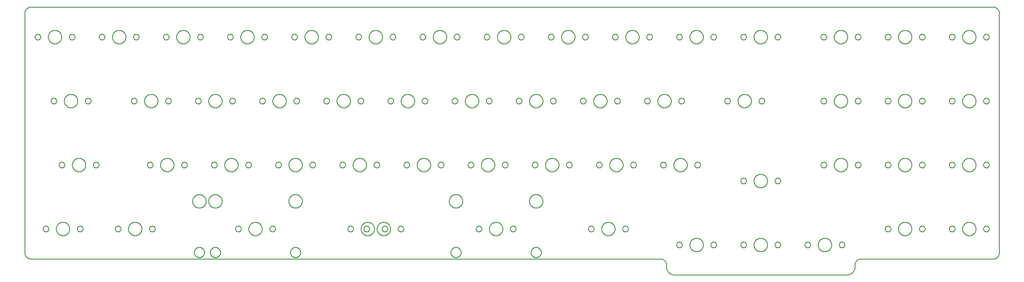
<source format=gbr>
G04 EAGLE Gerber RS-274X export*
G75*
%MOMM*%
%FSLAX34Y34*%
%LPD*%
%IN*%
%IPPOS*%
%AMOC8*
5,1,8,0,0,1.08239X$1,22.5*%
G01*
%ADD10C,0.254000*%


D10*
X101203Y-71438D02*
X101271Y-72994D01*
X101474Y-74539D01*
X101812Y-76060D01*
X102280Y-77546D01*
X102876Y-78985D01*
X103596Y-80367D01*
X104433Y-81681D01*
X105381Y-82917D01*
X106434Y-84066D01*
X107583Y-85119D01*
X108819Y-86067D01*
X110133Y-86904D01*
X111515Y-87624D01*
X112954Y-88220D01*
X114440Y-88688D01*
X115961Y-89026D01*
X117506Y-89229D01*
X119063Y-89297D01*
X1988344Y-89297D01*
X1989900Y-89365D01*
X1991445Y-89568D01*
X1992966Y-89905D01*
X1994452Y-90374D01*
X1995891Y-90970D01*
X1997273Y-91690D01*
X1998587Y-92527D01*
X1999824Y-93475D01*
X2000972Y-94528D01*
X2002025Y-95676D01*
X2002973Y-96913D01*
X2003810Y-98227D01*
X2004530Y-99609D01*
X2005126Y-101048D01*
X2005595Y-102534D01*
X2005932Y-104055D01*
X2006135Y-105600D01*
X2006203Y-107156D01*
X2006203Y-113109D01*
X2006294Y-115185D01*
X2006565Y-117244D01*
X2007015Y-119273D01*
X2007639Y-121254D01*
X2008434Y-123173D01*
X2009393Y-125016D01*
X2010510Y-126768D01*
X2011774Y-128416D01*
X2013178Y-129947D01*
X2014709Y-131351D01*
X2016357Y-132615D01*
X2018109Y-133732D01*
X2019952Y-134691D01*
X2021871Y-135486D01*
X2023853Y-136110D01*
X2025881Y-136560D01*
X2027940Y-136831D01*
X2030016Y-136922D01*
X2541984Y-136922D01*
X2544060Y-136831D01*
X2546119Y-136560D01*
X2548148Y-136110D01*
X2550129Y-135486D01*
X2552048Y-134691D01*
X2553891Y-133732D01*
X2555643Y-132615D01*
X2557291Y-131351D01*
X2558822Y-129947D01*
X2560226Y-128416D01*
X2561490Y-126768D01*
X2562607Y-125016D01*
X2563566Y-123173D01*
X2564361Y-121254D01*
X2564985Y-119273D01*
X2565435Y-117244D01*
X2565706Y-115185D01*
X2565797Y-113109D01*
X2565797Y-107156D01*
X2565865Y-105600D01*
X2566068Y-104055D01*
X2566405Y-102534D01*
X2566874Y-101048D01*
X2567470Y-99609D01*
X2568190Y-98227D01*
X2569027Y-96913D01*
X2569975Y-95676D01*
X2571028Y-94528D01*
X2572176Y-93475D01*
X2573413Y-92527D01*
X2574727Y-91690D01*
X2576109Y-90970D01*
X2577548Y-90374D01*
X2579034Y-89905D01*
X2580555Y-89568D01*
X2582100Y-89365D01*
X2583656Y-89297D01*
X2976563Y-89297D01*
X2978119Y-89229D01*
X2979664Y-89026D01*
X2981185Y-88688D01*
X2982671Y-88220D01*
X2984110Y-87624D01*
X2985492Y-86904D01*
X2986806Y-86067D01*
X2988042Y-85119D01*
X2989191Y-84066D01*
X2990244Y-82917D01*
X2991192Y-81681D01*
X2992029Y-80367D01*
X2992749Y-78985D01*
X2993345Y-77546D01*
X2993813Y-76060D01*
X2994151Y-74539D01*
X2994354Y-72994D01*
X2994422Y-71438D01*
X2994422Y642938D01*
X2994354Y644494D01*
X2994151Y646039D01*
X2993813Y647560D01*
X2993345Y649046D01*
X2992749Y650485D01*
X2992029Y651867D01*
X2991192Y653181D01*
X2990244Y654417D01*
X2989191Y655566D01*
X2988042Y656619D01*
X2986806Y657567D01*
X2985492Y658404D01*
X2984110Y659124D01*
X2982671Y659720D01*
X2981185Y660188D01*
X2979664Y660526D01*
X2978119Y660729D01*
X2976563Y660797D01*
X119063Y660797D01*
X117506Y660729D01*
X115961Y660526D01*
X114440Y660188D01*
X112954Y659720D01*
X111515Y659124D01*
X110133Y658404D01*
X108819Y657567D01*
X107583Y656619D01*
X106434Y655566D01*
X105381Y654417D01*
X104433Y653181D01*
X103596Y651867D01*
X102876Y650485D01*
X102280Y649046D01*
X101812Y647560D01*
X101474Y646039D01*
X101271Y644494D01*
X101203Y642938D01*
X101203Y-71438D01*
X210500Y570896D02*
X210427Y569689D01*
X210281Y568489D01*
X210063Y567300D01*
X209774Y566127D01*
X209415Y564973D01*
X208986Y563843D01*
X208490Y562741D01*
X207928Y561670D01*
X207303Y560636D01*
X206616Y559641D01*
X205871Y558690D01*
X205069Y557785D01*
X204215Y556931D01*
X203310Y556129D01*
X202359Y555384D01*
X201364Y554697D01*
X200330Y554072D01*
X199259Y553510D01*
X198157Y553014D01*
X197027Y552585D01*
X195873Y552226D01*
X194700Y551937D01*
X193511Y551719D01*
X192311Y551573D01*
X191104Y551500D01*
X189896Y551500D01*
X188689Y551573D01*
X187489Y551719D01*
X186300Y551937D01*
X185127Y552226D01*
X183973Y552585D01*
X182843Y553014D01*
X181741Y553510D01*
X180670Y554072D01*
X179636Y554697D01*
X178641Y555384D01*
X177690Y556129D01*
X176785Y556931D01*
X175931Y557785D01*
X175129Y558690D01*
X174384Y559641D01*
X173697Y560636D01*
X173072Y561670D01*
X172510Y562741D01*
X172014Y563843D01*
X171585Y564973D01*
X171226Y566127D01*
X170937Y567300D01*
X170719Y568489D01*
X170573Y569689D01*
X170500Y570896D01*
X170500Y572104D01*
X170573Y573311D01*
X170719Y574511D01*
X170937Y575700D01*
X171226Y576873D01*
X171585Y578027D01*
X172014Y579157D01*
X172510Y580259D01*
X173072Y581330D01*
X173697Y582364D01*
X174384Y583359D01*
X175129Y584310D01*
X175931Y585215D01*
X176785Y586069D01*
X177690Y586871D01*
X178641Y587616D01*
X179636Y588303D01*
X180670Y588928D01*
X181741Y589490D01*
X182843Y589986D01*
X183973Y590415D01*
X185127Y590774D01*
X186300Y591063D01*
X187489Y591281D01*
X188689Y591427D01*
X189896Y591500D01*
X191104Y591500D01*
X192311Y591427D01*
X193511Y591281D01*
X194700Y591063D01*
X195873Y590774D01*
X197027Y590415D01*
X198157Y589986D01*
X199259Y589490D01*
X200330Y588928D01*
X201364Y588303D01*
X202359Y587616D01*
X203310Y586871D01*
X204215Y586069D01*
X205069Y585215D01*
X205871Y584310D01*
X206616Y583359D01*
X207303Y582364D01*
X207928Y581330D01*
X208490Y580259D01*
X208986Y579157D01*
X209415Y578027D01*
X209774Y576873D01*
X210063Y575700D01*
X210281Y574511D01*
X210427Y573311D01*
X210500Y572104D01*
X210500Y570896D01*
X148200Y571129D02*
X148135Y570389D01*
X148006Y569659D01*
X147814Y568942D01*
X147560Y568244D01*
X147247Y567571D01*
X146876Y566929D01*
X146450Y566321D01*
X145973Y565752D01*
X145448Y565227D01*
X144879Y564750D01*
X144271Y564324D01*
X143629Y563953D01*
X142956Y563640D01*
X142258Y563386D01*
X141542Y563194D01*
X140811Y563065D01*
X140071Y563000D01*
X139329Y563000D01*
X138589Y563065D01*
X137859Y563194D01*
X137142Y563386D01*
X136444Y563640D01*
X135771Y563953D01*
X135129Y564324D01*
X134521Y564750D01*
X133952Y565227D01*
X133427Y565752D01*
X132950Y566321D01*
X132524Y566929D01*
X132153Y567571D01*
X131840Y568244D01*
X131586Y568942D01*
X131394Y569659D01*
X131265Y570389D01*
X131200Y571129D01*
X131200Y571871D01*
X131265Y572611D01*
X131394Y573342D01*
X131586Y574058D01*
X131840Y574756D01*
X132153Y575429D01*
X132524Y576071D01*
X132950Y576679D01*
X133427Y577248D01*
X133952Y577773D01*
X134521Y578250D01*
X135129Y578676D01*
X135771Y579047D01*
X136444Y579360D01*
X137142Y579614D01*
X137859Y579806D01*
X138589Y579935D01*
X139329Y580000D01*
X140071Y580000D01*
X140811Y579935D01*
X141542Y579806D01*
X142258Y579614D01*
X142956Y579360D01*
X143629Y579047D01*
X144271Y578676D01*
X144879Y578250D01*
X145448Y577773D01*
X145973Y577248D01*
X146450Y576679D01*
X146876Y576071D01*
X147247Y575429D01*
X147560Y574756D01*
X147814Y574058D01*
X148006Y573342D01*
X148135Y572611D01*
X148200Y571871D01*
X148200Y571129D01*
X249800Y571129D02*
X249735Y570389D01*
X249606Y569659D01*
X249414Y568942D01*
X249160Y568244D01*
X248847Y567571D01*
X248476Y566929D01*
X248050Y566321D01*
X247573Y565752D01*
X247048Y565227D01*
X246479Y564750D01*
X245871Y564324D01*
X245229Y563953D01*
X244556Y563640D01*
X243858Y563386D01*
X243142Y563194D01*
X242411Y563065D01*
X241671Y563000D01*
X240929Y563000D01*
X240189Y563065D01*
X239459Y563194D01*
X238742Y563386D01*
X238044Y563640D01*
X237371Y563953D01*
X236729Y564324D01*
X236121Y564750D01*
X235552Y565227D01*
X235027Y565752D01*
X234550Y566321D01*
X234124Y566929D01*
X233753Y567571D01*
X233440Y568244D01*
X233186Y568942D01*
X232994Y569659D01*
X232865Y570389D01*
X232800Y571129D01*
X232800Y571871D01*
X232865Y572611D01*
X232994Y573342D01*
X233186Y574058D01*
X233440Y574756D01*
X233753Y575429D01*
X234124Y576071D01*
X234550Y576679D01*
X235027Y577248D01*
X235552Y577773D01*
X236121Y578250D01*
X236729Y578676D01*
X237371Y579047D01*
X238044Y579360D01*
X238742Y579614D01*
X239459Y579806D01*
X240189Y579935D01*
X240929Y580000D01*
X241671Y580000D01*
X242411Y579935D01*
X243142Y579806D01*
X243858Y579614D01*
X244556Y579360D01*
X245229Y579047D01*
X245871Y578676D01*
X246479Y578250D01*
X247048Y577773D01*
X247573Y577248D01*
X248050Y576679D01*
X248476Y576071D01*
X248847Y575429D01*
X249160Y574756D01*
X249414Y574058D01*
X249606Y573342D01*
X249735Y572611D01*
X249800Y571871D01*
X249800Y571129D01*
X401000Y570896D02*
X400927Y569689D01*
X400781Y568489D01*
X400563Y567300D01*
X400274Y566127D01*
X399915Y564973D01*
X399486Y563843D01*
X398990Y562741D01*
X398428Y561670D01*
X397803Y560636D01*
X397116Y559641D01*
X396371Y558690D01*
X395569Y557785D01*
X394715Y556931D01*
X393810Y556129D01*
X392859Y555384D01*
X391864Y554697D01*
X390830Y554072D01*
X389759Y553510D01*
X388657Y553014D01*
X387527Y552585D01*
X386373Y552226D01*
X385200Y551937D01*
X384011Y551719D01*
X382811Y551573D01*
X381604Y551500D01*
X380396Y551500D01*
X379189Y551573D01*
X377989Y551719D01*
X376800Y551937D01*
X375627Y552226D01*
X374473Y552585D01*
X373343Y553014D01*
X372241Y553510D01*
X371170Y554072D01*
X370136Y554697D01*
X369141Y555384D01*
X368190Y556129D01*
X367285Y556931D01*
X366431Y557785D01*
X365629Y558690D01*
X364884Y559641D01*
X364197Y560636D01*
X363572Y561670D01*
X363010Y562741D01*
X362514Y563843D01*
X362085Y564973D01*
X361726Y566127D01*
X361437Y567300D01*
X361219Y568489D01*
X361073Y569689D01*
X361000Y570896D01*
X361000Y572104D01*
X361073Y573311D01*
X361219Y574511D01*
X361437Y575700D01*
X361726Y576873D01*
X362085Y578027D01*
X362514Y579157D01*
X363010Y580259D01*
X363572Y581330D01*
X364197Y582364D01*
X364884Y583359D01*
X365629Y584310D01*
X366431Y585215D01*
X367285Y586069D01*
X368190Y586871D01*
X369141Y587616D01*
X370136Y588303D01*
X371170Y588928D01*
X372241Y589490D01*
X373343Y589986D01*
X374473Y590415D01*
X375627Y590774D01*
X376800Y591063D01*
X377989Y591281D01*
X379189Y591427D01*
X380396Y591500D01*
X381604Y591500D01*
X382811Y591427D01*
X384011Y591281D01*
X385200Y591063D01*
X386373Y590774D01*
X387527Y590415D01*
X388657Y589986D01*
X389759Y589490D01*
X390830Y588928D01*
X391864Y588303D01*
X392859Y587616D01*
X393810Y586871D01*
X394715Y586069D01*
X395569Y585215D01*
X396371Y584310D01*
X397116Y583359D01*
X397803Y582364D01*
X398428Y581330D01*
X398990Y580259D01*
X399486Y579157D01*
X399915Y578027D01*
X400274Y576873D01*
X400563Y575700D01*
X400781Y574511D01*
X400927Y573311D01*
X401000Y572104D01*
X401000Y570896D01*
X338700Y571129D02*
X338635Y570389D01*
X338506Y569659D01*
X338314Y568942D01*
X338060Y568244D01*
X337747Y567571D01*
X337376Y566929D01*
X336950Y566321D01*
X336473Y565752D01*
X335948Y565227D01*
X335379Y564750D01*
X334771Y564324D01*
X334129Y563953D01*
X333456Y563640D01*
X332758Y563386D01*
X332042Y563194D01*
X331311Y563065D01*
X330571Y563000D01*
X329829Y563000D01*
X329089Y563065D01*
X328359Y563194D01*
X327642Y563386D01*
X326944Y563640D01*
X326271Y563953D01*
X325629Y564324D01*
X325021Y564750D01*
X324452Y565227D01*
X323927Y565752D01*
X323450Y566321D01*
X323024Y566929D01*
X322653Y567571D01*
X322340Y568244D01*
X322086Y568942D01*
X321894Y569659D01*
X321765Y570389D01*
X321700Y571129D01*
X321700Y571871D01*
X321765Y572611D01*
X321894Y573342D01*
X322086Y574058D01*
X322340Y574756D01*
X322653Y575429D01*
X323024Y576071D01*
X323450Y576679D01*
X323927Y577248D01*
X324452Y577773D01*
X325021Y578250D01*
X325629Y578676D01*
X326271Y579047D01*
X326944Y579360D01*
X327642Y579614D01*
X328359Y579806D01*
X329089Y579935D01*
X329829Y580000D01*
X330571Y580000D01*
X331311Y579935D01*
X332042Y579806D01*
X332758Y579614D01*
X333456Y579360D01*
X334129Y579047D01*
X334771Y578676D01*
X335379Y578250D01*
X335948Y577773D01*
X336473Y577248D01*
X336950Y576679D01*
X337376Y576071D01*
X337747Y575429D01*
X338060Y574756D01*
X338314Y574058D01*
X338506Y573342D01*
X338635Y572611D01*
X338700Y571871D01*
X338700Y571129D01*
X440300Y571129D02*
X440235Y570389D01*
X440106Y569659D01*
X439914Y568942D01*
X439660Y568244D01*
X439347Y567571D01*
X438976Y566929D01*
X438550Y566321D01*
X438073Y565752D01*
X437548Y565227D01*
X436979Y564750D01*
X436371Y564324D01*
X435729Y563953D01*
X435056Y563640D01*
X434358Y563386D01*
X433642Y563194D01*
X432911Y563065D01*
X432171Y563000D01*
X431429Y563000D01*
X430689Y563065D01*
X429959Y563194D01*
X429242Y563386D01*
X428544Y563640D01*
X427871Y563953D01*
X427229Y564324D01*
X426621Y564750D01*
X426052Y565227D01*
X425527Y565752D01*
X425050Y566321D01*
X424624Y566929D01*
X424253Y567571D01*
X423940Y568244D01*
X423686Y568942D01*
X423494Y569659D01*
X423365Y570389D01*
X423300Y571129D01*
X423300Y571871D01*
X423365Y572611D01*
X423494Y573342D01*
X423686Y574058D01*
X423940Y574756D01*
X424253Y575429D01*
X424624Y576071D01*
X425050Y576679D01*
X425527Y577248D01*
X426052Y577773D01*
X426621Y578250D01*
X427229Y578676D01*
X427871Y579047D01*
X428544Y579360D01*
X429242Y579614D01*
X429959Y579806D01*
X430689Y579935D01*
X431429Y580000D01*
X432171Y580000D01*
X432911Y579935D01*
X433642Y579806D01*
X434358Y579614D01*
X435056Y579360D01*
X435729Y579047D01*
X436371Y578676D01*
X436979Y578250D01*
X437548Y577773D01*
X438073Y577248D01*
X438550Y576679D01*
X438976Y576071D01*
X439347Y575429D01*
X439660Y574756D01*
X439914Y574058D01*
X440106Y573342D01*
X440235Y572611D01*
X440300Y571871D01*
X440300Y571129D01*
X591500Y570896D02*
X591427Y569689D01*
X591281Y568489D01*
X591063Y567300D01*
X590774Y566127D01*
X590415Y564973D01*
X589986Y563843D01*
X589490Y562741D01*
X588928Y561670D01*
X588303Y560636D01*
X587616Y559641D01*
X586871Y558690D01*
X586069Y557785D01*
X585215Y556931D01*
X584310Y556129D01*
X583359Y555384D01*
X582364Y554697D01*
X581330Y554072D01*
X580259Y553510D01*
X579157Y553014D01*
X578027Y552585D01*
X576873Y552226D01*
X575700Y551937D01*
X574511Y551719D01*
X573311Y551573D01*
X572104Y551500D01*
X570896Y551500D01*
X569689Y551573D01*
X568489Y551719D01*
X567300Y551937D01*
X566127Y552226D01*
X564973Y552585D01*
X563843Y553014D01*
X562741Y553510D01*
X561670Y554072D01*
X560636Y554697D01*
X559641Y555384D01*
X558690Y556129D01*
X557785Y556931D01*
X556931Y557785D01*
X556129Y558690D01*
X555384Y559641D01*
X554697Y560636D01*
X554072Y561670D01*
X553510Y562741D01*
X553014Y563843D01*
X552585Y564973D01*
X552226Y566127D01*
X551937Y567300D01*
X551719Y568489D01*
X551573Y569689D01*
X551500Y570896D01*
X551500Y572104D01*
X551573Y573311D01*
X551719Y574511D01*
X551937Y575700D01*
X552226Y576873D01*
X552585Y578027D01*
X553014Y579157D01*
X553510Y580259D01*
X554072Y581330D01*
X554697Y582364D01*
X555384Y583359D01*
X556129Y584310D01*
X556931Y585215D01*
X557785Y586069D01*
X558690Y586871D01*
X559641Y587616D01*
X560636Y588303D01*
X561670Y588928D01*
X562741Y589490D01*
X563843Y589986D01*
X564973Y590415D01*
X566127Y590774D01*
X567300Y591063D01*
X568489Y591281D01*
X569689Y591427D01*
X570896Y591500D01*
X572104Y591500D01*
X573311Y591427D01*
X574511Y591281D01*
X575700Y591063D01*
X576873Y590774D01*
X578027Y590415D01*
X579157Y589986D01*
X580259Y589490D01*
X581330Y588928D01*
X582364Y588303D01*
X583359Y587616D01*
X584310Y586871D01*
X585215Y586069D01*
X586069Y585215D01*
X586871Y584310D01*
X587616Y583359D01*
X588303Y582364D01*
X588928Y581330D01*
X589490Y580259D01*
X589986Y579157D01*
X590415Y578027D01*
X590774Y576873D01*
X591063Y575700D01*
X591281Y574511D01*
X591427Y573311D01*
X591500Y572104D01*
X591500Y570896D01*
X529200Y571129D02*
X529135Y570389D01*
X529006Y569659D01*
X528814Y568942D01*
X528560Y568244D01*
X528247Y567571D01*
X527876Y566929D01*
X527450Y566321D01*
X526973Y565752D01*
X526448Y565227D01*
X525879Y564750D01*
X525271Y564324D01*
X524629Y563953D01*
X523956Y563640D01*
X523258Y563386D01*
X522542Y563194D01*
X521811Y563065D01*
X521071Y563000D01*
X520329Y563000D01*
X519589Y563065D01*
X518859Y563194D01*
X518142Y563386D01*
X517444Y563640D01*
X516771Y563953D01*
X516129Y564324D01*
X515521Y564750D01*
X514952Y565227D01*
X514427Y565752D01*
X513950Y566321D01*
X513524Y566929D01*
X513153Y567571D01*
X512840Y568244D01*
X512586Y568942D01*
X512394Y569659D01*
X512265Y570389D01*
X512200Y571129D01*
X512200Y571871D01*
X512265Y572611D01*
X512394Y573342D01*
X512586Y574058D01*
X512840Y574756D01*
X513153Y575429D01*
X513524Y576071D01*
X513950Y576679D01*
X514427Y577248D01*
X514952Y577773D01*
X515521Y578250D01*
X516129Y578676D01*
X516771Y579047D01*
X517444Y579360D01*
X518142Y579614D01*
X518859Y579806D01*
X519589Y579935D01*
X520329Y580000D01*
X521071Y580000D01*
X521811Y579935D01*
X522542Y579806D01*
X523258Y579614D01*
X523956Y579360D01*
X524629Y579047D01*
X525271Y578676D01*
X525879Y578250D01*
X526448Y577773D01*
X526973Y577248D01*
X527450Y576679D01*
X527876Y576071D01*
X528247Y575429D01*
X528560Y574756D01*
X528814Y574058D01*
X529006Y573342D01*
X529135Y572611D01*
X529200Y571871D01*
X529200Y571129D01*
X630800Y571129D02*
X630735Y570389D01*
X630606Y569659D01*
X630414Y568942D01*
X630160Y568244D01*
X629847Y567571D01*
X629476Y566929D01*
X629050Y566321D01*
X628573Y565752D01*
X628048Y565227D01*
X627479Y564750D01*
X626871Y564324D01*
X626229Y563953D01*
X625556Y563640D01*
X624858Y563386D01*
X624142Y563194D01*
X623411Y563065D01*
X622671Y563000D01*
X621929Y563000D01*
X621189Y563065D01*
X620459Y563194D01*
X619742Y563386D01*
X619044Y563640D01*
X618371Y563953D01*
X617729Y564324D01*
X617121Y564750D01*
X616552Y565227D01*
X616027Y565752D01*
X615550Y566321D01*
X615124Y566929D01*
X614753Y567571D01*
X614440Y568244D01*
X614186Y568942D01*
X613994Y569659D01*
X613865Y570389D01*
X613800Y571129D01*
X613800Y571871D01*
X613865Y572611D01*
X613994Y573342D01*
X614186Y574058D01*
X614440Y574756D01*
X614753Y575429D01*
X615124Y576071D01*
X615550Y576679D01*
X616027Y577248D01*
X616552Y577773D01*
X617121Y578250D01*
X617729Y578676D01*
X618371Y579047D01*
X619044Y579360D01*
X619742Y579614D01*
X620459Y579806D01*
X621189Y579935D01*
X621929Y580000D01*
X622671Y580000D01*
X623411Y579935D01*
X624142Y579806D01*
X624858Y579614D01*
X625556Y579360D01*
X626229Y579047D01*
X626871Y578676D01*
X627479Y578250D01*
X628048Y577773D01*
X628573Y577248D01*
X629050Y576679D01*
X629476Y576071D01*
X629847Y575429D01*
X630160Y574756D01*
X630414Y574058D01*
X630606Y573342D01*
X630735Y572611D01*
X630800Y571871D01*
X630800Y571129D01*
X782000Y570896D02*
X781927Y569689D01*
X781781Y568489D01*
X781563Y567300D01*
X781274Y566127D01*
X780915Y564973D01*
X780486Y563843D01*
X779990Y562741D01*
X779428Y561670D01*
X778803Y560636D01*
X778116Y559641D01*
X777371Y558690D01*
X776569Y557785D01*
X775715Y556931D01*
X774810Y556129D01*
X773859Y555384D01*
X772864Y554697D01*
X771830Y554072D01*
X770759Y553510D01*
X769657Y553014D01*
X768527Y552585D01*
X767373Y552226D01*
X766200Y551937D01*
X765011Y551719D01*
X763811Y551573D01*
X762604Y551500D01*
X761396Y551500D01*
X760189Y551573D01*
X758989Y551719D01*
X757800Y551937D01*
X756627Y552226D01*
X755473Y552585D01*
X754343Y553014D01*
X753241Y553510D01*
X752170Y554072D01*
X751136Y554697D01*
X750141Y555384D01*
X749190Y556129D01*
X748285Y556931D01*
X747431Y557785D01*
X746629Y558690D01*
X745884Y559641D01*
X745197Y560636D01*
X744572Y561670D01*
X744010Y562741D01*
X743514Y563843D01*
X743085Y564973D01*
X742726Y566127D01*
X742437Y567300D01*
X742219Y568489D01*
X742073Y569689D01*
X742000Y570896D01*
X742000Y572104D01*
X742073Y573311D01*
X742219Y574511D01*
X742437Y575700D01*
X742726Y576873D01*
X743085Y578027D01*
X743514Y579157D01*
X744010Y580259D01*
X744572Y581330D01*
X745197Y582364D01*
X745884Y583359D01*
X746629Y584310D01*
X747431Y585215D01*
X748285Y586069D01*
X749190Y586871D01*
X750141Y587616D01*
X751136Y588303D01*
X752170Y588928D01*
X753241Y589490D01*
X754343Y589986D01*
X755473Y590415D01*
X756627Y590774D01*
X757800Y591063D01*
X758989Y591281D01*
X760189Y591427D01*
X761396Y591500D01*
X762604Y591500D01*
X763811Y591427D01*
X765011Y591281D01*
X766200Y591063D01*
X767373Y590774D01*
X768527Y590415D01*
X769657Y589986D01*
X770759Y589490D01*
X771830Y588928D01*
X772864Y588303D01*
X773859Y587616D01*
X774810Y586871D01*
X775715Y586069D01*
X776569Y585215D01*
X777371Y584310D01*
X778116Y583359D01*
X778803Y582364D01*
X779428Y581330D01*
X779990Y580259D01*
X780486Y579157D01*
X780915Y578027D01*
X781274Y576873D01*
X781563Y575700D01*
X781781Y574511D01*
X781927Y573311D01*
X782000Y572104D01*
X782000Y570896D01*
X719700Y571129D02*
X719635Y570389D01*
X719506Y569659D01*
X719314Y568942D01*
X719060Y568244D01*
X718747Y567571D01*
X718376Y566929D01*
X717950Y566321D01*
X717473Y565752D01*
X716948Y565227D01*
X716379Y564750D01*
X715771Y564324D01*
X715129Y563953D01*
X714456Y563640D01*
X713758Y563386D01*
X713042Y563194D01*
X712311Y563065D01*
X711571Y563000D01*
X710829Y563000D01*
X710089Y563065D01*
X709359Y563194D01*
X708642Y563386D01*
X707944Y563640D01*
X707271Y563953D01*
X706629Y564324D01*
X706021Y564750D01*
X705452Y565227D01*
X704927Y565752D01*
X704450Y566321D01*
X704024Y566929D01*
X703653Y567571D01*
X703340Y568244D01*
X703086Y568942D01*
X702894Y569659D01*
X702765Y570389D01*
X702700Y571129D01*
X702700Y571871D01*
X702765Y572611D01*
X702894Y573342D01*
X703086Y574058D01*
X703340Y574756D01*
X703653Y575429D01*
X704024Y576071D01*
X704450Y576679D01*
X704927Y577248D01*
X705452Y577773D01*
X706021Y578250D01*
X706629Y578676D01*
X707271Y579047D01*
X707944Y579360D01*
X708642Y579614D01*
X709359Y579806D01*
X710089Y579935D01*
X710829Y580000D01*
X711571Y580000D01*
X712311Y579935D01*
X713042Y579806D01*
X713758Y579614D01*
X714456Y579360D01*
X715129Y579047D01*
X715771Y578676D01*
X716379Y578250D01*
X716948Y577773D01*
X717473Y577248D01*
X717950Y576679D01*
X718376Y576071D01*
X718747Y575429D01*
X719060Y574756D01*
X719314Y574058D01*
X719506Y573342D01*
X719635Y572611D01*
X719700Y571871D01*
X719700Y571129D01*
X821300Y571129D02*
X821235Y570389D01*
X821106Y569659D01*
X820914Y568942D01*
X820660Y568244D01*
X820347Y567571D01*
X819976Y566929D01*
X819550Y566321D01*
X819073Y565752D01*
X818548Y565227D01*
X817979Y564750D01*
X817371Y564324D01*
X816729Y563953D01*
X816056Y563640D01*
X815358Y563386D01*
X814642Y563194D01*
X813911Y563065D01*
X813171Y563000D01*
X812429Y563000D01*
X811689Y563065D01*
X810959Y563194D01*
X810242Y563386D01*
X809544Y563640D01*
X808871Y563953D01*
X808229Y564324D01*
X807621Y564750D01*
X807052Y565227D01*
X806527Y565752D01*
X806050Y566321D01*
X805624Y566929D01*
X805253Y567571D01*
X804940Y568244D01*
X804686Y568942D01*
X804494Y569659D01*
X804365Y570389D01*
X804300Y571129D01*
X804300Y571871D01*
X804365Y572611D01*
X804494Y573342D01*
X804686Y574058D01*
X804940Y574756D01*
X805253Y575429D01*
X805624Y576071D01*
X806050Y576679D01*
X806527Y577248D01*
X807052Y577773D01*
X807621Y578250D01*
X808229Y578676D01*
X808871Y579047D01*
X809544Y579360D01*
X810242Y579614D01*
X810959Y579806D01*
X811689Y579935D01*
X812429Y580000D01*
X813171Y580000D01*
X813911Y579935D01*
X814642Y579806D01*
X815358Y579614D01*
X816056Y579360D01*
X816729Y579047D01*
X817371Y578676D01*
X817979Y578250D01*
X818548Y577773D01*
X819073Y577248D01*
X819550Y576679D01*
X819976Y576071D01*
X820347Y575429D01*
X820660Y574756D01*
X820914Y574058D01*
X821106Y573342D01*
X821235Y572611D01*
X821300Y571871D01*
X821300Y571129D01*
X972500Y570896D02*
X972427Y569689D01*
X972281Y568489D01*
X972063Y567300D01*
X971774Y566127D01*
X971415Y564973D01*
X970986Y563843D01*
X970490Y562741D01*
X969928Y561670D01*
X969303Y560636D01*
X968616Y559641D01*
X967871Y558690D01*
X967069Y557785D01*
X966215Y556931D01*
X965310Y556129D01*
X964359Y555384D01*
X963364Y554697D01*
X962330Y554072D01*
X961259Y553510D01*
X960157Y553014D01*
X959027Y552585D01*
X957873Y552226D01*
X956700Y551937D01*
X955511Y551719D01*
X954311Y551573D01*
X953104Y551500D01*
X951896Y551500D01*
X950689Y551573D01*
X949489Y551719D01*
X948300Y551937D01*
X947127Y552226D01*
X945973Y552585D01*
X944843Y553014D01*
X943741Y553510D01*
X942670Y554072D01*
X941636Y554697D01*
X940641Y555384D01*
X939690Y556129D01*
X938785Y556931D01*
X937931Y557785D01*
X937129Y558690D01*
X936384Y559641D01*
X935697Y560636D01*
X935072Y561670D01*
X934510Y562741D01*
X934014Y563843D01*
X933585Y564973D01*
X933226Y566127D01*
X932937Y567300D01*
X932719Y568489D01*
X932573Y569689D01*
X932500Y570896D01*
X932500Y572104D01*
X932573Y573311D01*
X932719Y574511D01*
X932937Y575700D01*
X933226Y576873D01*
X933585Y578027D01*
X934014Y579157D01*
X934510Y580259D01*
X935072Y581330D01*
X935697Y582364D01*
X936384Y583359D01*
X937129Y584310D01*
X937931Y585215D01*
X938785Y586069D01*
X939690Y586871D01*
X940641Y587616D01*
X941636Y588303D01*
X942670Y588928D01*
X943741Y589490D01*
X944843Y589986D01*
X945973Y590415D01*
X947127Y590774D01*
X948300Y591063D01*
X949489Y591281D01*
X950689Y591427D01*
X951896Y591500D01*
X953104Y591500D01*
X954311Y591427D01*
X955511Y591281D01*
X956700Y591063D01*
X957873Y590774D01*
X959027Y590415D01*
X960157Y589986D01*
X961259Y589490D01*
X962330Y588928D01*
X963364Y588303D01*
X964359Y587616D01*
X965310Y586871D01*
X966215Y586069D01*
X967069Y585215D01*
X967871Y584310D01*
X968616Y583359D01*
X969303Y582364D01*
X969928Y581330D01*
X970490Y580259D01*
X970986Y579157D01*
X971415Y578027D01*
X971774Y576873D01*
X972063Y575700D01*
X972281Y574511D01*
X972427Y573311D01*
X972500Y572104D01*
X972500Y570896D01*
X910200Y571129D02*
X910135Y570389D01*
X910006Y569659D01*
X909814Y568942D01*
X909560Y568244D01*
X909247Y567571D01*
X908876Y566929D01*
X908450Y566321D01*
X907973Y565752D01*
X907448Y565227D01*
X906879Y564750D01*
X906271Y564324D01*
X905629Y563953D01*
X904956Y563640D01*
X904258Y563386D01*
X903542Y563194D01*
X902811Y563065D01*
X902071Y563000D01*
X901329Y563000D01*
X900589Y563065D01*
X899859Y563194D01*
X899142Y563386D01*
X898444Y563640D01*
X897771Y563953D01*
X897129Y564324D01*
X896521Y564750D01*
X895952Y565227D01*
X895427Y565752D01*
X894950Y566321D01*
X894524Y566929D01*
X894153Y567571D01*
X893840Y568244D01*
X893586Y568942D01*
X893394Y569659D01*
X893265Y570389D01*
X893200Y571129D01*
X893200Y571871D01*
X893265Y572611D01*
X893394Y573342D01*
X893586Y574058D01*
X893840Y574756D01*
X894153Y575429D01*
X894524Y576071D01*
X894950Y576679D01*
X895427Y577248D01*
X895952Y577773D01*
X896521Y578250D01*
X897129Y578676D01*
X897771Y579047D01*
X898444Y579360D01*
X899142Y579614D01*
X899859Y579806D01*
X900589Y579935D01*
X901329Y580000D01*
X902071Y580000D01*
X902811Y579935D01*
X903542Y579806D01*
X904258Y579614D01*
X904956Y579360D01*
X905629Y579047D01*
X906271Y578676D01*
X906879Y578250D01*
X907448Y577773D01*
X907973Y577248D01*
X908450Y576679D01*
X908876Y576071D01*
X909247Y575429D01*
X909560Y574756D01*
X909814Y574058D01*
X910006Y573342D01*
X910135Y572611D01*
X910200Y571871D01*
X910200Y571129D01*
X1011800Y571129D02*
X1011735Y570389D01*
X1011606Y569659D01*
X1011414Y568942D01*
X1011160Y568244D01*
X1010847Y567571D01*
X1010476Y566929D01*
X1010050Y566321D01*
X1009573Y565752D01*
X1009048Y565227D01*
X1008479Y564750D01*
X1007871Y564324D01*
X1007229Y563953D01*
X1006556Y563640D01*
X1005858Y563386D01*
X1005142Y563194D01*
X1004411Y563065D01*
X1003671Y563000D01*
X1002929Y563000D01*
X1002189Y563065D01*
X1001459Y563194D01*
X1000742Y563386D01*
X1000044Y563640D01*
X999371Y563953D01*
X998729Y564324D01*
X998121Y564750D01*
X997552Y565227D01*
X997027Y565752D01*
X996550Y566321D01*
X996124Y566929D01*
X995753Y567571D01*
X995440Y568244D01*
X995186Y568942D01*
X994994Y569659D01*
X994865Y570389D01*
X994800Y571129D01*
X994800Y571871D01*
X994865Y572611D01*
X994994Y573342D01*
X995186Y574058D01*
X995440Y574756D01*
X995753Y575429D01*
X996124Y576071D01*
X996550Y576679D01*
X997027Y577248D01*
X997552Y577773D01*
X998121Y578250D01*
X998729Y578676D01*
X999371Y579047D01*
X1000044Y579360D01*
X1000742Y579614D01*
X1001459Y579806D01*
X1002189Y579935D01*
X1002929Y580000D01*
X1003671Y580000D01*
X1004411Y579935D01*
X1005142Y579806D01*
X1005858Y579614D01*
X1006556Y579360D01*
X1007229Y579047D01*
X1007871Y578676D01*
X1008479Y578250D01*
X1009048Y577773D01*
X1009573Y577248D01*
X1010050Y576679D01*
X1010476Y576071D01*
X1010847Y575429D01*
X1011160Y574756D01*
X1011414Y574058D01*
X1011606Y573342D01*
X1011735Y572611D01*
X1011800Y571871D01*
X1011800Y571129D01*
X1163000Y570896D02*
X1162927Y569689D01*
X1162781Y568489D01*
X1162563Y567300D01*
X1162274Y566127D01*
X1161915Y564973D01*
X1161486Y563843D01*
X1160990Y562741D01*
X1160428Y561670D01*
X1159803Y560636D01*
X1159116Y559641D01*
X1158371Y558690D01*
X1157569Y557785D01*
X1156715Y556931D01*
X1155810Y556129D01*
X1154859Y555384D01*
X1153864Y554697D01*
X1152830Y554072D01*
X1151759Y553510D01*
X1150657Y553014D01*
X1149527Y552585D01*
X1148373Y552226D01*
X1147200Y551937D01*
X1146011Y551719D01*
X1144811Y551573D01*
X1143604Y551500D01*
X1142396Y551500D01*
X1141189Y551573D01*
X1139989Y551719D01*
X1138800Y551937D01*
X1137627Y552226D01*
X1136473Y552585D01*
X1135343Y553014D01*
X1134241Y553510D01*
X1133170Y554072D01*
X1132136Y554697D01*
X1131141Y555384D01*
X1130190Y556129D01*
X1129285Y556931D01*
X1128431Y557785D01*
X1127629Y558690D01*
X1126884Y559641D01*
X1126197Y560636D01*
X1125572Y561670D01*
X1125010Y562741D01*
X1124514Y563843D01*
X1124085Y564973D01*
X1123726Y566127D01*
X1123437Y567300D01*
X1123219Y568489D01*
X1123073Y569689D01*
X1123000Y570896D01*
X1123000Y572104D01*
X1123073Y573311D01*
X1123219Y574511D01*
X1123437Y575700D01*
X1123726Y576873D01*
X1124085Y578027D01*
X1124514Y579157D01*
X1125010Y580259D01*
X1125572Y581330D01*
X1126197Y582364D01*
X1126884Y583359D01*
X1127629Y584310D01*
X1128431Y585215D01*
X1129285Y586069D01*
X1130190Y586871D01*
X1131141Y587616D01*
X1132136Y588303D01*
X1133170Y588928D01*
X1134241Y589490D01*
X1135343Y589986D01*
X1136473Y590415D01*
X1137627Y590774D01*
X1138800Y591063D01*
X1139989Y591281D01*
X1141189Y591427D01*
X1142396Y591500D01*
X1143604Y591500D01*
X1144811Y591427D01*
X1146011Y591281D01*
X1147200Y591063D01*
X1148373Y590774D01*
X1149527Y590415D01*
X1150657Y589986D01*
X1151759Y589490D01*
X1152830Y588928D01*
X1153864Y588303D01*
X1154859Y587616D01*
X1155810Y586871D01*
X1156715Y586069D01*
X1157569Y585215D01*
X1158371Y584310D01*
X1159116Y583359D01*
X1159803Y582364D01*
X1160428Y581330D01*
X1160990Y580259D01*
X1161486Y579157D01*
X1161915Y578027D01*
X1162274Y576873D01*
X1162563Y575700D01*
X1162781Y574511D01*
X1162927Y573311D01*
X1163000Y572104D01*
X1163000Y570896D01*
X1100700Y571129D02*
X1100635Y570389D01*
X1100506Y569659D01*
X1100314Y568942D01*
X1100060Y568244D01*
X1099747Y567571D01*
X1099376Y566929D01*
X1098950Y566321D01*
X1098473Y565752D01*
X1097948Y565227D01*
X1097379Y564750D01*
X1096771Y564324D01*
X1096129Y563953D01*
X1095456Y563640D01*
X1094758Y563386D01*
X1094042Y563194D01*
X1093311Y563065D01*
X1092571Y563000D01*
X1091829Y563000D01*
X1091089Y563065D01*
X1090359Y563194D01*
X1089642Y563386D01*
X1088944Y563640D01*
X1088271Y563953D01*
X1087629Y564324D01*
X1087021Y564750D01*
X1086452Y565227D01*
X1085927Y565752D01*
X1085450Y566321D01*
X1085024Y566929D01*
X1084653Y567571D01*
X1084340Y568244D01*
X1084086Y568942D01*
X1083894Y569659D01*
X1083765Y570389D01*
X1083700Y571129D01*
X1083700Y571871D01*
X1083765Y572611D01*
X1083894Y573342D01*
X1084086Y574058D01*
X1084340Y574756D01*
X1084653Y575429D01*
X1085024Y576071D01*
X1085450Y576679D01*
X1085927Y577248D01*
X1086452Y577773D01*
X1087021Y578250D01*
X1087629Y578676D01*
X1088271Y579047D01*
X1088944Y579360D01*
X1089642Y579614D01*
X1090359Y579806D01*
X1091089Y579935D01*
X1091829Y580000D01*
X1092571Y580000D01*
X1093311Y579935D01*
X1094042Y579806D01*
X1094758Y579614D01*
X1095456Y579360D01*
X1096129Y579047D01*
X1096771Y578676D01*
X1097379Y578250D01*
X1097948Y577773D01*
X1098473Y577248D01*
X1098950Y576679D01*
X1099376Y576071D01*
X1099747Y575429D01*
X1100060Y574756D01*
X1100314Y574058D01*
X1100506Y573342D01*
X1100635Y572611D01*
X1100700Y571871D01*
X1100700Y571129D01*
X1202300Y571129D02*
X1202235Y570389D01*
X1202106Y569659D01*
X1201914Y568942D01*
X1201660Y568244D01*
X1201347Y567571D01*
X1200976Y566929D01*
X1200550Y566321D01*
X1200073Y565752D01*
X1199548Y565227D01*
X1198979Y564750D01*
X1198371Y564324D01*
X1197729Y563953D01*
X1197056Y563640D01*
X1196358Y563386D01*
X1195642Y563194D01*
X1194911Y563065D01*
X1194171Y563000D01*
X1193429Y563000D01*
X1192689Y563065D01*
X1191959Y563194D01*
X1191242Y563386D01*
X1190544Y563640D01*
X1189871Y563953D01*
X1189229Y564324D01*
X1188621Y564750D01*
X1188052Y565227D01*
X1187527Y565752D01*
X1187050Y566321D01*
X1186624Y566929D01*
X1186253Y567571D01*
X1185940Y568244D01*
X1185686Y568942D01*
X1185494Y569659D01*
X1185365Y570389D01*
X1185300Y571129D01*
X1185300Y571871D01*
X1185365Y572611D01*
X1185494Y573342D01*
X1185686Y574058D01*
X1185940Y574756D01*
X1186253Y575429D01*
X1186624Y576071D01*
X1187050Y576679D01*
X1187527Y577248D01*
X1188052Y577773D01*
X1188621Y578250D01*
X1189229Y578676D01*
X1189871Y579047D01*
X1190544Y579360D01*
X1191242Y579614D01*
X1191959Y579806D01*
X1192689Y579935D01*
X1193429Y580000D01*
X1194171Y580000D01*
X1194911Y579935D01*
X1195642Y579806D01*
X1196358Y579614D01*
X1197056Y579360D01*
X1197729Y579047D01*
X1198371Y578676D01*
X1198979Y578250D01*
X1199548Y577773D01*
X1200073Y577248D01*
X1200550Y576679D01*
X1200976Y576071D01*
X1201347Y575429D01*
X1201660Y574756D01*
X1201914Y574058D01*
X1202106Y573342D01*
X1202235Y572611D01*
X1202300Y571871D01*
X1202300Y571129D01*
X1353500Y570896D02*
X1353427Y569689D01*
X1353281Y568489D01*
X1353063Y567300D01*
X1352774Y566127D01*
X1352415Y564973D01*
X1351986Y563843D01*
X1351490Y562741D01*
X1350928Y561670D01*
X1350303Y560636D01*
X1349616Y559641D01*
X1348871Y558690D01*
X1348069Y557785D01*
X1347215Y556931D01*
X1346310Y556129D01*
X1345359Y555384D01*
X1344364Y554697D01*
X1343330Y554072D01*
X1342259Y553510D01*
X1341157Y553014D01*
X1340027Y552585D01*
X1338873Y552226D01*
X1337700Y551937D01*
X1336511Y551719D01*
X1335311Y551573D01*
X1334104Y551500D01*
X1332896Y551500D01*
X1331689Y551573D01*
X1330489Y551719D01*
X1329300Y551937D01*
X1328127Y552226D01*
X1326973Y552585D01*
X1325843Y553014D01*
X1324741Y553510D01*
X1323670Y554072D01*
X1322636Y554697D01*
X1321641Y555384D01*
X1320690Y556129D01*
X1319785Y556931D01*
X1318931Y557785D01*
X1318129Y558690D01*
X1317384Y559641D01*
X1316697Y560636D01*
X1316072Y561670D01*
X1315510Y562741D01*
X1315014Y563843D01*
X1314585Y564973D01*
X1314226Y566127D01*
X1313937Y567300D01*
X1313719Y568489D01*
X1313573Y569689D01*
X1313500Y570896D01*
X1313500Y572104D01*
X1313573Y573311D01*
X1313719Y574511D01*
X1313937Y575700D01*
X1314226Y576873D01*
X1314585Y578027D01*
X1315014Y579157D01*
X1315510Y580259D01*
X1316072Y581330D01*
X1316697Y582364D01*
X1317384Y583359D01*
X1318129Y584310D01*
X1318931Y585215D01*
X1319785Y586069D01*
X1320690Y586871D01*
X1321641Y587616D01*
X1322636Y588303D01*
X1323670Y588928D01*
X1324741Y589490D01*
X1325843Y589986D01*
X1326973Y590415D01*
X1328127Y590774D01*
X1329300Y591063D01*
X1330489Y591281D01*
X1331689Y591427D01*
X1332896Y591500D01*
X1334104Y591500D01*
X1335311Y591427D01*
X1336511Y591281D01*
X1337700Y591063D01*
X1338873Y590774D01*
X1340027Y590415D01*
X1341157Y589986D01*
X1342259Y589490D01*
X1343330Y588928D01*
X1344364Y588303D01*
X1345359Y587616D01*
X1346310Y586871D01*
X1347215Y586069D01*
X1348069Y585215D01*
X1348871Y584310D01*
X1349616Y583359D01*
X1350303Y582364D01*
X1350928Y581330D01*
X1351490Y580259D01*
X1351986Y579157D01*
X1352415Y578027D01*
X1352774Y576873D01*
X1353063Y575700D01*
X1353281Y574511D01*
X1353427Y573311D01*
X1353500Y572104D01*
X1353500Y570896D01*
X1291200Y571129D02*
X1291135Y570389D01*
X1291006Y569659D01*
X1290814Y568942D01*
X1290560Y568244D01*
X1290247Y567571D01*
X1289876Y566929D01*
X1289450Y566321D01*
X1288973Y565752D01*
X1288448Y565227D01*
X1287879Y564750D01*
X1287271Y564324D01*
X1286629Y563953D01*
X1285956Y563640D01*
X1285258Y563386D01*
X1284542Y563194D01*
X1283811Y563065D01*
X1283071Y563000D01*
X1282329Y563000D01*
X1281589Y563065D01*
X1280859Y563194D01*
X1280142Y563386D01*
X1279444Y563640D01*
X1278771Y563953D01*
X1278129Y564324D01*
X1277521Y564750D01*
X1276952Y565227D01*
X1276427Y565752D01*
X1275950Y566321D01*
X1275524Y566929D01*
X1275153Y567571D01*
X1274840Y568244D01*
X1274586Y568942D01*
X1274394Y569659D01*
X1274265Y570389D01*
X1274200Y571129D01*
X1274200Y571871D01*
X1274265Y572611D01*
X1274394Y573342D01*
X1274586Y574058D01*
X1274840Y574756D01*
X1275153Y575429D01*
X1275524Y576071D01*
X1275950Y576679D01*
X1276427Y577248D01*
X1276952Y577773D01*
X1277521Y578250D01*
X1278129Y578676D01*
X1278771Y579047D01*
X1279444Y579360D01*
X1280142Y579614D01*
X1280859Y579806D01*
X1281589Y579935D01*
X1282329Y580000D01*
X1283071Y580000D01*
X1283811Y579935D01*
X1284542Y579806D01*
X1285258Y579614D01*
X1285956Y579360D01*
X1286629Y579047D01*
X1287271Y578676D01*
X1287879Y578250D01*
X1288448Y577773D01*
X1288973Y577248D01*
X1289450Y576679D01*
X1289876Y576071D01*
X1290247Y575429D01*
X1290560Y574756D01*
X1290814Y574058D01*
X1291006Y573342D01*
X1291135Y572611D01*
X1291200Y571871D01*
X1291200Y571129D01*
X1392800Y571129D02*
X1392735Y570389D01*
X1392606Y569659D01*
X1392414Y568942D01*
X1392160Y568244D01*
X1391847Y567571D01*
X1391476Y566929D01*
X1391050Y566321D01*
X1390573Y565752D01*
X1390048Y565227D01*
X1389479Y564750D01*
X1388871Y564324D01*
X1388229Y563953D01*
X1387556Y563640D01*
X1386858Y563386D01*
X1386142Y563194D01*
X1385411Y563065D01*
X1384671Y563000D01*
X1383929Y563000D01*
X1383189Y563065D01*
X1382459Y563194D01*
X1381742Y563386D01*
X1381044Y563640D01*
X1380371Y563953D01*
X1379729Y564324D01*
X1379121Y564750D01*
X1378552Y565227D01*
X1378027Y565752D01*
X1377550Y566321D01*
X1377124Y566929D01*
X1376753Y567571D01*
X1376440Y568244D01*
X1376186Y568942D01*
X1375994Y569659D01*
X1375865Y570389D01*
X1375800Y571129D01*
X1375800Y571871D01*
X1375865Y572611D01*
X1375994Y573342D01*
X1376186Y574058D01*
X1376440Y574756D01*
X1376753Y575429D01*
X1377124Y576071D01*
X1377550Y576679D01*
X1378027Y577248D01*
X1378552Y577773D01*
X1379121Y578250D01*
X1379729Y578676D01*
X1380371Y579047D01*
X1381044Y579360D01*
X1381742Y579614D01*
X1382459Y579806D01*
X1383189Y579935D01*
X1383929Y580000D01*
X1384671Y580000D01*
X1385411Y579935D01*
X1386142Y579806D01*
X1386858Y579614D01*
X1387556Y579360D01*
X1388229Y579047D01*
X1388871Y578676D01*
X1389479Y578250D01*
X1390048Y577773D01*
X1390573Y577248D01*
X1391050Y576679D01*
X1391476Y576071D01*
X1391847Y575429D01*
X1392160Y574756D01*
X1392414Y574058D01*
X1392606Y573342D01*
X1392735Y572611D01*
X1392800Y571871D01*
X1392800Y571129D01*
X1544000Y570896D02*
X1543927Y569689D01*
X1543781Y568489D01*
X1543563Y567300D01*
X1543274Y566127D01*
X1542915Y564973D01*
X1542486Y563843D01*
X1541990Y562741D01*
X1541428Y561670D01*
X1540803Y560636D01*
X1540116Y559641D01*
X1539371Y558690D01*
X1538569Y557785D01*
X1537715Y556931D01*
X1536810Y556129D01*
X1535859Y555384D01*
X1534864Y554697D01*
X1533830Y554072D01*
X1532759Y553510D01*
X1531657Y553014D01*
X1530527Y552585D01*
X1529373Y552226D01*
X1528200Y551937D01*
X1527011Y551719D01*
X1525811Y551573D01*
X1524604Y551500D01*
X1523396Y551500D01*
X1522189Y551573D01*
X1520989Y551719D01*
X1519800Y551937D01*
X1518627Y552226D01*
X1517473Y552585D01*
X1516343Y553014D01*
X1515241Y553510D01*
X1514170Y554072D01*
X1513136Y554697D01*
X1512141Y555384D01*
X1511190Y556129D01*
X1510285Y556931D01*
X1509431Y557785D01*
X1508629Y558690D01*
X1507884Y559641D01*
X1507197Y560636D01*
X1506572Y561670D01*
X1506010Y562741D01*
X1505514Y563843D01*
X1505085Y564973D01*
X1504726Y566127D01*
X1504437Y567300D01*
X1504219Y568489D01*
X1504073Y569689D01*
X1504000Y570896D01*
X1504000Y572104D01*
X1504073Y573311D01*
X1504219Y574511D01*
X1504437Y575700D01*
X1504726Y576873D01*
X1505085Y578027D01*
X1505514Y579157D01*
X1506010Y580259D01*
X1506572Y581330D01*
X1507197Y582364D01*
X1507884Y583359D01*
X1508629Y584310D01*
X1509431Y585215D01*
X1510285Y586069D01*
X1511190Y586871D01*
X1512141Y587616D01*
X1513136Y588303D01*
X1514170Y588928D01*
X1515241Y589490D01*
X1516343Y589986D01*
X1517473Y590415D01*
X1518627Y590774D01*
X1519800Y591063D01*
X1520989Y591281D01*
X1522189Y591427D01*
X1523396Y591500D01*
X1524604Y591500D01*
X1525811Y591427D01*
X1527011Y591281D01*
X1528200Y591063D01*
X1529373Y590774D01*
X1530527Y590415D01*
X1531657Y589986D01*
X1532759Y589490D01*
X1533830Y588928D01*
X1534864Y588303D01*
X1535859Y587616D01*
X1536810Y586871D01*
X1537715Y586069D01*
X1538569Y585215D01*
X1539371Y584310D01*
X1540116Y583359D01*
X1540803Y582364D01*
X1541428Y581330D01*
X1541990Y580259D01*
X1542486Y579157D01*
X1542915Y578027D01*
X1543274Y576873D01*
X1543563Y575700D01*
X1543781Y574511D01*
X1543927Y573311D01*
X1544000Y572104D01*
X1544000Y570896D01*
X1481700Y571129D02*
X1481635Y570389D01*
X1481506Y569659D01*
X1481314Y568942D01*
X1481060Y568244D01*
X1480747Y567571D01*
X1480376Y566929D01*
X1479950Y566321D01*
X1479473Y565752D01*
X1478948Y565227D01*
X1478379Y564750D01*
X1477771Y564324D01*
X1477129Y563953D01*
X1476456Y563640D01*
X1475758Y563386D01*
X1475042Y563194D01*
X1474311Y563065D01*
X1473571Y563000D01*
X1472829Y563000D01*
X1472089Y563065D01*
X1471359Y563194D01*
X1470642Y563386D01*
X1469944Y563640D01*
X1469271Y563953D01*
X1468629Y564324D01*
X1468021Y564750D01*
X1467452Y565227D01*
X1466927Y565752D01*
X1466450Y566321D01*
X1466024Y566929D01*
X1465653Y567571D01*
X1465340Y568244D01*
X1465086Y568942D01*
X1464894Y569659D01*
X1464765Y570389D01*
X1464700Y571129D01*
X1464700Y571871D01*
X1464765Y572611D01*
X1464894Y573342D01*
X1465086Y574058D01*
X1465340Y574756D01*
X1465653Y575429D01*
X1466024Y576071D01*
X1466450Y576679D01*
X1466927Y577248D01*
X1467452Y577773D01*
X1468021Y578250D01*
X1468629Y578676D01*
X1469271Y579047D01*
X1469944Y579360D01*
X1470642Y579614D01*
X1471359Y579806D01*
X1472089Y579935D01*
X1472829Y580000D01*
X1473571Y580000D01*
X1474311Y579935D01*
X1475042Y579806D01*
X1475758Y579614D01*
X1476456Y579360D01*
X1477129Y579047D01*
X1477771Y578676D01*
X1478379Y578250D01*
X1478948Y577773D01*
X1479473Y577248D01*
X1479950Y576679D01*
X1480376Y576071D01*
X1480747Y575429D01*
X1481060Y574756D01*
X1481314Y574058D01*
X1481506Y573342D01*
X1481635Y572611D01*
X1481700Y571871D01*
X1481700Y571129D01*
X1583300Y571129D02*
X1583235Y570389D01*
X1583106Y569659D01*
X1582914Y568942D01*
X1582660Y568244D01*
X1582347Y567571D01*
X1581976Y566929D01*
X1581550Y566321D01*
X1581073Y565752D01*
X1580548Y565227D01*
X1579979Y564750D01*
X1579371Y564324D01*
X1578729Y563953D01*
X1578056Y563640D01*
X1577358Y563386D01*
X1576642Y563194D01*
X1575911Y563065D01*
X1575171Y563000D01*
X1574429Y563000D01*
X1573689Y563065D01*
X1572959Y563194D01*
X1572242Y563386D01*
X1571544Y563640D01*
X1570871Y563953D01*
X1570229Y564324D01*
X1569621Y564750D01*
X1569052Y565227D01*
X1568527Y565752D01*
X1568050Y566321D01*
X1567624Y566929D01*
X1567253Y567571D01*
X1566940Y568244D01*
X1566686Y568942D01*
X1566494Y569659D01*
X1566365Y570389D01*
X1566300Y571129D01*
X1566300Y571871D01*
X1566365Y572611D01*
X1566494Y573342D01*
X1566686Y574058D01*
X1566940Y574756D01*
X1567253Y575429D01*
X1567624Y576071D01*
X1568050Y576679D01*
X1568527Y577248D01*
X1569052Y577773D01*
X1569621Y578250D01*
X1570229Y578676D01*
X1570871Y579047D01*
X1571544Y579360D01*
X1572242Y579614D01*
X1572959Y579806D01*
X1573689Y579935D01*
X1574429Y580000D01*
X1575171Y580000D01*
X1575911Y579935D01*
X1576642Y579806D01*
X1577358Y579614D01*
X1578056Y579360D01*
X1578729Y579047D01*
X1579371Y578676D01*
X1579979Y578250D01*
X1580548Y577773D01*
X1581073Y577248D01*
X1581550Y576679D01*
X1581976Y576071D01*
X1582347Y575429D01*
X1582660Y574756D01*
X1582914Y574058D01*
X1583106Y573342D01*
X1583235Y572611D01*
X1583300Y571871D01*
X1583300Y571129D01*
X1734500Y570896D02*
X1734427Y569689D01*
X1734281Y568489D01*
X1734063Y567300D01*
X1733774Y566127D01*
X1733415Y564973D01*
X1732986Y563843D01*
X1732490Y562741D01*
X1731928Y561670D01*
X1731303Y560636D01*
X1730616Y559641D01*
X1729871Y558690D01*
X1729069Y557785D01*
X1728215Y556931D01*
X1727310Y556129D01*
X1726359Y555384D01*
X1725364Y554697D01*
X1724330Y554072D01*
X1723259Y553510D01*
X1722157Y553014D01*
X1721027Y552585D01*
X1719873Y552226D01*
X1718700Y551937D01*
X1717511Y551719D01*
X1716311Y551573D01*
X1715104Y551500D01*
X1713896Y551500D01*
X1712689Y551573D01*
X1711489Y551719D01*
X1710300Y551937D01*
X1709127Y552226D01*
X1707973Y552585D01*
X1706843Y553014D01*
X1705741Y553510D01*
X1704670Y554072D01*
X1703636Y554697D01*
X1702641Y555384D01*
X1701690Y556129D01*
X1700785Y556931D01*
X1699931Y557785D01*
X1699129Y558690D01*
X1698384Y559641D01*
X1697697Y560636D01*
X1697072Y561670D01*
X1696510Y562741D01*
X1696014Y563843D01*
X1695585Y564973D01*
X1695226Y566127D01*
X1694937Y567300D01*
X1694719Y568489D01*
X1694573Y569689D01*
X1694500Y570896D01*
X1694500Y572104D01*
X1694573Y573311D01*
X1694719Y574511D01*
X1694937Y575700D01*
X1695226Y576873D01*
X1695585Y578027D01*
X1696014Y579157D01*
X1696510Y580259D01*
X1697072Y581330D01*
X1697697Y582364D01*
X1698384Y583359D01*
X1699129Y584310D01*
X1699931Y585215D01*
X1700785Y586069D01*
X1701690Y586871D01*
X1702641Y587616D01*
X1703636Y588303D01*
X1704670Y588928D01*
X1705741Y589490D01*
X1706843Y589986D01*
X1707973Y590415D01*
X1709127Y590774D01*
X1710300Y591063D01*
X1711489Y591281D01*
X1712689Y591427D01*
X1713896Y591500D01*
X1715104Y591500D01*
X1716311Y591427D01*
X1717511Y591281D01*
X1718700Y591063D01*
X1719873Y590774D01*
X1721027Y590415D01*
X1722157Y589986D01*
X1723259Y589490D01*
X1724330Y588928D01*
X1725364Y588303D01*
X1726359Y587616D01*
X1727310Y586871D01*
X1728215Y586069D01*
X1729069Y585215D01*
X1729871Y584310D01*
X1730616Y583359D01*
X1731303Y582364D01*
X1731928Y581330D01*
X1732490Y580259D01*
X1732986Y579157D01*
X1733415Y578027D01*
X1733774Y576873D01*
X1734063Y575700D01*
X1734281Y574511D01*
X1734427Y573311D01*
X1734500Y572104D01*
X1734500Y570896D01*
X1672200Y571129D02*
X1672135Y570389D01*
X1672006Y569659D01*
X1671814Y568942D01*
X1671560Y568244D01*
X1671247Y567571D01*
X1670876Y566929D01*
X1670450Y566321D01*
X1669973Y565752D01*
X1669448Y565227D01*
X1668879Y564750D01*
X1668271Y564324D01*
X1667629Y563953D01*
X1666956Y563640D01*
X1666258Y563386D01*
X1665542Y563194D01*
X1664811Y563065D01*
X1664071Y563000D01*
X1663329Y563000D01*
X1662589Y563065D01*
X1661859Y563194D01*
X1661142Y563386D01*
X1660444Y563640D01*
X1659771Y563953D01*
X1659129Y564324D01*
X1658521Y564750D01*
X1657952Y565227D01*
X1657427Y565752D01*
X1656950Y566321D01*
X1656524Y566929D01*
X1656153Y567571D01*
X1655840Y568244D01*
X1655586Y568942D01*
X1655394Y569659D01*
X1655265Y570389D01*
X1655200Y571129D01*
X1655200Y571871D01*
X1655265Y572611D01*
X1655394Y573342D01*
X1655586Y574058D01*
X1655840Y574756D01*
X1656153Y575429D01*
X1656524Y576071D01*
X1656950Y576679D01*
X1657427Y577248D01*
X1657952Y577773D01*
X1658521Y578250D01*
X1659129Y578676D01*
X1659771Y579047D01*
X1660444Y579360D01*
X1661142Y579614D01*
X1661859Y579806D01*
X1662589Y579935D01*
X1663329Y580000D01*
X1664071Y580000D01*
X1664811Y579935D01*
X1665542Y579806D01*
X1666258Y579614D01*
X1666956Y579360D01*
X1667629Y579047D01*
X1668271Y578676D01*
X1668879Y578250D01*
X1669448Y577773D01*
X1669973Y577248D01*
X1670450Y576679D01*
X1670876Y576071D01*
X1671247Y575429D01*
X1671560Y574756D01*
X1671814Y574058D01*
X1672006Y573342D01*
X1672135Y572611D01*
X1672200Y571871D01*
X1672200Y571129D01*
X1773800Y571129D02*
X1773735Y570389D01*
X1773606Y569659D01*
X1773414Y568942D01*
X1773160Y568244D01*
X1772847Y567571D01*
X1772476Y566929D01*
X1772050Y566321D01*
X1771573Y565752D01*
X1771048Y565227D01*
X1770479Y564750D01*
X1769871Y564324D01*
X1769229Y563953D01*
X1768556Y563640D01*
X1767858Y563386D01*
X1767142Y563194D01*
X1766411Y563065D01*
X1765671Y563000D01*
X1764929Y563000D01*
X1764189Y563065D01*
X1763459Y563194D01*
X1762742Y563386D01*
X1762044Y563640D01*
X1761371Y563953D01*
X1760729Y564324D01*
X1760121Y564750D01*
X1759552Y565227D01*
X1759027Y565752D01*
X1758550Y566321D01*
X1758124Y566929D01*
X1757753Y567571D01*
X1757440Y568244D01*
X1757186Y568942D01*
X1756994Y569659D01*
X1756865Y570389D01*
X1756800Y571129D01*
X1756800Y571871D01*
X1756865Y572611D01*
X1756994Y573342D01*
X1757186Y574058D01*
X1757440Y574756D01*
X1757753Y575429D01*
X1758124Y576071D01*
X1758550Y576679D01*
X1759027Y577248D01*
X1759552Y577773D01*
X1760121Y578250D01*
X1760729Y578676D01*
X1761371Y579047D01*
X1762044Y579360D01*
X1762742Y579614D01*
X1763459Y579806D01*
X1764189Y579935D01*
X1764929Y580000D01*
X1765671Y580000D01*
X1766411Y579935D01*
X1767142Y579806D01*
X1767858Y579614D01*
X1768556Y579360D01*
X1769229Y579047D01*
X1769871Y578676D01*
X1770479Y578250D01*
X1771048Y577773D01*
X1771573Y577248D01*
X1772050Y576679D01*
X1772476Y576071D01*
X1772847Y575429D01*
X1773160Y574756D01*
X1773414Y574058D01*
X1773606Y573342D01*
X1773735Y572611D01*
X1773800Y571871D01*
X1773800Y571129D01*
X1925000Y570896D02*
X1924927Y569689D01*
X1924781Y568489D01*
X1924563Y567300D01*
X1924274Y566127D01*
X1923915Y564973D01*
X1923486Y563843D01*
X1922990Y562741D01*
X1922428Y561670D01*
X1921803Y560636D01*
X1921116Y559641D01*
X1920371Y558690D01*
X1919569Y557785D01*
X1918715Y556931D01*
X1917810Y556129D01*
X1916859Y555384D01*
X1915864Y554697D01*
X1914830Y554072D01*
X1913759Y553510D01*
X1912657Y553014D01*
X1911527Y552585D01*
X1910373Y552226D01*
X1909200Y551937D01*
X1908011Y551719D01*
X1906811Y551573D01*
X1905604Y551500D01*
X1904396Y551500D01*
X1903189Y551573D01*
X1901989Y551719D01*
X1900800Y551937D01*
X1899627Y552226D01*
X1898473Y552585D01*
X1897343Y553014D01*
X1896241Y553510D01*
X1895170Y554072D01*
X1894136Y554697D01*
X1893141Y555384D01*
X1892190Y556129D01*
X1891285Y556931D01*
X1890431Y557785D01*
X1889629Y558690D01*
X1888884Y559641D01*
X1888197Y560636D01*
X1887572Y561670D01*
X1887010Y562741D01*
X1886514Y563843D01*
X1886085Y564973D01*
X1885726Y566127D01*
X1885437Y567300D01*
X1885219Y568489D01*
X1885073Y569689D01*
X1885000Y570896D01*
X1885000Y572104D01*
X1885073Y573311D01*
X1885219Y574511D01*
X1885437Y575700D01*
X1885726Y576873D01*
X1886085Y578027D01*
X1886514Y579157D01*
X1887010Y580259D01*
X1887572Y581330D01*
X1888197Y582364D01*
X1888884Y583359D01*
X1889629Y584310D01*
X1890431Y585215D01*
X1891285Y586069D01*
X1892190Y586871D01*
X1893141Y587616D01*
X1894136Y588303D01*
X1895170Y588928D01*
X1896241Y589490D01*
X1897343Y589986D01*
X1898473Y590415D01*
X1899627Y590774D01*
X1900800Y591063D01*
X1901989Y591281D01*
X1903189Y591427D01*
X1904396Y591500D01*
X1905604Y591500D01*
X1906811Y591427D01*
X1908011Y591281D01*
X1909200Y591063D01*
X1910373Y590774D01*
X1911527Y590415D01*
X1912657Y589986D01*
X1913759Y589490D01*
X1914830Y588928D01*
X1915864Y588303D01*
X1916859Y587616D01*
X1917810Y586871D01*
X1918715Y586069D01*
X1919569Y585215D01*
X1920371Y584310D01*
X1921116Y583359D01*
X1921803Y582364D01*
X1922428Y581330D01*
X1922990Y580259D01*
X1923486Y579157D01*
X1923915Y578027D01*
X1924274Y576873D01*
X1924563Y575700D01*
X1924781Y574511D01*
X1924927Y573311D01*
X1925000Y572104D01*
X1925000Y570896D01*
X1862700Y571129D02*
X1862635Y570389D01*
X1862506Y569659D01*
X1862314Y568942D01*
X1862060Y568244D01*
X1861747Y567571D01*
X1861376Y566929D01*
X1860950Y566321D01*
X1860473Y565752D01*
X1859948Y565227D01*
X1859379Y564750D01*
X1858771Y564324D01*
X1858129Y563953D01*
X1857456Y563640D01*
X1856758Y563386D01*
X1856042Y563194D01*
X1855311Y563065D01*
X1854571Y563000D01*
X1853829Y563000D01*
X1853089Y563065D01*
X1852359Y563194D01*
X1851642Y563386D01*
X1850944Y563640D01*
X1850271Y563953D01*
X1849629Y564324D01*
X1849021Y564750D01*
X1848452Y565227D01*
X1847927Y565752D01*
X1847450Y566321D01*
X1847024Y566929D01*
X1846653Y567571D01*
X1846340Y568244D01*
X1846086Y568942D01*
X1845894Y569659D01*
X1845765Y570389D01*
X1845700Y571129D01*
X1845700Y571871D01*
X1845765Y572611D01*
X1845894Y573342D01*
X1846086Y574058D01*
X1846340Y574756D01*
X1846653Y575429D01*
X1847024Y576071D01*
X1847450Y576679D01*
X1847927Y577248D01*
X1848452Y577773D01*
X1849021Y578250D01*
X1849629Y578676D01*
X1850271Y579047D01*
X1850944Y579360D01*
X1851642Y579614D01*
X1852359Y579806D01*
X1853089Y579935D01*
X1853829Y580000D01*
X1854571Y580000D01*
X1855311Y579935D01*
X1856042Y579806D01*
X1856758Y579614D01*
X1857456Y579360D01*
X1858129Y579047D01*
X1858771Y578676D01*
X1859379Y578250D01*
X1859948Y577773D01*
X1860473Y577248D01*
X1860950Y576679D01*
X1861376Y576071D01*
X1861747Y575429D01*
X1862060Y574756D01*
X1862314Y574058D01*
X1862506Y573342D01*
X1862635Y572611D01*
X1862700Y571871D01*
X1862700Y571129D01*
X1964300Y571129D02*
X1964235Y570389D01*
X1964106Y569659D01*
X1963914Y568942D01*
X1963660Y568244D01*
X1963347Y567571D01*
X1962976Y566929D01*
X1962550Y566321D01*
X1962073Y565752D01*
X1961548Y565227D01*
X1960979Y564750D01*
X1960371Y564324D01*
X1959729Y563953D01*
X1959056Y563640D01*
X1958358Y563386D01*
X1957642Y563194D01*
X1956911Y563065D01*
X1956171Y563000D01*
X1955429Y563000D01*
X1954689Y563065D01*
X1953959Y563194D01*
X1953242Y563386D01*
X1952544Y563640D01*
X1951871Y563953D01*
X1951229Y564324D01*
X1950621Y564750D01*
X1950052Y565227D01*
X1949527Y565752D01*
X1949050Y566321D01*
X1948624Y566929D01*
X1948253Y567571D01*
X1947940Y568244D01*
X1947686Y568942D01*
X1947494Y569659D01*
X1947365Y570389D01*
X1947300Y571129D01*
X1947300Y571871D01*
X1947365Y572611D01*
X1947494Y573342D01*
X1947686Y574058D01*
X1947940Y574756D01*
X1948253Y575429D01*
X1948624Y576071D01*
X1949050Y576679D01*
X1949527Y577248D01*
X1950052Y577773D01*
X1950621Y578250D01*
X1951229Y578676D01*
X1951871Y579047D01*
X1952544Y579360D01*
X1953242Y579614D01*
X1953959Y579806D01*
X1954689Y579935D01*
X1955429Y580000D01*
X1956171Y580000D01*
X1956911Y579935D01*
X1957642Y579806D01*
X1958358Y579614D01*
X1959056Y579360D01*
X1959729Y579047D01*
X1960371Y578676D01*
X1960979Y578250D01*
X1961548Y577773D01*
X1962073Y577248D01*
X1962550Y576679D01*
X1962976Y576071D01*
X1963347Y575429D01*
X1963660Y574756D01*
X1963914Y574058D01*
X1964106Y573342D01*
X1964235Y572611D01*
X1964300Y571871D01*
X1964300Y571129D01*
X2115500Y570896D02*
X2115427Y569689D01*
X2115281Y568489D01*
X2115063Y567300D01*
X2114774Y566127D01*
X2114415Y564973D01*
X2113986Y563843D01*
X2113490Y562741D01*
X2112928Y561670D01*
X2112303Y560636D01*
X2111616Y559641D01*
X2110871Y558690D01*
X2110069Y557785D01*
X2109215Y556931D01*
X2108310Y556129D01*
X2107359Y555384D01*
X2106364Y554697D01*
X2105330Y554072D01*
X2104259Y553510D01*
X2103157Y553014D01*
X2102027Y552585D01*
X2100873Y552226D01*
X2099700Y551937D01*
X2098511Y551719D01*
X2097311Y551573D01*
X2096104Y551500D01*
X2094896Y551500D01*
X2093689Y551573D01*
X2092489Y551719D01*
X2091300Y551937D01*
X2090127Y552226D01*
X2088973Y552585D01*
X2087843Y553014D01*
X2086741Y553510D01*
X2085670Y554072D01*
X2084636Y554697D01*
X2083641Y555384D01*
X2082690Y556129D01*
X2081785Y556931D01*
X2080931Y557785D01*
X2080129Y558690D01*
X2079384Y559641D01*
X2078697Y560636D01*
X2078072Y561670D01*
X2077510Y562741D01*
X2077014Y563843D01*
X2076585Y564973D01*
X2076226Y566127D01*
X2075937Y567300D01*
X2075719Y568489D01*
X2075573Y569689D01*
X2075500Y570896D01*
X2075500Y572104D01*
X2075573Y573311D01*
X2075719Y574511D01*
X2075937Y575700D01*
X2076226Y576873D01*
X2076585Y578027D01*
X2077014Y579157D01*
X2077510Y580259D01*
X2078072Y581330D01*
X2078697Y582364D01*
X2079384Y583359D01*
X2080129Y584310D01*
X2080931Y585215D01*
X2081785Y586069D01*
X2082690Y586871D01*
X2083641Y587616D01*
X2084636Y588303D01*
X2085670Y588928D01*
X2086741Y589490D01*
X2087843Y589986D01*
X2088973Y590415D01*
X2090127Y590774D01*
X2091300Y591063D01*
X2092489Y591281D01*
X2093689Y591427D01*
X2094896Y591500D01*
X2096104Y591500D01*
X2097311Y591427D01*
X2098511Y591281D01*
X2099700Y591063D01*
X2100873Y590774D01*
X2102027Y590415D01*
X2103157Y589986D01*
X2104259Y589490D01*
X2105330Y588928D01*
X2106364Y588303D01*
X2107359Y587616D01*
X2108310Y586871D01*
X2109215Y586069D01*
X2110069Y585215D01*
X2110871Y584310D01*
X2111616Y583359D01*
X2112303Y582364D01*
X2112928Y581330D01*
X2113490Y580259D01*
X2113986Y579157D01*
X2114415Y578027D01*
X2114774Y576873D01*
X2115063Y575700D01*
X2115281Y574511D01*
X2115427Y573311D01*
X2115500Y572104D01*
X2115500Y570896D01*
X2053200Y571129D02*
X2053135Y570389D01*
X2053006Y569659D01*
X2052814Y568942D01*
X2052560Y568244D01*
X2052247Y567571D01*
X2051876Y566929D01*
X2051450Y566321D01*
X2050973Y565752D01*
X2050448Y565227D01*
X2049879Y564750D01*
X2049271Y564324D01*
X2048629Y563953D01*
X2047956Y563640D01*
X2047258Y563386D01*
X2046542Y563194D01*
X2045811Y563065D01*
X2045071Y563000D01*
X2044329Y563000D01*
X2043589Y563065D01*
X2042859Y563194D01*
X2042142Y563386D01*
X2041444Y563640D01*
X2040771Y563953D01*
X2040129Y564324D01*
X2039521Y564750D01*
X2038952Y565227D01*
X2038427Y565752D01*
X2037950Y566321D01*
X2037524Y566929D01*
X2037153Y567571D01*
X2036840Y568244D01*
X2036586Y568942D01*
X2036394Y569659D01*
X2036265Y570389D01*
X2036200Y571129D01*
X2036200Y571871D01*
X2036265Y572611D01*
X2036394Y573342D01*
X2036586Y574058D01*
X2036840Y574756D01*
X2037153Y575429D01*
X2037524Y576071D01*
X2037950Y576679D01*
X2038427Y577248D01*
X2038952Y577773D01*
X2039521Y578250D01*
X2040129Y578676D01*
X2040771Y579047D01*
X2041444Y579360D01*
X2042142Y579614D01*
X2042859Y579806D01*
X2043589Y579935D01*
X2044329Y580000D01*
X2045071Y580000D01*
X2045811Y579935D01*
X2046542Y579806D01*
X2047258Y579614D01*
X2047956Y579360D01*
X2048629Y579047D01*
X2049271Y578676D01*
X2049879Y578250D01*
X2050448Y577773D01*
X2050973Y577248D01*
X2051450Y576679D01*
X2051876Y576071D01*
X2052247Y575429D01*
X2052560Y574756D01*
X2052814Y574058D01*
X2053006Y573342D01*
X2053135Y572611D01*
X2053200Y571871D01*
X2053200Y571129D01*
X2154800Y571129D02*
X2154735Y570389D01*
X2154606Y569659D01*
X2154414Y568942D01*
X2154160Y568244D01*
X2153847Y567571D01*
X2153476Y566929D01*
X2153050Y566321D01*
X2152573Y565752D01*
X2152048Y565227D01*
X2151479Y564750D01*
X2150871Y564324D01*
X2150229Y563953D01*
X2149556Y563640D01*
X2148858Y563386D01*
X2148142Y563194D01*
X2147411Y563065D01*
X2146671Y563000D01*
X2145929Y563000D01*
X2145189Y563065D01*
X2144459Y563194D01*
X2143742Y563386D01*
X2143044Y563640D01*
X2142371Y563953D01*
X2141729Y564324D01*
X2141121Y564750D01*
X2140552Y565227D01*
X2140027Y565752D01*
X2139550Y566321D01*
X2139124Y566929D01*
X2138753Y567571D01*
X2138440Y568244D01*
X2138186Y568942D01*
X2137994Y569659D01*
X2137865Y570389D01*
X2137800Y571129D01*
X2137800Y571871D01*
X2137865Y572611D01*
X2137994Y573342D01*
X2138186Y574058D01*
X2138440Y574756D01*
X2138753Y575429D01*
X2139124Y576071D01*
X2139550Y576679D01*
X2140027Y577248D01*
X2140552Y577773D01*
X2141121Y578250D01*
X2141729Y578676D01*
X2142371Y579047D01*
X2143044Y579360D01*
X2143742Y579614D01*
X2144459Y579806D01*
X2145189Y579935D01*
X2145929Y580000D01*
X2146671Y580000D01*
X2147411Y579935D01*
X2148142Y579806D01*
X2148858Y579614D01*
X2149556Y579360D01*
X2150229Y579047D01*
X2150871Y578676D01*
X2151479Y578250D01*
X2152048Y577773D01*
X2152573Y577248D01*
X2153050Y576679D01*
X2153476Y576071D01*
X2153847Y575429D01*
X2154160Y574756D01*
X2154414Y574058D01*
X2154606Y573342D01*
X2154735Y572611D01*
X2154800Y571871D01*
X2154800Y571129D01*
X2306000Y570896D02*
X2305927Y569689D01*
X2305781Y568489D01*
X2305563Y567300D01*
X2305274Y566127D01*
X2304915Y564973D01*
X2304486Y563843D01*
X2303990Y562741D01*
X2303428Y561670D01*
X2302803Y560636D01*
X2302116Y559641D01*
X2301371Y558690D01*
X2300569Y557785D01*
X2299715Y556931D01*
X2298810Y556129D01*
X2297859Y555384D01*
X2296864Y554697D01*
X2295830Y554072D01*
X2294759Y553510D01*
X2293657Y553014D01*
X2292527Y552585D01*
X2291373Y552226D01*
X2290200Y551937D01*
X2289011Y551719D01*
X2287811Y551573D01*
X2286604Y551500D01*
X2285396Y551500D01*
X2284189Y551573D01*
X2282989Y551719D01*
X2281800Y551937D01*
X2280627Y552226D01*
X2279473Y552585D01*
X2278343Y553014D01*
X2277241Y553510D01*
X2276170Y554072D01*
X2275136Y554697D01*
X2274141Y555384D01*
X2273190Y556129D01*
X2272285Y556931D01*
X2271431Y557785D01*
X2270629Y558690D01*
X2269884Y559641D01*
X2269197Y560636D01*
X2268572Y561670D01*
X2268010Y562741D01*
X2267514Y563843D01*
X2267085Y564973D01*
X2266726Y566127D01*
X2266437Y567300D01*
X2266219Y568489D01*
X2266073Y569689D01*
X2266000Y570896D01*
X2266000Y572104D01*
X2266073Y573311D01*
X2266219Y574511D01*
X2266437Y575700D01*
X2266726Y576873D01*
X2267085Y578027D01*
X2267514Y579157D01*
X2268010Y580259D01*
X2268572Y581330D01*
X2269197Y582364D01*
X2269884Y583359D01*
X2270629Y584310D01*
X2271431Y585215D01*
X2272285Y586069D01*
X2273190Y586871D01*
X2274141Y587616D01*
X2275136Y588303D01*
X2276170Y588928D01*
X2277241Y589490D01*
X2278343Y589986D01*
X2279473Y590415D01*
X2280627Y590774D01*
X2281800Y591063D01*
X2282989Y591281D01*
X2284189Y591427D01*
X2285396Y591500D01*
X2286604Y591500D01*
X2287811Y591427D01*
X2289011Y591281D01*
X2290200Y591063D01*
X2291373Y590774D01*
X2292527Y590415D01*
X2293657Y589986D01*
X2294759Y589490D01*
X2295830Y588928D01*
X2296864Y588303D01*
X2297859Y587616D01*
X2298810Y586871D01*
X2299715Y586069D01*
X2300569Y585215D01*
X2301371Y584310D01*
X2302116Y583359D01*
X2302803Y582364D01*
X2303428Y581330D01*
X2303990Y580259D01*
X2304486Y579157D01*
X2304915Y578027D01*
X2305274Y576873D01*
X2305563Y575700D01*
X2305781Y574511D01*
X2305927Y573311D01*
X2306000Y572104D01*
X2306000Y570896D01*
X2243700Y571129D02*
X2243635Y570389D01*
X2243506Y569659D01*
X2243314Y568942D01*
X2243060Y568244D01*
X2242747Y567571D01*
X2242376Y566929D01*
X2241950Y566321D01*
X2241473Y565752D01*
X2240948Y565227D01*
X2240379Y564750D01*
X2239771Y564324D01*
X2239129Y563953D01*
X2238456Y563640D01*
X2237758Y563386D01*
X2237042Y563194D01*
X2236311Y563065D01*
X2235571Y563000D01*
X2234829Y563000D01*
X2234089Y563065D01*
X2233359Y563194D01*
X2232642Y563386D01*
X2231944Y563640D01*
X2231271Y563953D01*
X2230629Y564324D01*
X2230021Y564750D01*
X2229452Y565227D01*
X2228927Y565752D01*
X2228450Y566321D01*
X2228024Y566929D01*
X2227653Y567571D01*
X2227340Y568244D01*
X2227086Y568942D01*
X2226894Y569659D01*
X2226765Y570389D01*
X2226700Y571129D01*
X2226700Y571871D01*
X2226765Y572611D01*
X2226894Y573342D01*
X2227086Y574058D01*
X2227340Y574756D01*
X2227653Y575429D01*
X2228024Y576071D01*
X2228450Y576679D01*
X2228927Y577248D01*
X2229452Y577773D01*
X2230021Y578250D01*
X2230629Y578676D01*
X2231271Y579047D01*
X2231944Y579360D01*
X2232642Y579614D01*
X2233359Y579806D01*
X2234089Y579935D01*
X2234829Y580000D01*
X2235571Y580000D01*
X2236311Y579935D01*
X2237042Y579806D01*
X2237758Y579614D01*
X2238456Y579360D01*
X2239129Y579047D01*
X2239771Y578676D01*
X2240379Y578250D01*
X2240948Y577773D01*
X2241473Y577248D01*
X2241950Y576679D01*
X2242376Y576071D01*
X2242747Y575429D01*
X2243060Y574756D01*
X2243314Y574058D01*
X2243506Y573342D01*
X2243635Y572611D01*
X2243700Y571871D01*
X2243700Y571129D01*
X2345300Y571129D02*
X2345235Y570389D01*
X2345106Y569659D01*
X2344914Y568942D01*
X2344660Y568244D01*
X2344347Y567571D01*
X2343976Y566929D01*
X2343550Y566321D01*
X2343073Y565752D01*
X2342548Y565227D01*
X2341979Y564750D01*
X2341371Y564324D01*
X2340729Y563953D01*
X2340056Y563640D01*
X2339358Y563386D01*
X2338642Y563194D01*
X2337911Y563065D01*
X2337171Y563000D01*
X2336429Y563000D01*
X2335689Y563065D01*
X2334959Y563194D01*
X2334242Y563386D01*
X2333544Y563640D01*
X2332871Y563953D01*
X2332229Y564324D01*
X2331621Y564750D01*
X2331052Y565227D01*
X2330527Y565752D01*
X2330050Y566321D01*
X2329624Y566929D01*
X2329253Y567571D01*
X2328940Y568244D01*
X2328686Y568942D01*
X2328494Y569659D01*
X2328365Y570389D01*
X2328300Y571129D01*
X2328300Y571871D01*
X2328365Y572611D01*
X2328494Y573342D01*
X2328686Y574058D01*
X2328940Y574756D01*
X2329253Y575429D01*
X2329624Y576071D01*
X2330050Y576679D01*
X2330527Y577248D01*
X2331052Y577773D01*
X2331621Y578250D01*
X2332229Y578676D01*
X2332871Y579047D01*
X2333544Y579360D01*
X2334242Y579614D01*
X2334959Y579806D01*
X2335689Y579935D01*
X2336429Y580000D01*
X2337171Y580000D01*
X2337911Y579935D01*
X2338642Y579806D01*
X2339358Y579614D01*
X2340056Y579360D01*
X2340729Y579047D01*
X2341371Y578676D01*
X2341979Y578250D01*
X2342548Y577773D01*
X2343073Y577248D01*
X2343550Y576679D01*
X2343976Y576071D01*
X2344347Y575429D01*
X2344660Y574756D01*
X2344914Y574058D01*
X2345106Y573342D01*
X2345235Y572611D01*
X2345300Y571871D01*
X2345300Y571129D01*
X2544125Y570896D02*
X2544052Y569689D01*
X2543906Y568489D01*
X2543688Y567300D01*
X2543399Y566127D01*
X2543040Y564973D01*
X2542611Y563843D01*
X2542115Y562741D01*
X2541553Y561670D01*
X2540928Y560636D01*
X2540241Y559641D01*
X2539496Y558690D01*
X2538694Y557785D01*
X2537840Y556931D01*
X2536935Y556129D01*
X2535984Y555384D01*
X2534989Y554697D01*
X2533955Y554072D01*
X2532884Y553510D01*
X2531782Y553014D01*
X2530652Y552585D01*
X2529498Y552226D01*
X2528325Y551937D01*
X2527136Y551719D01*
X2525936Y551573D01*
X2524729Y551500D01*
X2523521Y551500D01*
X2522314Y551573D01*
X2521114Y551719D01*
X2519925Y551937D01*
X2518752Y552226D01*
X2517598Y552585D01*
X2516468Y553014D01*
X2515366Y553510D01*
X2514295Y554072D01*
X2513261Y554697D01*
X2512266Y555384D01*
X2511315Y556129D01*
X2510410Y556931D01*
X2509556Y557785D01*
X2508754Y558690D01*
X2508009Y559641D01*
X2507322Y560636D01*
X2506697Y561670D01*
X2506135Y562741D01*
X2505639Y563843D01*
X2505210Y564973D01*
X2504851Y566127D01*
X2504562Y567300D01*
X2504344Y568489D01*
X2504198Y569689D01*
X2504125Y570896D01*
X2504125Y572104D01*
X2504198Y573311D01*
X2504344Y574511D01*
X2504562Y575700D01*
X2504851Y576873D01*
X2505210Y578027D01*
X2505639Y579157D01*
X2506135Y580259D01*
X2506697Y581330D01*
X2507322Y582364D01*
X2508009Y583359D01*
X2508754Y584310D01*
X2509556Y585215D01*
X2510410Y586069D01*
X2511315Y586871D01*
X2512266Y587616D01*
X2513261Y588303D01*
X2514295Y588928D01*
X2515366Y589490D01*
X2516468Y589986D01*
X2517598Y590415D01*
X2518752Y590774D01*
X2519925Y591063D01*
X2521114Y591281D01*
X2522314Y591427D01*
X2523521Y591500D01*
X2524729Y591500D01*
X2525936Y591427D01*
X2527136Y591281D01*
X2528325Y591063D01*
X2529498Y590774D01*
X2530652Y590415D01*
X2531782Y589986D01*
X2532884Y589490D01*
X2533955Y588928D01*
X2534989Y588303D01*
X2535984Y587616D01*
X2536935Y586871D01*
X2537840Y586069D01*
X2538694Y585215D01*
X2539496Y584310D01*
X2540241Y583359D01*
X2540928Y582364D01*
X2541553Y581330D01*
X2542115Y580259D01*
X2542611Y579157D01*
X2543040Y578027D01*
X2543399Y576873D01*
X2543688Y575700D01*
X2543906Y574511D01*
X2544052Y573311D01*
X2544125Y572104D01*
X2544125Y570896D01*
X2481825Y571129D02*
X2481760Y570389D01*
X2481631Y569659D01*
X2481439Y568942D01*
X2481185Y568244D01*
X2480872Y567571D01*
X2480501Y566929D01*
X2480075Y566321D01*
X2479598Y565752D01*
X2479073Y565227D01*
X2478504Y564750D01*
X2477896Y564324D01*
X2477254Y563953D01*
X2476581Y563640D01*
X2475883Y563386D01*
X2475167Y563194D01*
X2474436Y563065D01*
X2473696Y563000D01*
X2472954Y563000D01*
X2472214Y563065D01*
X2471484Y563194D01*
X2470767Y563386D01*
X2470069Y563640D01*
X2469396Y563953D01*
X2468754Y564324D01*
X2468146Y564750D01*
X2467577Y565227D01*
X2467052Y565752D01*
X2466575Y566321D01*
X2466149Y566929D01*
X2465778Y567571D01*
X2465465Y568244D01*
X2465211Y568942D01*
X2465019Y569659D01*
X2464890Y570389D01*
X2464825Y571129D01*
X2464825Y571871D01*
X2464890Y572611D01*
X2465019Y573342D01*
X2465211Y574058D01*
X2465465Y574756D01*
X2465778Y575429D01*
X2466149Y576071D01*
X2466575Y576679D01*
X2467052Y577248D01*
X2467577Y577773D01*
X2468146Y578250D01*
X2468754Y578676D01*
X2469396Y579047D01*
X2470069Y579360D01*
X2470767Y579614D01*
X2471484Y579806D01*
X2472214Y579935D01*
X2472954Y580000D01*
X2473696Y580000D01*
X2474436Y579935D01*
X2475167Y579806D01*
X2475883Y579614D01*
X2476581Y579360D01*
X2477254Y579047D01*
X2477896Y578676D01*
X2478504Y578250D01*
X2479073Y577773D01*
X2479598Y577248D01*
X2480075Y576679D01*
X2480501Y576071D01*
X2480872Y575429D01*
X2481185Y574756D01*
X2481439Y574058D01*
X2481631Y573342D01*
X2481760Y572611D01*
X2481825Y571871D01*
X2481825Y571129D01*
X2583425Y571129D02*
X2583360Y570389D01*
X2583231Y569659D01*
X2583039Y568942D01*
X2582785Y568244D01*
X2582472Y567571D01*
X2582101Y566929D01*
X2581675Y566321D01*
X2581198Y565752D01*
X2580673Y565227D01*
X2580104Y564750D01*
X2579496Y564324D01*
X2578854Y563953D01*
X2578181Y563640D01*
X2577483Y563386D01*
X2576767Y563194D01*
X2576036Y563065D01*
X2575296Y563000D01*
X2574554Y563000D01*
X2573814Y563065D01*
X2573084Y563194D01*
X2572367Y563386D01*
X2571669Y563640D01*
X2570996Y563953D01*
X2570354Y564324D01*
X2569746Y564750D01*
X2569177Y565227D01*
X2568652Y565752D01*
X2568175Y566321D01*
X2567749Y566929D01*
X2567378Y567571D01*
X2567065Y568244D01*
X2566811Y568942D01*
X2566619Y569659D01*
X2566490Y570389D01*
X2566425Y571129D01*
X2566425Y571871D01*
X2566490Y572611D01*
X2566619Y573342D01*
X2566811Y574058D01*
X2567065Y574756D01*
X2567378Y575429D01*
X2567749Y576071D01*
X2568175Y576679D01*
X2568652Y577248D01*
X2569177Y577773D01*
X2569746Y578250D01*
X2570354Y578676D01*
X2570996Y579047D01*
X2571669Y579360D01*
X2572367Y579614D01*
X2573084Y579806D01*
X2573814Y579935D01*
X2574554Y580000D01*
X2575296Y580000D01*
X2576036Y579935D01*
X2576767Y579806D01*
X2577483Y579614D01*
X2578181Y579360D01*
X2578854Y579047D01*
X2579496Y578676D01*
X2580104Y578250D01*
X2580673Y577773D01*
X2581198Y577248D01*
X2581675Y576679D01*
X2582101Y576071D01*
X2582472Y575429D01*
X2582785Y574756D01*
X2583039Y574058D01*
X2583231Y573342D01*
X2583360Y572611D01*
X2583425Y571871D01*
X2583425Y571129D01*
X2734625Y570896D02*
X2734552Y569689D01*
X2734406Y568489D01*
X2734188Y567300D01*
X2733899Y566127D01*
X2733540Y564973D01*
X2733111Y563843D01*
X2732615Y562741D01*
X2732053Y561670D01*
X2731428Y560636D01*
X2730741Y559641D01*
X2729996Y558690D01*
X2729194Y557785D01*
X2728340Y556931D01*
X2727435Y556129D01*
X2726484Y555384D01*
X2725489Y554697D01*
X2724455Y554072D01*
X2723384Y553510D01*
X2722282Y553014D01*
X2721152Y552585D01*
X2719998Y552226D01*
X2718825Y551937D01*
X2717636Y551719D01*
X2716436Y551573D01*
X2715229Y551500D01*
X2714021Y551500D01*
X2712814Y551573D01*
X2711614Y551719D01*
X2710425Y551937D01*
X2709252Y552226D01*
X2708098Y552585D01*
X2706968Y553014D01*
X2705866Y553510D01*
X2704795Y554072D01*
X2703761Y554697D01*
X2702766Y555384D01*
X2701815Y556129D01*
X2700910Y556931D01*
X2700056Y557785D01*
X2699254Y558690D01*
X2698509Y559641D01*
X2697822Y560636D01*
X2697197Y561670D01*
X2696635Y562741D01*
X2696139Y563843D01*
X2695710Y564973D01*
X2695351Y566127D01*
X2695062Y567300D01*
X2694844Y568489D01*
X2694698Y569689D01*
X2694625Y570896D01*
X2694625Y572104D01*
X2694698Y573311D01*
X2694844Y574511D01*
X2695062Y575700D01*
X2695351Y576873D01*
X2695710Y578027D01*
X2696139Y579157D01*
X2696635Y580259D01*
X2697197Y581330D01*
X2697822Y582364D01*
X2698509Y583359D01*
X2699254Y584310D01*
X2700056Y585215D01*
X2700910Y586069D01*
X2701815Y586871D01*
X2702766Y587616D01*
X2703761Y588303D01*
X2704795Y588928D01*
X2705866Y589490D01*
X2706968Y589986D01*
X2708098Y590415D01*
X2709252Y590774D01*
X2710425Y591063D01*
X2711614Y591281D01*
X2712814Y591427D01*
X2714021Y591500D01*
X2715229Y591500D01*
X2716436Y591427D01*
X2717636Y591281D01*
X2718825Y591063D01*
X2719998Y590774D01*
X2721152Y590415D01*
X2722282Y589986D01*
X2723384Y589490D01*
X2724455Y588928D01*
X2725489Y588303D01*
X2726484Y587616D01*
X2727435Y586871D01*
X2728340Y586069D01*
X2729194Y585215D01*
X2729996Y584310D01*
X2730741Y583359D01*
X2731428Y582364D01*
X2732053Y581330D01*
X2732615Y580259D01*
X2733111Y579157D01*
X2733540Y578027D01*
X2733899Y576873D01*
X2734188Y575700D01*
X2734406Y574511D01*
X2734552Y573311D01*
X2734625Y572104D01*
X2734625Y570896D01*
X2672325Y571129D02*
X2672260Y570389D01*
X2672131Y569659D01*
X2671939Y568942D01*
X2671685Y568244D01*
X2671372Y567571D01*
X2671001Y566929D01*
X2670575Y566321D01*
X2670098Y565752D01*
X2669573Y565227D01*
X2669004Y564750D01*
X2668396Y564324D01*
X2667754Y563953D01*
X2667081Y563640D01*
X2666383Y563386D01*
X2665667Y563194D01*
X2664936Y563065D01*
X2664196Y563000D01*
X2663454Y563000D01*
X2662714Y563065D01*
X2661984Y563194D01*
X2661267Y563386D01*
X2660569Y563640D01*
X2659896Y563953D01*
X2659254Y564324D01*
X2658646Y564750D01*
X2658077Y565227D01*
X2657552Y565752D01*
X2657075Y566321D01*
X2656649Y566929D01*
X2656278Y567571D01*
X2655965Y568244D01*
X2655711Y568942D01*
X2655519Y569659D01*
X2655390Y570389D01*
X2655325Y571129D01*
X2655325Y571871D01*
X2655390Y572611D01*
X2655519Y573342D01*
X2655711Y574058D01*
X2655965Y574756D01*
X2656278Y575429D01*
X2656649Y576071D01*
X2657075Y576679D01*
X2657552Y577248D01*
X2658077Y577773D01*
X2658646Y578250D01*
X2659254Y578676D01*
X2659896Y579047D01*
X2660569Y579360D01*
X2661267Y579614D01*
X2661984Y579806D01*
X2662714Y579935D01*
X2663454Y580000D01*
X2664196Y580000D01*
X2664936Y579935D01*
X2665667Y579806D01*
X2666383Y579614D01*
X2667081Y579360D01*
X2667754Y579047D01*
X2668396Y578676D01*
X2669004Y578250D01*
X2669573Y577773D01*
X2670098Y577248D01*
X2670575Y576679D01*
X2671001Y576071D01*
X2671372Y575429D01*
X2671685Y574756D01*
X2671939Y574058D01*
X2672131Y573342D01*
X2672260Y572611D01*
X2672325Y571871D01*
X2672325Y571129D01*
X2773925Y571129D02*
X2773860Y570389D01*
X2773731Y569659D01*
X2773539Y568942D01*
X2773285Y568244D01*
X2772972Y567571D01*
X2772601Y566929D01*
X2772175Y566321D01*
X2771698Y565752D01*
X2771173Y565227D01*
X2770604Y564750D01*
X2769996Y564324D01*
X2769354Y563953D01*
X2768681Y563640D01*
X2767983Y563386D01*
X2767267Y563194D01*
X2766536Y563065D01*
X2765796Y563000D01*
X2765054Y563000D01*
X2764314Y563065D01*
X2763584Y563194D01*
X2762867Y563386D01*
X2762169Y563640D01*
X2761496Y563953D01*
X2760854Y564324D01*
X2760246Y564750D01*
X2759677Y565227D01*
X2759152Y565752D01*
X2758675Y566321D01*
X2758249Y566929D01*
X2757878Y567571D01*
X2757565Y568244D01*
X2757311Y568942D01*
X2757119Y569659D01*
X2756990Y570389D01*
X2756925Y571129D01*
X2756925Y571871D01*
X2756990Y572611D01*
X2757119Y573342D01*
X2757311Y574058D01*
X2757565Y574756D01*
X2757878Y575429D01*
X2758249Y576071D01*
X2758675Y576679D01*
X2759152Y577248D01*
X2759677Y577773D01*
X2760246Y578250D01*
X2760854Y578676D01*
X2761496Y579047D01*
X2762169Y579360D01*
X2762867Y579614D01*
X2763584Y579806D01*
X2764314Y579935D01*
X2765054Y580000D01*
X2765796Y580000D01*
X2766536Y579935D01*
X2767267Y579806D01*
X2767983Y579614D01*
X2768681Y579360D01*
X2769354Y579047D01*
X2769996Y578676D01*
X2770604Y578250D01*
X2771173Y577773D01*
X2771698Y577248D01*
X2772175Y576679D01*
X2772601Y576071D01*
X2772972Y575429D01*
X2773285Y574756D01*
X2773539Y574058D01*
X2773731Y573342D01*
X2773860Y572611D01*
X2773925Y571871D01*
X2773925Y571129D01*
X2925125Y570896D02*
X2925052Y569689D01*
X2924906Y568489D01*
X2924688Y567300D01*
X2924399Y566127D01*
X2924040Y564973D01*
X2923611Y563843D01*
X2923115Y562741D01*
X2922553Y561670D01*
X2921928Y560636D01*
X2921241Y559641D01*
X2920496Y558690D01*
X2919694Y557785D01*
X2918840Y556931D01*
X2917935Y556129D01*
X2916984Y555384D01*
X2915989Y554697D01*
X2914955Y554072D01*
X2913884Y553510D01*
X2912782Y553014D01*
X2911652Y552585D01*
X2910498Y552226D01*
X2909325Y551937D01*
X2908136Y551719D01*
X2906936Y551573D01*
X2905729Y551500D01*
X2904521Y551500D01*
X2903314Y551573D01*
X2902114Y551719D01*
X2900925Y551937D01*
X2899752Y552226D01*
X2898598Y552585D01*
X2897468Y553014D01*
X2896366Y553510D01*
X2895295Y554072D01*
X2894261Y554697D01*
X2893266Y555384D01*
X2892315Y556129D01*
X2891410Y556931D01*
X2890556Y557785D01*
X2889754Y558690D01*
X2889009Y559641D01*
X2888322Y560636D01*
X2887697Y561670D01*
X2887135Y562741D01*
X2886639Y563843D01*
X2886210Y564973D01*
X2885851Y566127D01*
X2885562Y567300D01*
X2885344Y568489D01*
X2885198Y569689D01*
X2885125Y570896D01*
X2885125Y572104D01*
X2885198Y573311D01*
X2885344Y574511D01*
X2885562Y575700D01*
X2885851Y576873D01*
X2886210Y578027D01*
X2886639Y579157D01*
X2887135Y580259D01*
X2887697Y581330D01*
X2888322Y582364D01*
X2889009Y583359D01*
X2889754Y584310D01*
X2890556Y585215D01*
X2891410Y586069D01*
X2892315Y586871D01*
X2893266Y587616D01*
X2894261Y588303D01*
X2895295Y588928D01*
X2896366Y589490D01*
X2897468Y589986D01*
X2898598Y590415D01*
X2899752Y590774D01*
X2900925Y591063D01*
X2902114Y591281D01*
X2903314Y591427D01*
X2904521Y591500D01*
X2905729Y591500D01*
X2906936Y591427D01*
X2908136Y591281D01*
X2909325Y591063D01*
X2910498Y590774D01*
X2911652Y590415D01*
X2912782Y589986D01*
X2913884Y589490D01*
X2914955Y588928D01*
X2915989Y588303D01*
X2916984Y587616D01*
X2917935Y586871D01*
X2918840Y586069D01*
X2919694Y585215D01*
X2920496Y584310D01*
X2921241Y583359D01*
X2921928Y582364D01*
X2922553Y581330D01*
X2923115Y580259D01*
X2923611Y579157D01*
X2924040Y578027D01*
X2924399Y576873D01*
X2924688Y575700D01*
X2924906Y574511D01*
X2925052Y573311D01*
X2925125Y572104D01*
X2925125Y570896D01*
X2862825Y571129D02*
X2862760Y570389D01*
X2862631Y569659D01*
X2862439Y568942D01*
X2862185Y568244D01*
X2861872Y567571D01*
X2861501Y566929D01*
X2861075Y566321D01*
X2860598Y565752D01*
X2860073Y565227D01*
X2859504Y564750D01*
X2858896Y564324D01*
X2858254Y563953D01*
X2857581Y563640D01*
X2856883Y563386D01*
X2856167Y563194D01*
X2855436Y563065D01*
X2854696Y563000D01*
X2853954Y563000D01*
X2853214Y563065D01*
X2852484Y563194D01*
X2851767Y563386D01*
X2851069Y563640D01*
X2850396Y563953D01*
X2849754Y564324D01*
X2849146Y564750D01*
X2848577Y565227D01*
X2848052Y565752D01*
X2847575Y566321D01*
X2847149Y566929D01*
X2846778Y567571D01*
X2846465Y568244D01*
X2846211Y568942D01*
X2846019Y569659D01*
X2845890Y570389D01*
X2845825Y571129D01*
X2845825Y571871D01*
X2845890Y572611D01*
X2846019Y573342D01*
X2846211Y574058D01*
X2846465Y574756D01*
X2846778Y575429D01*
X2847149Y576071D01*
X2847575Y576679D01*
X2848052Y577248D01*
X2848577Y577773D01*
X2849146Y578250D01*
X2849754Y578676D01*
X2850396Y579047D01*
X2851069Y579360D01*
X2851767Y579614D01*
X2852484Y579806D01*
X2853214Y579935D01*
X2853954Y580000D01*
X2854696Y580000D01*
X2855436Y579935D01*
X2856167Y579806D01*
X2856883Y579614D01*
X2857581Y579360D01*
X2858254Y579047D01*
X2858896Y578676D01*
X2859504Y578250D01*
X2860073Y577773D01*
X2860598Y577248D01*
X2861075Y576679D01*
X2861501Y576071D01*
X2861872Y575429D01*
X2862185Y574756D01*
X2862439Y574058D01*
X2862631Y573342D01*
X2862760Y572611D01*
X2862825Y571871D01*
X2862825Y571129D01*
X2964425Y571129D02*
X2964360Y570389D01*
X2964231Y569659D01*
X2964039Y568942D01*
X2963785Y568244D01*
X2963472Y567571D01*
X2963101Y566929D01*
X2962675Y566321D01*
X2962198Y565752D01*
X2961673Y565227D01*
X2961104Y564750D01*
X2960496Y564324D01*
X2959854Y563953D01*
X2959181Y563640D01*
X2958483Y563386D01*
X2957767Y563194D01*
X2957036Y563065D01*
X2956296Y563000D01*
X2955554Y563000D01*
X2954814Y563065D01*
X2954084Y563194D01*
X2953367Y563386D01*
X2952669Y563640D01*
X2951996Y563953D01*
X2951354Y564324D01*
X2950746Y564750D01*
X2950177Y565227D01*
X2949652Y565752D01*
X2949175Y566321D01*
X2948749Y566929D01*
X2948378Y567571D01*
X2948065Y568244D01*
X2947811Y568942D01*
X2947619Y569659D01*
X2947490Y570389D01*
X2947425Y571129D01*
X2947425Y571871D01*
X2947490Y572611D01*
X2947619Y573342D01*
X2947811Y574058D01*
X2948065Y574756D01*
X2948378Y575429D01*
X2948749Y576071D01*
X2949175Y576679D01*
X2949652Y577248D01*
X2950177Y577773D01*
X2950746Y578250D01*
X2951354Y578676D01*
X2951996Y579047D01*
X2952669Y579360D01*
X2953367Y579614D01*
X2954084Y579806D01*
X2954814Y579935D01*
X2955554Y580000D01*
X2956296Y580000D01*
X2957036Y579935D01*
X2957767Y579806D01*
X2958483Y579614D01*
X2959181Y579360D01*
X2959854Y579047D01*
X2960496Y578676D01*
X2961104Y578250D01*
X2961673Y577773D01*
X2962198Y577248D01*
X2962675Y576679D01*
X2963101Y576071D01*
X2963472Y575429D01*
X2963785Y574756D01*
X2964039Y574058D01*
X2964231Y573342D01*
X2964360Y572611D01*
X2964425Y571871D01*
X2964425Y571129D01*
X258125Y380396D02*
X258052Y379189D01*
X257906Y377989D01*
X257688Y376800D01*
X257399Y375627D01*
X257040Y374473D01*
X256611Y373343D01*
X256115Y372241D01*
X255553Y371170D01*
X254928Y370136D01*
X254241Y369141D01*
X253496Y368190D01*
X252694Y367285D01*
X251840Y366431D01*
X250935Y365629D01*
X249984Y364884D01*
X248989Y364197D01*
X247955Y363572D01*
X246884Y363010D01*
X245782Y362514D01*
X244652Y362085D01*
X243498Y361726D01*
X242325Y361437D01*
X241136Y361219D01*
X239936Y361073D01*
X238729Y361000D01*
X237521Y361000D01*
X236314Y361073D01*
X235114Y361219D01*
X233925Y361437D01*
X232752Y361726D01*
X231598Y362085D01*
X230468Y362514D01*
X229366Y363010D01*
X228295Y363572D01*
X227261Y364197D01*
X226266Y364884D01*
X225315Y365629D01*
X224410Y366431D01*
X223556Y367285D01*
X222754Y368190D01*
X222009Y369141D01*
X221322Y370136D01*
X220697Y371170D01*
X220135Y372241D01*
X219639Y373343D01*
X219210Y374473D01*
X218851Y375627D01*
X218562Y376800D01*
X218344Y377989D01*
X218198Y379189D01*
X218125Y380396D01*
X218125Y381604D01*
X218198Y382811D01*
X218344Y384011D01*
X218562Y385200D01*
X218851Y386373D01*
X219210Y387527D01*
X219639Y388657D01*
X220135Y389759D01*
X220697Y390830D01*
X221322Y391864D01*
X222009Y392859D01*
X222754Y393810D01*
X223556Y394715D01*
X224410Y395569D01*
X225315Y396371D01*
X226266Y397116D01*
X227261Y397803D01*
X228295Y398428D01*
X229366Y398990D01*
X230468Y399486D01*
X231598Y399915D01*
X232752Y400274D01*
X233925Y400563D01*
X235114Y400781D01*
X236314Y400927D01*
X237521Y401000D01*
X238729Y401000D01*
X239936Y400927D01*
X241136Y400781D01*
X242325Y400563D01*
X243498Y400274D01*
X244652Y399915D01*
X245782Y399486D01*
X246884Y398990D01*
X247955Y398428D01*
X248989Y397803D01*
X249984Y397116D01*
X250935Y396371D01*
X251840Y395569D01*
X252694Y394715D01*
X253496Y393810D01*
X254241Y392859D01*
X254928Y391864D01*
X255553Y390830D01*
X256115Y389759D01*
X256611Y388657D01*
X257040Y387527D01*
X257399Y386373D01*
X257688Y385200D01*
X257906Y384011D01*
X258052Y382811D01*
X258125Y381604D01*
X258125Y380396D01*
X195825Y380629D02*
X195760Y379889D01*
X195631Y379159D01*
X195439Y378442D01*
X195185Y377744D01*
X194872Y377071D01*
X194501Y376429D01*
X194075Y375821D01*
X193598Y375252D01*
X193073Y374727D01*
X192504Y374250D01*
X191896Y373824D01*
X191254Y373453D01*
X190581Y373140D01*
X189883Y372886D01*
X189167Y372694D01*
X188436Y372565D01*
X187696Y372500D01*
X186954Y372500D01*
X186214Y372565D01*
X185484Y372694D01*
X184767Y372886D01*
X184069Y373140D01*
X183396Y373453D01*
X182754Y373824D01*
X182146Y374250D01*
X181577Y374727D01*
X181052Y375252D01*
X180575Y375821D01*
X180149Y376429D01*
X179778Y377071D01*
X179465Y377744D01*
X179211Y378442D01*
X179019Y379159D01*
X178890Y379889D01*
X178825Y380629D01*
X178825Y381371D01*
X178890Y382111D01*
X179019Y382842D01*
X179211Y383558D01*
X179465Y384256D01*
X179778Y384929D01*
X180149Y385571D01*
X180575Y386179D01*
X181052Y386748D01*
X181577Y387273D01*
X182146Y387750D01*
X182754Y388176D01*
X183396Y388547D01*
X184069Y388860D01*
X184767Y389114D01*
X185484Y389306D01*
X186214Y389435D01*
X186954Y389500D01*
X187696Y389500D01*
X188436Y389435D01*
X189167Y389306D01*
X189883Y389114D01*
X190581Y388860D01*
X191254Y388547D01*
X191896Y388176D01*
X192504Y387750D01*
X193073Y387273D01*
X193598Y386748D01*
X194075Y386179D01*
X194501Y385571D01*
X194872Y384929D01*
X195185Y384256D01*
X195439Y383558D01*
X195631Y382842D01*
X195760Y382111D01*
X195825Y381371D01*
X195825Y380629D01*
X297425Y380629D02*
X297360Y379889D01*
X297231Y379159D01*
X297039Y378442D01*
X296785Y377744D01*
X296472Y377071D01*
X296101Y376429D01*
X295675Y375821D01*
X295198Y375252D01*
X294673Y374727D01*
X294104Y374250D01*
X293496Y373824D01*
X292854Y373453D01*
X292181Y373140D01*
X291483Y372886D01*
X290767Y372694D01*
X290036Y372565D01*
X289296Y372500D01*
X288554Y372500D01*
X287814Y372565D01*
X287084Y372694D01*
X286367Y372886D01*
X285669Y373140D01*
X284996Y373453D01*
X284354Y373824D01*
X283746Y374250D01*
X283177Y374727D01*
X282652Y375252D01*
X282175Y375821D01*
X281749Y376429D01*
X281378Y377071D01*
X281065Y377744D01*
X280811Y378442D01*
X280619Y379159D01*
X280490Y379889D01*
X280425Y380629D01*
X280425Y381371D01*
X280490Y382111D01*
X280619Y382842D01*
X280811Y383558D01*
X281065Y384256D01*
X281378Y384929D01*
X281749Y385571D01*
X282175Y386179D01*
X282652Y386748D01*
X283177Y387273D01*
X283746Y387750D01*
X284354Y388176D01*
X284996Y388547D01*
X285669Y388860D01*
X286367Y389114D01*
X287084Y389306D01*
X287814Y389435D01*
X288554Y389500D01*
X289296Y389500D01*
X290036Y389435D01*
X290767Y389306D01*
X291483Y389114D01*
X292181Y388860D01*
X292854Y388547D01*
X293496Y388176D01*
X294104Y387750D01*
X294673Y387273D01*
X295198Y386748D01*
X295675Y386179D01*
X296101Y385571D01*
X296472Y384929D01*
X296785Y384256D01*
X297039Y383558D01*
X297231Y382842D01*
X297360Y382111D01*
X297425Y381371D01*
X297425Y380629D01*
X496250Y380396D02*
X496177Y379189D01*
X496031Y377989D01*
X495813Y376800D01*
X495524Y375627D01*
X495165Y374473D01*
X494736Y373343D01*
X494240Y372241D01*
X493678Y371170D01*
X493053Y370136D01*
X492366Y369141D01*
X491621Y368190D01*
X490819Y367285D01*
X489965Y366431D01*
X489060Y365629D01*
X488109Y364884D01*
X487114Y364197D01*
X486080Y363572D01*
X485009Y363010D01*
X483907Y362514D01*
X482777Y362085D01*
X481623Y361726D01*
X480450Y361437D01*
X479261Y361219D01*
X478061Y361073D01*
X476854Y361000D01*
X475646Y361000D01*
X474439Y361073D01*
X473239Y361219D01*
X472050Y361437D01*
X470877Y361726D01*
X469723Y362085D01*
X468593Y362514D01*
X467491Y363010D01*
X466420Y363572D01*
X465386Y364197D01*
X464391Y364884D01*
X463440Y365629D01*
X462535Y366431D01*
X461681Y367285D01*
X460879Y368190D01*
X460134Y369141D01*
X459447Y370136D01*
X458822Y371170D01*
X458260Y372241D01*
X457764Y373343D01*
X457335Y374473D01*
X456976Y375627D01*
X456687Y376800D01*
X456469Y377989D01*
X456323Y379189D01*
X456250Y380396D01*
X456250Y381604D01*
X456323Y382811D01*
X456469Y384011D01*
X456687Y385200D01*
X456976Y386373D01*
X457335Y387527D01*
X457764Y388657D01*
X458260Y389759D01*
X458822Y390830D01*
X459447Y391864D01*
X460134Y392859D01*
X460879Y393810D01*
X461681Y394715D01*
X462535Y395569D01*
X463440Y396371D01*
X464391Y397116D01*
X465386Y397803D01*
X466420Y398428D01*
X467491Y398990D01*
X468593Y399486D01*
X469723Y399915D01*
X470877Y400274D01*
X472050Y400563D01*
X473239Y400781D01*
X474439Y400927D01*
X475646Y401000D01*
X476854Y401000D01*
X478061Y400927D01*
X479261Y400781D01*
X480450Y400563D01*
X481623Y400274D01*
X482777Y399915D01*
X483907Y399486D01*
X485009Y398990D01*
X486080Y398428D01*
X487114Y397803D01*
X488109Y397116D01*
X489060Y396371D01*
X489965Y395569D01*
X490819Y394715D01*
X491621Y393810D01*
X492366Y392859D01*
X493053Y391864D01*
X493678Y390830D01*
X494240Y389759D01*
X494736Y388657D01*
X495165Y387527D01*
X495524Y386373D01*
X495813Y385200D01*
X496031Y384011D01*
X496177Y382811D01*
X496250Y381604D01*
X496250Y380396D01*
X433950Y380629D02*
X433885Y379889D01*
X433756Y379159D01*
X433564Y378442D01*
X433310Y377744D01*
X432997Y377071D01*
X432626Y376429D01*
X432200Y375821D01*
X431723Y375252D01*
X431198Y374727D01*
X430629Y374250D01*
X430021Y373824D01*
X429379Y373453D01*
X428706Y373140D01*
X428008Y372886D01*
X427292Y372694D01*
X426561Y372565D01*
X425821Y372500D01*
X425079Y372500D01*
X424339Y372565D01*
X423609Y372694D01*
X422892Y372886D01*
X422194Y373140D01*
X421521Y373453D01*
X420879Y373824D01*
X420271Y374250D01*
X419702Y374727D01*
X419177Y375252D01*
X418700Y375821D01*
X418274Y376429D01*
X417903Y377071D01*
X417590Y377744D01*
X417336Y378442D01*
X417144Y379159D01*
X417015Y379889D01*
X416950Y380629D01*
X416950Y381371D01*
X417015Y382111D01*
X417144Y382842D01*
X417336Y383558D01*
X417590Y384256D01*
X417903Y384929D01*
X418274Y385571D01*
X418700Y386179D01*
X419177Y386748D01*
X419702Y387273D01*
X420271Y387750D01*
X420879Y388176D01*
X421521Y388547D01*
X422194Y388860D01*
X422892Y389114D01*
X423609Y389306D01*
X424339Y389435D01*
X425079Y389500D01*
X425821Y389500D01*
X426561Y389435D01*
X427292Y389306D01*
X428008Y389114D01*
X428706Y388860D01*
X429379Y388547D01*
X430021Y388176D01*
X430629Y387750D01*
X431198Y387273D01*
X431723Y386748D01*
X432200Y386179D01*
X432626Y385571D01*
X432997Y384929D01*
X433310Y384256D01*
X433564Y383558D01*
X433756Y382842D01*
X433885Y382111D01*
X433950Y381371D01*
X433950Y380629D01*
X535550Y380629D02*
X535485Y379889D01*
X535356Y379159D01*
X535164Y378442D01*
X534910Y377744D01*
X534597Y377071D01*
X534226Y376429D01*
X533800Y375821D01*
X533323Y375252D01*
X532798Y374727D01*
X532229Y374250D01*
X531621Y373824D01*
X530979Y373453D01*
X530306Y373140D01*
X529608Y372886D01*
X528892Y372694D01*
X528161Y372565D01*
X527421Y372500D01*
X526679Y372500D01*
X525939Y372565D01*
X525209Y372694D01*
X524492Y372886D01*
X523794Y373140D01*
X523121Y373453D01*
X522479Y373824D01*
X521871Y374250D01*
X521302Y374727D01*
X520777Y375252D01*
X520300Y375821D01*
X519874Y376429D01*
X519503Y377071D01*
X519190Y377744D01*
X518936Y378442D01*
X518744Y379159D01*
X518615Y379889D01*
X518550Y380629D01*
X518550Y381371D01*
X518615Y382111D01*
X518744Y382842D01*
X518936Y383558D01*
X519190Y384256D01*
X519503Y384929D01*
X519874Y385571D01*
X520300Y386179D01*
X520777Y386748D01*
X521302Y387273D01*
X521871Y387750D01*
X522479Y388176D01*
X523121Y388547D01*
X523794Y388860D01*
X524492Y389114D01*
X525209Y389306D01*
X525939Y389435D01*
X526679Y389500D01*
X527421Y389500D01*
X528161Y389435D01*
X528892Y389306D01*
X529608Y389114D01*
X530306Y388860D01*
X530979Y388547D01*
X531621Y388176D01*
X532229Y387750D01*
X532798Y387273D01*
X533323Y386748D01*
X533800Y386179D01*
X534226Y385571D01*
X534597Y384929D01*
X534910Y384256D01*
X535164Y383558D01*
X535356Y382842D01*
X535485Y382111D01*
X535550Y381371D01*
X535550Y380629D01*
X686750Y380396D02*
X686677Y379189D01*
X686531Y377989D01*
X686313Y376800D01*
X686024Y375627D01*
X685665Y374473D01*
X685236Y373343D01*
X684740Y372241D01*
X684178Y371170D01*
X683553Y370136D01*
X682866Y369141D01*
X682121Y368190D01*
X681319Y367285D01*
X680465Y366431D01*
X679560Y365629D01*
X678609Y364884D01*
X677614Y364197D01*
X676580Y363572D01*
X675509Y363010D01*
X674407Y362514D01*
X673277Y362085D01*
X672123Y361726D01*
X670950Y361437D01*
X669761Y361219D01*
X668561Y361073D01*
X667354Y361000D01*
X666146Y361000D01*
X664939Y361073D01*
X663739Y361219D01*
X662550Y361437D01*
X661377Y361726D01*
X660223Y362085D01*
X659093Y362514D01*
X657991Y363010D01*
X656920Y363572D01*
X655886Y364197D01*
X654891Y364884D01*
X653940Y365629D01*
X653035Y366431D01*
X652181Y367285D01*
X651379Y368190D01*
X650634Y369141D01*
X649947Y370136D01*
X649322Y371170D01*
X648760Y372241D01*
X648264Y373343D01*
X647835Y374473D01*
X647476Y375627D01*
X647187Y376800D01*
X646969Y377989D01*
X646823Y379189D01*
X646750Y380396D01*
X646750Y381604D01*
X646823Y382811D01*
X646969Y384011D01*
X647187Y385200D01*
X647476Y386373D01*
X647835Y387527D01*
X648264Y388657D01*
X648760Y389759D01*
X649322Y390830D01*
X649947Y391864D01*
X650634Y392859D01*
X651379Y393810D01*
X652181Y394715D01*
X653035Y395569D01*
X653940Y396371D01*
X654891Y397116D01*
X655886Y397803D01*
X656920Y398428D01*
X657991Y398990D01*
X659093Y399486D01*
X660223Y399915D01*
X661377Y400274D01*
X662550Y400563D01*
X663739Y400781D01*
X664939Y400927D01*
X666146Y401000D01*
X667354Y401000D01*
X668561Y400927D01*
X669761Y400781D01*
X670950Y400563D01*
X672123Y400274D01*
X673277Y399915D01*
X674407Y399486D01*
X675509Y398990D01*
X676580Y398428D01*
X677614Y397803D01*
X678609Y397116D01*
X679560Y396371D01*
X680465Y395569D01*
X681319Y394715D01*
X682121Y393810D01*
X682866Y392859D01*
X683553Y391864D01*
X684178Y390830D01*
X684740Y389759D01*
X685236Y388657D01*
X685665Y387527D01*
X686024Y386373D01*
X686313Y385200D01*
X686531Y384011D01*
X686677Y382811D01*
X686750Y381604D01*
X686750Y380396D01*
X624450Y380629D02*
X624385Y379889D01*
X624256Y379159D01*
X624064Y378442D01*
X623810Y377744D01*
X623497Y377071D01*
X623126Y376429D01*
X622700Y375821D01*
X622223Y375252D01*
X621698Y374727D01*
X621129Y374250D01*
X620521Y373824D01*
X619879Y373453D01*
X619206Y373140D01*
X618508Y372886D01*
X617792Y372694D01*
X617061Y372565D01*
X616321Y372500D01*
X615579Y372500D01*
X614839Y372565D01*
X614109Y372694D01*
X613392Y372886D01*
X612694Y373140D01*
X612021Y373453D01*
X611379Y373824D01*
X610771Y374250D01*
X610202Y374727D01*
X609677Y375252D01*
X609200Y375821D01*
X608774Y376429D01*
X608403Y377071D01*
X608090Y377744D01*
X607836Y378442D01*
X607644Y379159D01*
X607515Y379889D01*
X607450Y380629D01*
X607450Y381371D01*
X607515Y382111D01*
X607644Y382842D01*
X607836Y383558D01*
X608090Y384256D01*
X608403Y384929D01*
X608774Y385571D01*
X609200Y386179D01*
X609677Y386748D01*
X610202Y387273D01*
X610771Y387750D01*
X611379Y388176D01*
X612021Y388547D01*
X612694Y388860D01*
X613392Y389114D01*
X614109Y389306D01*
X614839Y389435D01*
X615579Y389500D01*
X616321Y389500D01*
X617061Y389435D01*
X617792Y389306D01*
X618508Y389114D01*
X619206Y388860D01*
X619879Y388547D01*
X620521Y388176D01*
X621129Y387750D01*
X621698Y387273D01*
X622223Y386748D01*
X622700Y386179D01*
X623126Y385571D01*
X623497Y384929D01*
X623810Y384256D01*
X624064Y383558D01*
X624256Y382842D01*
X624385Y382111D01*
X624450Y381371D01*
X624450Y380629D01*
X726050Y380629D02*
X725985Y379889D01*
X725856Y379159D01*
X725664Y378442D01*
X725410Y377744D01*
X725097Y377071D01*
X724726Y376429D01*
X724300Y375821D01*
X723823Y375252D01*
X723298Y374727D01*
X722729Y374250D01*
X722121Y373824D01*
X721479Y373453D01*
X720806Y373140D01*
X720108Y372886D01*
X719392Y372694D01*
X718661Y372565D01*
X717921Y372500D01*
X717179Y372500D01*
X716439Y372565D01*
X715709Y372694D01*
X714992Y372886D01*
X714294Y373140D01*
X713621Y373453D01*
X712979Y373824D01*
X712371Y374250D01*
X711802Y374727D01*
X711277Y375252D01*
X710800Y375821D01*
X710374Y376429D01*
X710003Y377071D01*
X709690Y377744D01*
X709436Y378442D01*
X709244Y379159D01*
X709115Y379889D01*
X709050Y380629D01*
X709050Y381371D01*
X709115Y382111D01*
X709244Y382842D01*
X709436Y383558D01*
X709690Y384256D01*
X710003Y384929D01*
X710374Y385571D01*
X710800Y386179D01*
X711277Y386748D01*
X711802Y387273D01*
X712371Y387750D01*
X712979Y388176D01*
X713621Y388547D01*
X714294Y388860D01*
X714992Y389114D01*
X715709Y389306D01*
X716439Y389435D01*
X717179Y389500D01*
X717921Y389500D01*
X718661Y389435D01*
X719392Y389306D01*
X720108Y389114D01*
X720806Y388860D01*
X721479Y388547D01*
X722121Y388176D01*
X722729Y387750D01*
X723298Y387273D01*
X723823Y386748D01*
X724300Y386179D01*
X724726Y385571D01*
X725097Y384929D01*
X725410Y384256D01*
X725664Y383558D01*
X725856Y382842D01*
X725985Y382111D01*
X726050Y381371D01*
X726050Y380629D01*
X877250Y380396D02*
X877177Y379189D01*
X877031Y377989D01*
X876813Y376800D01*
X876524Y375627D01*
X876165Y374473D01*
X875736Y373343D01*
X875240Y372241D01*
X874678Y371170D01*
X874053Y370136D01*
X873366Y369141D01*
X872621Y368190D01*
X871819Y367285D01*
X870965Y366431D01*
X870060Y365629D01*
X869109Y364884D01*
X868114Y364197D01*
X867080Y363572D01*
X866009Y363010D01*
X864907Y362514D01*
X863777Y362085D01*
X862623Y361726D01*
X861450Y361437D01*
X860261Y361219D01*
X859061Y361073D01*
X857854Y361000D01*
X856646Y361000D01*
X855439Y361073D01*
X854239Y361219D01*
X853050Y361437D01*
X851877Y361726D01*
X850723Y362085D01*
X849593Y362514D01*
X848491Y363010D01*
X847420Y363572D01*
X846386Y364197D01*
X845391Y364884D01*
X844440Y365629D01*
X843535Y366431D01*
X842681Y367285D01*
X841879Y368190D01*
X841134Y369141D01*
X840447Y370136D01*
X839822Y371170D01*
X839260Y372241D01*
X838764Y373343D01*
X838335Y374473D01*
X837976Y375627D01*
X837687Y376800D01*
X837469Y377989D01*
X837323Y379189D01*
X837250Y380396D01*
X837250Y381604D01*
X837323Y382811D01*
X837469Y384011D01*
X837687Y385200D01*
X837976Y386373D01*
X838335Y387527D01*
X838764Y388657D01*
X839260Y389759D01*
X839822Y390830D01*
X840447Y391864D01*
X841134Y392859D01*
X841879Y393810D01*
X842681Y394715D01*
X843535Y395569D01*
X844440Y396371D01*
X845391Y397116D01*
X846386Y397803D01*
X847420Y398428D01*
X848491Y398990D01*
X849593Y399486D01*
X850723Y399915D01*
X851877Y400274D01*
X853050Y400563D01*
X854239Y400781D01*
X855439Y400927D01*
X856646Y401000D01*
X857854Y401000D01*
X859061Y400927D01*
X860261Y400781D01*
X861450Y400563D01*
X862623Y400274D01*
X863777Y399915D01*
X864907Y399486D01*
X866009Y398990D01*
X867080Y398428D01*
X868114Y397803D01*
X869109Y397116D01*
X870060Y396371D01*
X870965Y395569D01*
X871819Y394715D01*
X872621Y393810D01*
X873366Y392859D01*
X874053Y391864D01*
X874678Y390830D01*
X875240Y389759D01*
X875736Y388657D01*
X876165Y387527D01*
X876524Y386373D01*
X876813Y385200D01*
X877031Y384011D01*
X877177Y382811D01*
X877250Y381604D01*
X877250Y380396D01*
X814950Y380629D02*
X814885Y379889D01*
X814756Y379159D01*
X814564Y378442D01*
X814310Y377744D01*
X813997Y377071D01*
X813626Y376429D01*
X813200Y375821D01*
X812723Y375252D01*
X812198Y374727D01*
X811629Y374250D01*
X811021Y373824D01*
X810379Y373453D01*
X809706Y373140D01*
X809008Y372886D01*
X808292Y372694D01*
X807561Y372565D01*
X806821Y372500D01*
X806079Y372500D01*
X805339Y372565D01*
X804609Y372694D01*
X803892Y372886D01*
X803194Y373140D01*
X802521Y373453D01*
X801879Y373824D01*
X801271Y374250D01*
X800702Y374727D01*
X800177Y375252D01*
X799700Y375821D01*
X799274Y376429D01*
X798903Y377071D01*
X798590Y377744D01*
X798336Y378442D01*
X798144Y379159D01*
X798015Y379889D01*
X797950Y380629D01*
X797950Y381371D01*
X798015Y382111D01*
X798144Y382842D01*
X798336Y383558D01*
X798590Y384256D01*
X798903Y384929D01*
X799274Y385571D01*
X799700Y386179D01*
X800177Y386748D01*
X800702Y387273D01*
X801271Y387750D01*
X801879Y388176D01*
X802521Y388547D01*
X803194Y388860D01*
X803892Y389114D01*
X804609Y389306D01*
X805339Y389435D01*
X806079Y389500D01*
X806821Y389500D01*
X807561Y389435D01*
X808292Y389306D01*
X809008Y389114D01*
X809706Y388860D01*
X810379Y388547D01*
X811021Y388176D01*
X811629Y387750D01*
X812198Y387273D01*
X812723Y386748D01*
X813200Y386179D01*
X813626Y385571D01*
X813997Y384929D01*
X814310Y384256D01*
X814564Y383558D01*
X814756Y382842D01*
X814885Y382111D01*
X814950Y381371D01*
X814950Y380629D01*
X916550Y380629D02*
X916485Y379889D01*
X916356Y379159D01*
X916164Y378442D01*
X915910Y377744D01*
X915597Y377071D01*
X915226Y376429D01*
X914800Y375821D01*
X914323Y375252D01*
X913798Y374727D01*
X913229Y374250D01*
X912621Y373824D01*
X911979Y373453D01*
X911306Y373140D01*
X910608Y372886D01*
X909892Y372694D01*
X909161Y372565D01*
X908421Y372500D01*
X907679Y372500D01*
X906939Y372565D01*
X906209Y372694D01*
X905492Y372886D01*
X904794Y373140D01*
X904121Y373453D01*
X903479Y373824D01*
X902871Y374250D01*
X902302Y374727D01*
X901777Y375252D01*
X901300Y375821D01*
X900874Y376429D01*
X900503Y377071D01*
X900190Y377744D01*
X899936Y378442D01*
X899744Y379159D01*
X899615Y379889D01*
X899550Y380629D01*
X899550Y381371D01*
X899615Y382111D01*
X899744Y382842D01*
X899936Y383558D01*
X900190Y384256D01*
X900503Y384929D01*
X900874Y385571D01*
X901300Y386179D01*
X901777Y386748D01*
X902302Y387273D01*
X902871Y387750D01*
X903479Y388176D01*
X904121Y388547D01*
X904794Y388860D01*
X905492Y389114D01*
X906209Y389306D01*
X906939Y389435D01*
X907679Y389500D01*
X908421Y389500D01*
X909161Y389435D01*
X909892Y389306D01*
X910608Y389114D01*
X911306Y388860D01*
X911979Y388547D01*
X912621Y388176D01*
X913229Y387750D01*
X913798Y387273D01*
X914323Y386748D01*
X914800Y386179D01*
X915226Y385571D01*
X915597Y384929D01*
X915910Y384256D01*
X916164Y383558D01*
X916356Y382842D01*
X916485Y382111D01*
X916550Y381371D01*
X916550Y380629D01*
X1067750Y380396D02*
X1067677Y379189D01*
X1067531Y377989D01*
X1067313Y376800D01*
X1067024Y375627D01*
X1066665Y374473D01*
X1066236Y373343D01*
X1065740Y372241D01*
X1065178Y371170D01*
X1064553Y370136D01*
X1063866Y369141D01*
X1063121Y368190D01*
X1062319Y367285D01*
X1061465Y366431D01*
X1060560Y365629D01*
X1059609Y364884D01*
X1058614Y364197D01*
X1057580Y363572D01*
X1056509Y363010D01*
X1055407Y362514D01*
X1054277Y362085D01*
X1053123Y361726D01*
X1051950Y361437D01*
X1050761Y361219D01*
X1049561Y361073D01*
X1048354Y361000D01*
X1047146Y361000D01*
X1045939Y361073D01*
X1044739Y361219D01*
X1043550Y361437D01*
X1042377Y361726D01*
X1041223Y362085D01*
X1040093Y362514D01*
X1038991Y363010D01*
X1037920Y363572D01*
X1036886Y364197D01*
X1035891Y364884D01*
X1034940Y365629D01*
X1034035Y366431D01*
X1033181Y367285D01*
X1032379Y368190D01*
X1031634Y369141D01*
X1030947Y370136D01*
X1030322Y371170D01*
X1029760Y372241D01*
X1029264Y373343D01*
X1028835Y374473D01*
X1028476Y375627D01*
X1028187Y376800D01*
X1027969Y377989D01*
X1027823Y379189D01*
X1027750Y380396D01*
X1027750Y381604D01*
X1027823Y382811D01*
X1027969Y384011D01*
X1028187Y385200D01*
X1028476Y386373D01*
X1028835Y387527D01*
X1029264Y388657D01*
X1029760Y389759D01*
X1030322Y390830D01*
X1030947Y391864D01*
X1031634Y392859D01*
X1032379Y393810D01*
X1033181Y394715D01*
X1034035Y395569D01*
X1034940Y396371D01*
X1035891Y397116D01*
X1036886Y397803D01*
X1037920Y398428D01*
X1038991Y398990D01*
X1040093Y399486D01*
X1041223Y399915D01*
X1042377Y400274D01*
X1043550Y400563D01*
X1044739Y400781D01*
X1045939Y400927D01*
X1047146Y401000D01*
X1048354Y401000D01*
X1049561Y400927D01*
X1050761Y400781D01*
X1051950Y400563D01*
X1053123Y400274D01*
X1054277Y399915D01*
X1055407Y399486D01*
X1056509Y398990D01*
X1057580Y398428D01*
X1058614Y397803D01*
X1059609Y397116D01*
X1060560Y396371D01*
X1061465Y395569D01*
X1062319Y394715D01*
X1063121Y393810D01*
X1063866Y392859D01*
X1064553Y391864D01*
X1065178Y390830D01*
X1065740Y389759D01*
X1066236Y388657D01*
X1066665Y387527D01*
X1067024Y386373D01*
X1067313Y385200D01*
X1067531Y384011D01*
X1067677Y382811D01*
X1067750Y381604D01*
X1067750Y380396D01*
X1005450Y380629D02*
X1005385Y379889D01*
X1005256Y379159D01*
X1005064Y378442D01*
X1004810Y377744D01*
X1004497Y377071D01*
X1004126Y376429D01*
X1003700Y375821D01*
X1003223Y375252D01*
X1002698Y374727D01*
X1002129Y374250D01*
X1001521Y373824D01*
X1000879Y373453D01*
X1000206Y373140D01*
X999508Y372886D01*
X998792Y372694D01*
X998061Y372565D01*
X997321Y372500D01*
X996579Y372500D01*
X995839Y372565D01*
X995109Y372694D01*
X994392Y372886D01*
X993694Y373140D01*
X993021Y373453D01*
X992379Y373824D01*
X991771Y374250D01*
X991202Y374727D01*
X990677Y375252D01*
X990200Y375821D01*
X989774Y376429D01*
X989403Y377071D01*
X989090Y377744D01*
X988836Y378442D01*
X988644Y379159D01*
X988515Y379889D01*
X988450Y380629D01*
X988450Y381371D01*
X988515Y382111D01*
X988644Y382842D01*
X988836Y383558D01*
X989090Y384256D01*
X989403Y384929D01*
X989774Y385571D01*
X990200Y386179D01*
X990677Y386748D01*
X991202Y387273D01*
X991771Y387750D01*
X992379Y388176D01*
X993021Y388547D01*
X993694Y388860D01*
X994392Y389114D01*
X995109Y389306D01*
X995839Y389435D01*
X996579Y389500D01*
X997321Y389500D01*
X998061Y389435D01*
X998792Y389306D01*
X999508Y389114D01*
X1000206Y388860D01*
X1000879Y388547D01*
X1001521Y388176D01*
X1002129Y387750D01*
X1002698Y387273D01*
X1003223Y386748D01*
X1003700Y386179D01*
X1004126Y385571D01*
X1004497Y384929D01*
X1004810Y384256D01*
X1005064Y383558D01*
X1005256Y382842D01*
X1005385Y382111D01*
X1005450Y381371D01*
X1005450Y380629D01*
X1107050Y380629D02*
X1106985Y379889D01*
X1106856Y379159D01*
X1106664Y378442D01*
X1106410Y377744D01*
X1106097Y377071D01*
X1105726Y376429D01*
X1105300Y375821D01*
X1104823Y375252D01*
X1104298Y374727D01*
X1103729Y374250D01*
X1103121Y373824D01*
X1102479Y373453D01*
X1101806Y373140D01*
X1101108Y372886D01*
X1100392Y372694D01*
X1099661Y372565D01*
X1098921Y372500D01*
X1098179Y372500D01*
X1097439Y372565D01*
X1096709Y372694D01*
X1095992Y372886D01*
X1095294Y373140D01*
X1094621Y373453D01*
X1093979Y373824D01*
X1093371Y374250D01*
X1092802Y374727D01*
X1092277Y375252D01*
X1091800Y375821D01*
X1091374Y376429D01*
X1091003Y377071D01*
X1090690Y377744D01*
X1090436Y378442D01*
X1090244Y379159D01*
X1090115Y379889D01*
X1090050Y380629D01*
X1090050Y381371D01*
X1090115Y382111D01*
X1090244Y382842D01*
X1090436Y383558D01*
X1090690Y384256D01*
X1091003Y384929D01*
X1091374Y385571D01*
X1091800Y386179D01*
X1092277Y386748D01*
X1092802Y387273D01*
X1093371Y387750D01*
X1093979Y388176D01*
X1094621Y388547D01*
X1095294Y388860D01*
X1095992Y389114D01*
X1096709Y389306D01*
X1097439Y389435D01*
X1098179Y389500D01*
X1098921Y389500D01*
X1099661Y389435D01*
X1100392Y389306D01*
X1101108Y389114D01*
X1101806Y388860D01*
X1102479Y388547D01*
X1103121Y388176D01*
X1103729Y387750D01*
X1104298Y387273D01*
X1104823Y386748D01*
X1105300Y386179D01*
X1105726Y385571D01*
X1106097Y384929D01*
X1106410Y384256D01*
X1106664Y383558D01*
X1106856Y382842D01*
X1106985Y382111D01*
X1107050Y381371D01*
X1107050Y380629D01*
X1258250Y380396D02*
X1258177Y379189D01*
X1258031Y377989D01*
X1257813Y376800D01*
X1257524Y375627D01*
X1257165Y374473D01*
X1256736Y373343D01*
X1256240Y372241D01*
X1255678Y371170D01*
X1255053Y370136D01*
X1254366Y369141D01*
X1253621Y368190D01*
X1252819Y367285D01*
X1251965Y366431D01*
X1251060Y365629D01*
X1250109Y364884D01*
X1249114Y364197D01*
X1248080Y363572D01*
X1247009Y363010D01*
X1245907Y362514D01*
X1244777Y362085D01*
X1243623Y361726D01*
X1242450Y361437D01*
X1241261Y361219D01*
X1240061Y361073D01*
X1238854Y361000D01*
X1237646Y361000D01*
X1236439Y361073D01*
X1235239Y361219D01*
X1234050Y361437D01*
X1232877Y361726D01*
X1231723Y362085D01*
X1230593Y362514D01*
X1229491Y363010D01*
X1228420Y363572D01*
X1227386Y364197D01*
X1226391Y364884D01*
X1225440Y365629D01*
X1224535Y366431D01*
X1223681Y367285D01*
X1222879Y368190D01*
X1222134Y369141D01*
X1221447Y370136D01*
X1220822Y371170D01*
X1220260Y372241D01*
X1219764Y373343D01*
X1219335Y374473D01*
X1218976Y375627D01*
X1218687Y376800D01*
X1218469Y377989D01*
X1218323Y379189D01*
X1218250Y380396D01*
X1218250Y381604D01*
X1218323Y382811D01*
X1218469Y384011D01*
X1218687Y385200D01*
X1218976Y386373D01*
X1219335Y387527D01*
X1219764Y388657D01*
X1220260Y389759D01*
X1220822Y390830D01*
X1221447Y391864D01*
X1222134Y392859D01*
X1222879Y393810D01*
X1223681Y394715D01*
X1224535Y395569D01*
X1225440Y396371D01*
X1226391Y397116D01*
X1227386Y397803D01*
X1228420Y398428D01*
X1229491Y398990D01*
X1230593Y399486D01*
X1231723Y399915D01*
X1232877Y400274D01*
X1234050Y400563D01*
X1235239Y400781D01*
X1236439Y400927D01*
X1237646Y401000D01*
X1238854Y401000D01*
X1240061Y400927D01*
X1241261Y400781D01*
X1242450Y400563D01*
X1243623Y400274D01*
X1244777Y399915D01*
X1245907Y399486D01*
X1247009Y398990D01*
X1248080Y398428D01*
X1249114Y397803D01*
X1250109Y397116D01*
X1251060Y396371D01*
X1251965Y395569D01*
X1252819Y394715D01*
X1253621Y393810D01*
X1254366Y392859D01*
X1255053Y391864D01*
X1255678Y390830D01*
X1256240Y389759D01*
X1256736Y388657D01*
X1257165Y387527D01*
X1257524Y386373D01*
X1257813Y385200D01*
X1258031Y384011D01*
X1258177Y382811D01*
X1258250Y381604D01*
X1258250Y380396D01*
X1195950Y380629D02*
X1195885Y379889D01*
X1195756Y379159D01*
X1195564Y378442D01*
X1195310Y377744D01*
X1194997Y377071D01*
X1194626Y376429D01*
X1194200Y375821D01*
X1193723Y375252D01*
X1193198Y374727D01*
X1192629Y374250D01*
X1192021Y373824D01*
X1191379Y373453D01*
X1190706Y373140D01*
X1190008Y372886D01*
X1189292Y372694D01*
X1188561Y372565D01*
X1187821Y372500D01*
X1187079Y372500D01*
X1186339Y372565D01*
X1185609Y372694D01*
X1184892Y372886D01*
X1184194Y373140D01*
X1183521Y373453D01*
X1182879Y373824D01*
X1182271Y374250D01*
X1181702Y374727D01*
X1181177Y375252D01*
X1180700Y375821D01*
X1180274Y376429D01*
X1179903Y377071D01*
X1179590Y377744D01*
X1179336Y378442D01*
X1179144Y379159D01*
X1179015Y379889D01*
X1178950Y380629D01*
X1178950Y381371D01*
X1179015Y382111D01*
X1179144Y382842D01*
X1179336Y383558D01*
X1179590Y384256D01*
X1179903Y384929D01*
X1180274Y385571D01*
X1180700Y386179D01*
X1181177Y386748D01*
X1181702Y387273D01*
X1182271Y387750D01*
X1182879Y388176D01*
X1183521Y388547D01*
X1184194Y388860D01*
X1184892Y389114D01*
X1185609Y389306D01*
X1186339Y389435D01*
X1187079Y389500D01*
X1187821Y389500D01*
X1188561Y389435D01*
X1189292Y389306D01*
X1190008Y389114D01*
X1190706Y388860D01*
X1191379Y388547D01*
X1192021Y388176D01*
X1192629Y387750D01*
X1193198Y387273D01*
X1193723Y386748D01*
X1194200Y386179D01*
X1194626Y385571D01*
X1194997Y384929D01*
X1195310Y384256D01*
X1195564Y383558D01*
X1195756Y382842D01*
X1195885Y382111D01*
X1195950Y381371D01*
X1195950Y380629D01*
X1297550Y380629D02*
X1297485Y379889D01*
X1297356Y379159D01*
X1297164Y378442D01*
X1296910Y377744D01*
X1296597Y377071D01*
X1296226Y376429D01*
X1295800Y375821D01*
X1295323Y375252D01*
X1294798Y374727D01*
X1294229Y374250D01*
X1293621Y373824D01*
X1292979Y373453D01*
X1292306Y373140D01*
X1291608Y372886D01*
X1290892Y372694D01*
X1290161Y372565D01*
X1289421Y372500D01*
X1288679Y372500D01*
X1287939Y372565D01*
X1287209Y372694D01*
X1286492Y372886D01*
X1285794Y373140D01*
X1285121Y373453D01*
X1284479Y373824D01*
X1283871Y374250D01*
X1283302Y374727D01*
X1282777Y375252D01*
X1282300Y375821D01*
X1281874Y376429D01*
X1281503Y377071D01*
X1281190Y377744D01*
X1280936Y378442D01*
X1280744Y379159D01*
X1280615Y379889D01*
X1280550Y380629D01*
X1280550Y381371D01*
X1280615Y382111D01*
X1280744Y382842D01*
X1280936Y383558D01*
X1281190Y384256D01*
X1281503Y384929D01*
X1281874Y385571D01*
X1282300Y386179D01*
X1282777Y386748D01*
X1283302Y387273D01*
X1283871Y387750D01*
X1284479Y388176D01*
X1285121Y388547D01*
X1285794Y388860D01*
X1286492Y389114D01*
X1287209Y389306D01*
X1287939Y389435D01*
X1288679Y389500D01*
X1289421Y389500D01*
X1290161Y389435D01*
X1290892Y389306D01*
X1291608Y389114D01*
X1292306Y388860D01*
X1292979Y388547D01*
X1293621Y388176D01*
X1294229Y387750D01*
X1294798Y387273D01*
X1295323Y386748D01*
X1295800Y386179D01*
X1296226Y385571D01*
X1296597Y384929D01*
X1296910Y384256D01*
X1297164Y383558D01*
X1297356Y382842D01*
X1297485Y382111D01*
X1297550Y381371D01*
X1297550Y380629D01*
X1448750Y380396D02*
X1448677Y379189D01*
X1448531Y377989D01*
X1448313Y376800D01*
X1448024Y375627D01*
X1447665Y374473D01*
X1447236Y373343D01*
X1446740Y372241D01*
X1446178Y371170D01*
X1445553Y370136D01*
X1444866Y369141D01*
X1444121Y368190D01*
X1443319Y367285D01*
X1442465Y366431D01*
X1441560Y365629D01*
X1440609Y364884D01*
X1439614Y364197D01*
X1438580Y363572D01*
X1437509Y363010D01*
X1436407Y362514D01*
X1435277Y362085D01*
X1434123Y361726D01*
X1432950Y361437D01*
X1431761Y361219D01*
X1430561Y361073D01*
X1429354Y361000D01*
X1428146Y361000D01*
X1426939Y361073D01*
X1425739Y361219D01*
X1424550Y361437D01*
X1423377Y361726D01*
X1422223Y362085D01*
X1421093Y362514D01*
X1419991Y363010D01*
X1418920Y363572D01*
X1417886Y364197D01*
X1416891Y364884D01*
X1415940Y365629D01*
X1415035Y366431D01*
X1414181Y367285D01*
X1413379Y368190D01*
X1412634Y369141D01*
X1411947Y370136D01*
X1411322Y371170D01*
X1410760Y372241D01*
X1410264Y373343D01*
X1409835Y374473D01*
X1409476Y375627D01*
X1409187Y376800D01*
X1408969Y377989D01*
X1408823Y379189D01*
X1408750Y380396D01*
X1408750Y381604D01*
X1408823Y382811D01*
X1408969Y384011D01*
X1409187Y385200D01*
X1409476Y386373D01*
X1409835Y387527D01*
X1410264Y388657D01*
X1410760Y389759D01*
X1411322Y390830D01*
X1411947Y391864D01*
X1412634Y392859D01*
X1413379Y393810D01*
X1414181Y394715D01*
X1415035Y395569D01*
X1415940Y396371D01*
X1416891Y397116D01*
X1417886Y397803D01*
X1418920Y398428D01*
X1419991Y398990D01*
X1421093Y399486D01*
X1422223Y399915D01*
X1423377Y400274D01*
X1424550Y400563D01*
X1425739Y400781D01*
X1426939Y400927D01*
X1428146Y401000D01*
X1429354Y401000D01*
X1430561Y400927D01*
X1431761Y400781D01*
X1432950Y400563D01*
X1434123Y400274D01*
X1435277Y399915D01*
X1436407Y399486D01*
X1437509Y398990D01*
X1438580Y398428D01*
X1439614Y397803D01*
X1440609Y397116D01*
X1441560Y396371D01*
X1442465Y395569D01*
X1443319Y394715D01*
X1444121Y393810D01*
X1444866Y392859D01*
X1445553Y391864D01*
X1446178Y390830D01*
X1446740Y389759D01*
X1447236Y388657D01*
X1447665Y387527D01*
X1448024Y386373D01*
X1448313Y385200D01*
X1448531Y384011D01*
X1448677Y382811D01*
X1448750Y381604D01*
X1448750Y380396D01*
X1386450Y380629D02*
X1386385Y379889D01*
X1386256Y379159D01*
X1386064Y378442D01*
X1385810Y377744D01*
X1385497Y377071D01*
X1385126Y376429D01*
X1384700Y375821D01*
X1384223Y375252D01*
X1383698Y374727D01*
X1383129Y374250D01*
X1382521Y373824D01*
X1381879Y373453D01*
X1381206Y373140D01*
X1380508Y372886D01*
X1379792Y372694D01*
X1379061Y372565D01*
X1378321Y372500D01*
X1377579Y372500D01*
X1376839Y372565D01*
X1376109Y372694D01*
X1375392Y372886D01*
X1374694Y373140D01*
X1374021Y373453D01*
X1373379Y373824D01*
X1372771Y374250D01*
X1372202Y374727D01*
X1371677Y375252D01*
X1371200Y375821D01*
X1370774Y376429D01*
X1370403Y377071D01*
X1370090Y377744D01*
X1369836Y378442D01*
X1369644Y379159D01*
X1369515Y379889D01*
X1369450Y380629D01*
X1369450Y381371D01*
X1369515Y382111D01*
X1369644Y382842D01*
X1369836Y383558D01*
X1370090Y384256D01*
X1370403Y384929D01*
X1370774Y385571D01*
X1371200Y386179D01*
X1371677Y386748D01*
X1372202Y387273D01*
X1372771Y387750D01*
X1373379Y388176D01*
X1374021Y388547D01*
X1374694Y388860D01*
X1375392Y389114D01*
X1376109Y389306D01*
X1376839Y389435D01*
X1377579Y389500D01*
X1378321Y389500D01*
X1379061Y389435D01*
X1379792Y389306D01*
X1380508Y389114D01*
X1381206Y388860D01*
X1381879Y388547D01*
X1382521Y388176D01*
X1383129Y387750D01*
X1383698Y387273D01*
X1384223Y386748D01*
X1384700Y386179D01*
X1385126Y385571D01*
X1385497Y384929D01*
X1385810Y384256D01*
X1386064Y383558D01*
X1386256Y382842D01*
X1386385Y382111D01*
X1386450Y381371D01*
X1386450Y380629D01*
X1488050Y380629D02*
X1487985Y379889D01*
X1487856Y379159D01*
X1487664Y378442D01*
X1487410Y377744D01*
X1487097Y377071D01*
X1486726Y376429D01*
X1486300Y375821D01*
X1485823Y375252D01*
X1485298Y374727D01*
X1484729Y374250D01*
X1484121Y373824D01*
X1483479Y373453D01*
X1482806Y373140D01*
X1482108Y372886D01*
X1481392Y372694D01*
X1480661Y372565D01*
X1479921Y372500D01*
X1479179Y372500D01*
X1478439Y372565D01*
X1477709Y372694D01*
X1476992Y372886D01*
X1476294Y373140D01*
X1475621Y373453D01*
X1474979Y373824D01*
X1474371Y374250D01*
X1473802Y374727D01*
X1473277Y375252D01*
X1472800Y375821D01*
X1472374Y376429D01*
X1472003Y377071D01*
X1471690Y377744D01*
X1471436Y378442D01*
X1471244Y379159D01*
X1471115Y379889D01*
X1471050Y380629D01*
X1471050Y381371D01*
X1471115Y382111D01*
X1471244Y382842D01*
X1471436Y383558D01*
X1471690Y384256D01*
X1472003Y384929D01*
X1472374Y385571D01*
X1472800Y386179D01*
X1473277Y386748D01*
X1473802Y387273D01*
X1474371Y387750D01*
X1474979Y388176D01*
X1475621Y388547D01*
X1476294Y388860D01*
X1476992Y389114D01*
X1477709Y389306D01*
X1478439Y389435D01*
X1479179Y389500D01*
X1479921Y389500D01*
X1480661Y389435D01*
X1481392Y389306D01*
X1482108Y389114D01*
X1482806Y388860D01*
X1483479Y388547D01*
X1484121Y388176D01*
X1484729Y387750D01*
X1485298Y387273D01*
X1485823Y386748D01*
X1486300Y386179D01*
X1486726Y385571D01*
X1487097Y384929D01*
X1487410Y384256D01*
X1487664Y383558D01*
X1487856Y382842D01*
X1487985Y382111D01*
X1488050Y381371D01*
X1488050Y380629D01*
X1639250Y380396D02*
X1639177Y379189D01*
X1639031Y377989D01*
X1638813Y376800D01*
X1638524Y375627D01*
X1638165Y374473D01*
X1637736Y373343D01*
X1637240Y372241D01*
X1636678Y371170D01*
X1636053Y370136D01*
X1635366Y369141D01*
X1634621Y368190D01*
X1633819Y367285D01*
X1632965Y366431D01*
X1632060Y365629D01*
X1631109Y364884D01*
X1630114Y364197D01*
X1629080Y363572D01*
X1628009Y363010D01*
X1626907Y362514D01*
X1625777Y362085D01*
X1624623Y361726D01*
X1623450Y361437D01*
X1622261Y361219D01*
X1621061Y361073D01*
X1619854Y361000D01*
X1618646Y361000D01*
X1617439Y361073D01*
X1616239Y361219D01*
X1615050Y361437D01*
X1613877Y361726D01*
X1612723Y362085D01*
X1611593Y362514D01*
X1610491Y363010D01*
X1609420Y363572D01*
X1608386Y364197D01*
X1607391Y364884D01*
X1606440Y365629D01*
X1605535Y366431D01*
X1604681Y367285D01*
X1603879Y368190D01*
X1603134Y369141D01*
X1602447Y370136D01*
X1601822Y371170D01*
X1601260Y372241D01*
X1600764Y373343D01*
X1600335Y374473D01*
X1599976Y375627D01*
X1599687Y376800D01*
X1599469Y377989D01*
X1599323Y379189D01*
X1599250Y380396D01*
X1599250Y381604D01*
X1599323Y382811D01*
X1599469Y384011D01*
X1599687Y385200D01*
X1599976Y386373D01*
X1600335Y387527D01*
X1600764Y388657D01*
X1601260Y389759D01*
X1601822Y390830D01*
X1602447Y391864D01*
X1603134Y392859D01*
X1603879Y393810D01*
X1604681Y394715D01*
X1605535Y395569D01*
X1606440Y396371D01*
X1607391Y397116D01*
X1608386Y397803D01*
X1609420Y398428D01*
X1610491Y398990D01*
X1611593Y399486D01*
X1612723Y399915D01*
X1613877Y400274D01*
X1615050Y400563D01*
X1616239Y400781D01*
X1617439Y400927D01*
X1618646Y401000D01*
X1619854Y401000D01*
X1621061Y400927D01*
X1622261Y400781D01*
X1623450Y400563D01*
X1624623Y400274D01*
X1625777Y399915D01*
X1626907Y399486D01*
X1628009Y398990D01*
X1629080Y398428D01*
X1630114Y397803D01*
X1631109Y397116D01*
X1632060Y396371D01*
X1632965Y395569D01*
X1633819Y394715D01*
X1634621Y393810D01*
X1635366Y392859D01*
X1636053Y391864D01*
X1636678Y390830D01*
X1637240Y389759D01*
X1637736Y388657D01*
X1638165Y387527D01*
X1638524Y386373D01*
X1638813Y385200D01*
X1639031Y384011D01*
X1639177Y382811D01*
X1639250Y381604D01*
X1639250Y380396D01*
X1576950Y380629D02*
X1576885Y379889D01*
X1576756Y379159D01*
X1576564Y378442D01*
X1576310Y377744D01*
X1575997Y377071D01*
X1575626Y376429D01*
X1575200Y375821D01*
X1574723Y375252D01*
X1574198Y374727D01*
X1573629Y374250D01*
X1573021Y373824D01*
X1572379Y373453D01*
X1571706Y373140D01*
X1571008Y372886D01*
X1570292Y372694D01*
X1569561Y372565D01*
X1568821Y372500D01*
X1568079Y372500D01*
X1567339Y372565D01*
X1566609Y372694D01*
X1565892Y372886D01*
X1565194Y373140D01*
X1564521Y373453D01*
X1563879Y373824D01*
X1563271Y374250D01*
X1562702Y374727D01*
X1562177Y375252D01*
X1561700Y375821D01*
X1561274Y376429D01*
X1560903Y377071D01*
X1560590Y377744D01*
X1560336Y378442D01*
X1560144Y379159D01*
X1560015Y379889D01*
X1559950Y380629D01*
X1559950Y381371D01*
X1560015Y382111D01*
X1560144Y382842D01*
X1560336Y383558D01*
X1560590Y384256D01*
X1560903Y384929D01*
X1561274Y385571D01*
X1561700Y386179D01*
X1562177Y386748D01*
X1562702Y387273D01*
X1563271Y387750D01*
X1563879Y388176D01*
X1564521Y388547D01*
X1565194Y388860D01*
X1565892Y389114D01*
X1566609Y389306D01*
X1567339Y389435D01*
X1568079Y389500D01*
X1568821Y389500D01*
X1569561Y389435D01*
X1570292Y389306D01*
X1571008Y389114D01*
X1571706Y388860D01*
X1572379Y388547D01*
X1573021Y388176D01*
X1573629Y387750D01*
X1574198Y387273D01*
X1574723Y386748D01*
X1575200Y386179D01*
X1575626Y385571D01*
X1575997Y384929D01*
X1576310Y384256D01*
X1576564Y383558D01*
X1576756Y382842D01*
X1576885Y382111D01*
X1576950Y381371D01*
X1576950Y380629D01*
X1678550Y380629D02*
X1678485Y379889D01*
X1678356Y379159D01*
X1678164Y378442D01*
X1677910Y377744D01*
X1677597Y377071D01*
X1677226Y376429D01*
X1676800Y375821D01*
X1676323Y375252D01*
X1675798Y374727D01*
X1675229Y374250D01*
X1674621Y373824D01*
X1673979Y373453D01*
X1673306Y373140D01*
X1672608Y372886D01*
X1671892Y372694D01*
X1671161Y372565D01*
X1670421Y372500D01*
X1669679Y372500D01*
X1668939Y372565D01*
X1668209Y372694D01*
X1667492Y372886D01*
X1666794Y373140D01*
X1666121Y373453D01*
X1665479Y373824D01*
X1664871Y374250D01*
X1664302Y374727D01*
X1663777Y375252D01*
X1663300Y375821D01*
X1662874Y376429D01*
X1662503Y377071D01*
X1662190Y377744D01*
X1661936Y378442D01*
X1661744Y379159D01*
X1661615Y379889D01*
X1661550Y380629D01*
X1661550Y381371D01*
X1661615Y382111D01*
X1661744Y382842D01*
X1661936Y383558D01*
X1662190Y384256D01*
X1662503Y384929D01*
X1662874Y385571D01*
X1663300Y386179D01*
X1663777Y386748D01*
X1664302Y387273D01*
X1664871Y387750D01*
X1665479Y388176D01*
X1666121Y388547D01*
X1666794Y388860D01*
X1667492Y389114D01*
X1668209Y389306D01*
X1668939Y389435D01*
X1669679Y389500D01*
X1670421Y389500D01*
X1671161Y389435D01*
X1671892Y389306D01*
X1672608Y389114D01*
X1673306Y388860D01*
X1673979Y388547D01*
X1674621Y388176D01*
X1675229Y387750D01*
X1675798Y387273D01*
X1676323Y386748D01*
X1676800Y386179D01*
X1677226Y385571D01*
X1677597Y384929D01*
X1677910Y384256D01*
X1678164Y383558D01*
X1678356Y382842D01*
X1678485Y382111D01*
X1678550Y381371D01*
X1678550Y380629D01*
X1829750Y380396D02*
X1829677Y379189D01*
X1829531Y377989D01*
X1829313Y376800D01*
X1829024Y375627D01*
X1828665Y374473D01*
X1828236Y373343D01*
X1827740Y372241D01*
X1827178Y371170D01*
X1826553Y370136D01*
X1825866Y369141D01*
X1825121Y368190D01*
X1824319Y367285D01*
X1823465Y366431D01*
X1822560Y365629D01*
X1821609Y364884D01*
X1820614Y364197D01*
X1819580Y363572D01*
X1818509Y363010D01*
X1817407Y362514D01*
X1816277Y362085D01*
X1815123Y361726D01*
X1813950Y361437D01*
X1812761Y361219D01*
X1811561Y361073D01*
X1810354Y361000D01*
X1809146Y361000D01*
X1807939Y361073D01*
X1806739Y361219D01*
X1805550Y361437D01*
X1804377Y361726D01*
X1803223Y362085D01*
X1802093Y362514D01*
X1800991Y363010D01*
X1799920Y363572D01*
X1798886Y364197D01*
X1797891Y364884D01*
X1796940Y365629D01*
X1796035Y366431D01*
X1795181Y367285D01*
X1794379Y368190D01*
X1793634Y369141D01*
X1792947Y370136D01*
X1792322Y371170D01*
X1791760Y372241D01*
X1791264Y373343D01*
X1790835Y374473D01*
X1790476Y375627D01*
X1790187Y376800D01*
X1789969Y377989D01*
X1789823Y379189D01*
X1789750Y380396D01*
X1789750Y381604D01*
X1789823Y382811D01*
X1789969Y384011D01*
X1790187Y385200D01*
X1790476Y386373D01*
X1790835Y387527D01*
X1791264Y388657D01*
X1791760Y389759D01*
X1792322Y390830D01*
X1792947Y391864D01*
X1793634Y392859D01*
X1794379Y393810D01*
X1795181Y394715D01*
X1796035Y395569D01*
X1796940Y396371D01*
X1797891Y397116D01*
X1798886Y397803D01*
X1799920Y398428D01*
X1800991Y398990D01*
X1802093Y399486D01*
X1803223Y399915D01*
X1804377Y400274D01*
X1805550Y400563D01*
X1806739Y400781D01*
X1807939Y400927D01*
X1809146Y401000D01*
X1810354Y401000D01*
X1811561Y400927D01*
X1812761Y400781D01*
X1813950Y400563D01*
X1815123Y400274D01*
X1816277Y399915D01*
X1817407Y399486D01*
X1818509Y398990D01*
X1819580Y398428D01*
X1820614Y397803D01*
X1821609Y397116D01*
X1822560Y396371D01*
X1823465Y395569D01*
X1824319Y394715D01*
X1825121Y393810D01*
X1825866Y392859D01*
X1826553Y391864D01*
X1827178Y390830D01*
X1827740Y389759D01*
X1828236Y388657D01*
X1828665Y387527D01*
X1829024Y386373D01*
X1829313Y385200D01*
X1829531Y384011D01*
X1829677Y382811D01*
X1829750Y381604D01*
X1829750Y380396D01*
X1767450Y380629D02*
X1767385Y379889D01*
X1767256Y379159D01*
X1767064Y378442D01*
X1766810Y377744D01*
X1766497Y377071D01*
X1766126Y376429D01*
X1765700Y375821D01*
X1765223Y375252D01*
X1764698Y374727D01*
X1764129Y374250D01*
X1763521Y373824D01*
X1762879Y373453D01*
X1762206Y373140D01*
X1761508Y372886D01*
X1760792Y372694D01*
X1760061Y372565D01*
X1759321Y372500D01*
X1758579Y372500D01*
X1757839Y372565D01*
X1757109Y372694D01*
X1756392Y372886D01*
X1755694Y373140D01*
X1755021Y373453D01*
X1754379Y373824D01*
X1753771Y374250D01*
X1753202Y374727D01*
X1752677Y375252D01*
X1752200Y375821D01*
X1751774Y376429D01*
X1751403Y377071D01*
X1751090Y377744D01*
X1750836Y378442D01*
X1750644Y379159D01*
X1750515Y379889D01*
X1750450Y380629D01*
X1750450Y381371D01*
X1750515Y382111D01*
X1750644Y382842D01*
X1750836Y383558D01*
X1751090Y384256D01*
X1751403Y384929D01*
X1751774Y385571D01*
X1752200Y386179D01*
X1752677Y386748D01*
X1753202Y387273D01*
X1753771Y387750D01*
X1754379Y388176D01*
X1755021Y388547D01*
X1755694Y388860D01*
X1756392Y389114D01*
X1757109Y389306D01*
X1757839Y389435D01*
X1758579Y389500D01*
X1759321Y389500D01*
X1760061Y389435D01*
X1760792Y389306D01*
X1761508Y389114D01*
X1762206Y388860D01*
X1762879Y388547D01*
X1763521Y388176D01*
X1764129Y387750D01*
X1764698Y387273D01*
X1765223Y386748D01*
X1765700Y386179D01*
X1766126Y385571D01*
X1766497Y384929D01*
X1766810Y384256D01*
X1767064Y383558D01*
X1767256Y382842D01*
X1767385Y382111D01*
X1767450Y381371D01*
X1767450Y380629D01*
X1869050Y380629D02*
X1868985Y379889D01*
X1868856Y379159D01*
X1868664Y378442D01*
X1868410Y377744D01*
X1868097Y377071D01*
X1867726Y376429D01*
X1867300Y375821D01*
X1866823Y375252D01*
X1866298Y374727D01*
X1865729Y374250D01*
X1865121Y373824D01*
X1864479Y373453D01*
X1863806Y373140D01*
X1863108Y372886D01*
X1862392Y372694D01*
X1861661Y372565D01*
X1860921Y372500D01*
X1860179Y372500D01*
X1859439Y372565D01*
X1858709Y372694D01*
X1857992Y372886D01*
X1857294Y373140D01*
X1856621Y373453D01*
X1855979Y373824D01*
X1855371Y374250D01*
X1854802Y374727D01*
X1854277Y375252D01*
X1853800Y375821D01*
X1853374Y376429D01*
X1853003Y377071D01*
X1852690Y377744D01*
X1852436Y378442D01*
X1852244Y379159D01*
X1852115Y379889D01*
X1852050Y380629D01*
X1852050Y381371D01*
X1852115Y382111D01*
X1852244Y382842D01*
X1852436Y383558D01*
X1852690Y384256D01*
X1853003Y384929D01*
X1853374Y385571D01*
X1853800Y386179D01*
X1854277Y386748D01*
X1854802Y387273D01*
X1855371Y387750D01*
X1855979Y388176D01*
X1856621Y388547D01*
X1857294Y388860D01*
X1857992Y389114D01*
X1858709Y389306D01*
X1859439Y389435D01*
X1860179Y389500D01*
X1860921Y389500D01*
X1861661Y389435D01*
X1862392Y389306D01*
X1863108Y389114D01*
X1863806Y388860D01*
X1864479Y388547D01*
X1865121Y388176D01*
X1865729Y387750D01*
X1866298Y387273D01*
X1866823Y386748D01*
X1867300Y386179D01*
X1867726Y385571D01*
X1868097Y384929D01*
X1868410Y384256D01*
X1868664Y383558D01*
X1868856Y382842D01*
X1868985Y382111D01*
X1869050Y381371D01*
X1869050Y380629D01*
X2020250Y380396D02*
X2020177Y379189D01*
X2020031Y377989D01*
X2019813Y376800D01*
X2019524Y375627D01*
X2019165Y374473D01*
X2018736Y373343D01*
X2018240Y372241D01*
X2017678Y371170D01*
X2017053Y370136D01*
X2016366Y369141D01*
X2015621Y368190D01*
X2014819Y367285D01*
X2013965Y366431D01*
X2013060Y365629D01*
X2012109Y364884D01*
X2011114Y364197D01*
X2010080Y363572D01*
X2009009Y363010D01*
X2007907Y362514D01*
X2006777Y362085D01*
X2005623Y361726D01*
X2004450Y361437D01*
X2003261Y361219D01*
X2002061Y361073D01*
X2000854Y361000D01*
X1999646Y361000D01*
X1998439Y361073D01*
X1997239Y361219D01*
X1996050Y361437D01*
X1994877Y361726D01*
X1993723Y362085D01*
X1992593Y362514D01*
X1991491Y363010D01*
X1990420Y363572D01*
X1989386Y364197D01*
X1988391Y364884D01*
X1987440Y365629D01*
X1986535Y366431D01*
X1985681Y367285D01*
X1984879Y368190D01*
X1984134Y369141D01*
X1983447Y370136D01*
X1982822Y371170D01*
X1982260Y372241D01*
X1981764Y373343D01*
X1981335Y374473D01*
X1980976Y375627D01*
X1980687Y376800D01*
X1980469Y377989D01*
X1980323Y379189D01*
X1980250Y380396D01*
X1980250Y381604D01*
X1980323Y382811D01*
X1980469Y384011D01*
X1980687Y385200D01*
X1980976Y386373D01*
X1981335Y387527D01*
X1981764Y388657D01*
X1982260Y389759D01*
X1982822Y390830D01*
X1983447Y391864D01*
X1984134Y392859D01*
X1984879Y393810D01*
X1985681Y394715D01*
X1986535Y395569D01*
X1987440Y396371D01*
X1988391Y397116D01*
X1989386Y397803D01*
X1990420Y398428D01*
X1991491Y398990D01*
X1992593Y399486D01*
X1993723Y399915D01*
X1994877Y400274D01*
X1996050Y400563D01*
X1997239Y400781D01*
X1998439Y400927D01*
X1999646Y401000D01*
X2000854Y401000D01*
X2002061Y400927D01*
X2003261Y400781D01*
X2004450Y400563D01*
X2005623Y400274D01*
X2006777Y399915D01*
X2007907Y399486D01*
X2009009Y398990D01*
X2010080Y398428D01*
X2011114Y397803D01*
X2012109Y397116D01*
X2013060Y396371D01*
X2013965Y395569D01*
X2014819Y394715D01*
X2015621Y393810D01*
X2016366Y392859D01*
X2017053Y391864D01*
X2017678Y390830D01*
X2018240Y389759D01*
X2018736Y388657D01*
X2019165Y387527D01*
X2019524Y386373D01*
X2019813Y385200D01*
X2020031Y384011D01*
X2020177Y382811D01*
X2020250Y381604D01*
X2020250Y380396D01*
X1957950Y380629D02*
X1957885Y379889D01*
X1957756Y379159D01*
X1957564Y378442D01*
X1957310Y377744D01*
X1956997Y377071D01*
X1956626Y376429D01*
X1956200Y375821D01*
X1955723Y375252D01*
X1955198Y374727D01*
X1954629Y374250D01*
X1954021Y373824D01*
X1953379Y373453D01*
X1952706Y373140D01*
X1952008Y372886D01*
X1951292Y372694D01*
X1950561Y372565D01*
X1949821Y372500D01*
X1949079Y372500D01*
X1948339Y372565D01*
X1947609Y372694D01*
X1946892Y372886D01*
X1946194Y373140D01*
X1945521Y373453D01*
X1944879Y373824D01*
X1944271Y374250D01*
X1943702Y374727D01*
X1943177Y375252D01*
X1942700Y375821D01*
X1942274Y376429D01*
X1941903Y377071D01*
X1941590Y377744D01*
X1941336Y378442D01*
X1941144Y379159D01*
X1941015Y379889D01*
X1940950Y380629D01*
X1940950Y381371D01*
X1941015Y382111D01*
X1941144Y382842D01*
X1941336Y383558D01*
X1941590Y384256D01*
X1941903Y384929D01*
X1942274Y385571D01*
X1942700Y386179D01*
X1943177Y386748D01*
X1943702Y387273D01*
X1944271Y387750D01*
X1944879Y388176D01*
X1945521Y388547D01*
X1946194Y388860D01*
X1946892Y389114D01*
X1947609Y389306D01*
X1948339Y389435D01*
X1949079Y389500D01*
X1949821Y389500D01*
X1950561Y389435D01*
X1951292Y389306D01*
X1952008Y389114D01*
X1952706Y388860D01*
X1953379Y388547D01*
X1954021Y388176D01*
X1954629Y387750D01*
X1955198Y387273D01*
X1955723Y386748D01*
X1956200Y386179D01*
X1956626Y385571D01*
X1956997Y384929D01*
X1957310Y384256D01*
X1957564Y383558D01*
X1957756Y382842D01*
X1957885Y382111D01*
X1957950Y381371D01*
X1957950Y380629D01*
X2059550Y380629D02*
X2059485Y379889D01*
X2059356Y379159D01*
X2059164Y378442D01*
X2058910Y377744D01*
X2058597Y377071D01*
X2058226Y376429D01*
X2057800Y375821D01*
X2057323Y375252D01*
X2056798Y374727D01*
X2056229Y374250D01*
X2055621Y373824D01*
X2054979Y373453D01*
X2054306Y373140D01*
X2053608Y372886D01*
X2052892Y372694D01*
X2052161Y372565D01*
X2051421Y372500D01*
X2050679Y372500D01*
X2049939Y372565D01*
X2049209Y372694D01*
X2048492Y372886D01*
X2047794Y373140D01*
X2047121Y373453D01*
X2046479Y373824D01*
X2045871Y374250D01*
X2045302Y374727D01*
X2044777Y375252D01*
X2044300Y375821D01*
X2043874Y376429D01*
X2043503Y377071D01*
X2043190Y377744D01*
X2042936Y378442D01*
X2042744Y379159D01*
X2042615Y379889D01*
X2042550Y380629D01*
X2042550Y381371D01*
X2042615Y382111D01*
X2042744Y382842D01*
X2042936Y383558D01*
X2043190Y384256D01*
X2043503Y384929D01*
X2043874Y385571D01*
X2044300Y386179D01*
X2044777Y386748D01*
X2045302Y387273D01*
X2045871Y387750D01*
X2046479Y388176D01*
X2047121Y388547D01*
X2047794Y388860D01*
X2048492Y389114D01*
X2049209Y389306D01*
X2049939Y389435D01*
X2050679Y389500D01*
X2051421Y389500D01*
X2052161Y389435D01*
X2052892Y389306D01*
X2053608Y389114D01*
X2054306Y388860D01*
X2054979Y388547D01*
X2055621Y388176D01*
X2056229Y387750D01*
X2056798Y387273D01*
X2057323Y386748D01*
X2057800Y386179D01*
X2058226Y385571D01*
X2058597Y384929D01*
X2058910Y384256D01*
X2059164Y383558D01*
X2059356Y382842D01*
X2059485Y382111D01*
X2059550Y381371D01*
X2059550Y380629D01*
X2258375Y380396D02*
X2258302Y379189D01*
X2258156Y377989D01*
X2257938Y376800D01*
X2257649Y375627D01*
X2257290Y374473D01*
X2256861Y373343D01*
X2256365Y372241D01*
X2255803Y371170D01*
X2255178Y370136D01*
X2254491Y369141D01*
X2253746Y368190D01*
X2252944Y367285D01*
X2252090Y366431D01*
X2251185Y365629D01*
X2250234Y364884D01*
X2249239Y364197D01*
X2248205Y363572D01*
X2247134Y363010D01*
X2246032Y362514D01*
X2244902Y362085D01*
X2243748Y361726D01*
X2242575Y361437D01*
X2241386Y361219D01*
X2240186Y361073D01*
X2238979Y361000D01*
X2237771Y361000D01*
X2236564Y361073D01*
X2235364Y361219D01*
X2234175Y361437D01*
X2233002Y361726D01*
X2231848Y362085D01*
X2230718Y362514D01*
X2229616Y363010D01*
X2228545Y363572D01*
X2227511Y364197D01*
X2226516Y364884D01*
X2225565Y365629D01*
X2224660Y366431D01*
X2223806Y367285D01*
X2223004Y368190D01*
X2222259Y369141D01*
X2221572Y370136D01*
X2220947Y371170D01*
X2220385Y372241D01*
X2219889Y373343D01*
X2219460Y374473D01*
X2219101Y375627D01*
X2218812Y376800D01*
X2218594Y377989D01*
X2218448Y379189D01*
X2218375Y380396D01*
X2218375Y381604D01*
X2218448Y382811D01*
X2218594Y384011D01*
X2218812Y385200D01*
X2219101Y386373D01*
X2219460Y387527D01*
X2219889Y388657D01*
X2220385Y389759D01*
X2220947Y390830D01*
X2221572Y391864D01*
X2222259Y392859D01*
X2223004Y393810D01*
X2223806Y394715D01*
X2224660Y395569D01*
X2225565Y396371D01*
X2226516Y397116D01*
X2227511Y397803D01*
X2228545Y398428D01*
X2229616Y398990D01*
X2230718Y399486D01*
X2231848Y399915D01*
X2233002Y400274D01*
X2234175Y400563D01*
X2235364Y400781D01*
X2236564Y400927D01*
X2237771Y401000D01*
X2238979Y401000D01*
X2240186Y400927D01*
X2241386Y400781D01*
X2242575Y400563D01*
X2243748Y400274D01*
X2244902Y399915D01*
X2246032Y399486D01*
X2247134Y398990D01*
X2248205Y398428D01*
X2249239Y397803D01*
X2250234Y397116D01*
X2251185Y396371D01*
X2252090Y395569D01*
X2252944Y394715D01*
X2253746Y393810D01*
X2254491Y392859D01*
X2255178Y391864D01*
X2255803Y390830D01*
X2256365Y389759D01*
X2256861Y388657D01*
X2257290Y387527D01*
X2257649Y386373D01*
X2257938Y385200D01*
X2258156Y384011D01*
X2258302Y382811D01*
X2258375Y381604D01*
X2258375Y380396D01*
X2196075Y380629D02*
X2196010Y379889D01*
X2195881Y379159D01*
X2195689Y378442D01*
X2195435Y377744D01*
X2195122Y377071D01*
X2194751Y376429D01*
X2194325Y375821D01*
X2193848Y375252D01*
X2193323Y374727D01*
X2192754Y374250D01*
X2192146Y373824D01*
X2191504Y373453D01*
X2190831Y373140D01*
X2190133Y372886D01*
X2189417Y372694D01*
X2188686Y372565D01*
X2187946Y372500D01*
X2187204Y372500D01*
X2186464Y372565D01*
X2185734Y372694D01*
X2185017Y372886D01*
X2184319Y373140D01*
X2183646Y373453D01*
X2183004Y373824D01*
X2182396Y374250D01*
X2181827Y374727D01*
X2181302Y375252D01*
X2180825Y375821D01*
X2180399Y376429D01*
X2180028Y377071D01*
X2179715Y377744D01*
X2179461Y378442D01*
X2179269Y379159D01*
X2179140Y379889D01*
X2179075Y380629D01*
X2179075Y381371D01*
X2179140Y382111D01*
X2179269Y382842D01*
X2179461Y383558D01*
X2179715Y384256D01*
X2180028Y384929D01*
X2180399Y385571D01*
X2180825Y386179D01*
X2181302Y386748D01*
X2181827Y387273D01*
X2182396Y387750D01*
X2183004Y388176D01*
X2183646Y388547D01*
X2184319Y388860D01*
X2185017Y389114D01*
X2185734Y389306D01*
X2186464Y389435D01*
X2187204Y389500D01*
X2187946Y389500D01*
X2188686Y389435D01*
X2189417Y389306D01*
X2190133Y389114D01*
X2190831Y388860D01*
X2191504Y388547D01*
X2192146Y388176D01*
X2192754Y387750D01*
X2193323Y387273D01*
X2193848Y386748D01*
X2194325Y386179D01*
X2194751Y385571D01*
X2195122Y384929D01*
X2195435Y384256D01*
X2195689Y383558D01*
X2195881Y382842D01*
X2196010Y382111D01*
X2196075Y381371D01*
X2196075Y380629D01*
X2297675Y380629D02*
X2297610Y379889D01*
X2297481Y379159D01*
X2297289Y378442D01*
X2297035Y377744D01*
X2296722Y377071D01*
X2296351Y376429D01*
X2295925Y375821D01*
X2295448Y375252D01*
X2294923Y374727D01*
X2294354Y374250D01*
X2293746Y373824D01*
X2293104Y373453D01*
X2292431Y373140D01*
X2291733Y372886D01*
X2291017Y372694D01*
X2290286Y372565D01*
X2289546Y372500D01*
X2288804Y372500D01*
X2288064Y372565D01*
X2287334Y372694D01*
X2286617Y372886D01*
X2285919Y373140D01*
X2285246Y373453D01*
X2284604Y373824D01*
X2283996Y374250D01*
X2283427Y374727D01*
X2282902Y375252D01*
X2282425Y375821D01*
X2281999Y376429D01*
X2281628Y377071D01*
X2281315Y377744D01*
X2281061Y378442D01*
X2280869Y379159D01*
X2280740Y379889D01*
X2280675Y380629D01*
X2280675Y381371D01*
X2280740Y382111D01*
X2280869Y382842D01*
X2281061Y383558D01*
X2281315Y384256D01*
X2281628Y384929D01*
X2281999Y385571D01*
X2282425Y386179D01*
X2282902Y386748D01*
X2283427Y387273D01*
X2283996Y387750D01*
X2284604Y388176D01*
X2285246Y388547D01*
X2285919Y388860D01*
X2286617Y389114D01*
X2287334Y389306D01*
X2288064Y389435D01*
X2288804Y389500D01*
X2289546Y389500D01*
X2290286Y389435D01*
X2291017Y389306D01*
X2291733Y389114D01*
X2292431Y388860D01*
X2293104Y388547D01*
X2293746Y388176D01*
X2294354Y387750D01*
X2294923Y387273D01*
X2295448Y386748D01*
X2295925Y386179D01*
X2296351Y385571D01*
X2296722Y384929D01*
X2297035Y384256D01*
X2297289Y383558D01*
X2297481Y382842D01*
X2297610Y382111D01*
X2297675Y381371D01*
X2297675Y380629D01*
X2544125Y380396D02*
X2544052Y379189D01*
X2543906Y377989D01*
X2543688Y376800D01*
X2543399Y375627D01*
X2543040Y374473D01*
X2542611Y373343D01*
X2542115Y372241D01*
X2541553Y371170D01*
X2540928Y370136D01*
X2540241Y369141D01*
X2539496Y368190D01*
X2538694Y367285D01*
X2537840Y366431D01*
X2536935Y365629D01*
X2535984Y364884D01*
X2534989Y364197D01*
X2533955Y363572D01*
X2532884Y363010D01*
X2531782Y362514D01*
X2530652Y362085D01*
X2529498Y361726D01*
X2528325Y361437D01*
X2527136Y361219D01*
X2525936Y361073D01*
X2524729Y361000D01*
X2523521Y361000D01*
X2522314Y361073D01*
X2521114Y361219D01*
X2519925Y361437D01*
X2518752Y361726D01*
X2517598Y362085D01*
X2516468Y362514D01*
X2515366Y363010D01*
X2514295Y363572D01*
X2513261Y364197D01*
X2512266Y364884D01*
X2511315Y365629D01*
X2510410Y366431D01*
X2509556Y367285D01*
X2508754Y368190D01*
X2508009Y369141D01*
X2507322Y370136D01*
X2506697Y371170D01*
X2506135Y372241D01*
X2505639Y373343D01*
X2505210Y374473D01*
X2504851Y375627D01*
X2504562Y376800D01*
X2504344Y377989D01*
X2504198Y379189D01*
X2504125Y380396D01*
X2504125Y381604D01*
X2504198Y382811D01*
X2504344Y384011D01*
X2504562Y385200D01*
X2504851Y386373D01*
X2505210Y387527D01*
X2505639Y388657D01*
X2506135Y389759D01*
X2506697Y390830D01*
X2507322Y391864D01*
X2508009Y392859D01*
X2508754Y393810D01*
X2509556Y394715D01*
X2510410Y395569D01*
X2511315Y396371D01*
X2512266Y397116D01*
X2513261Y397803D01*
X2514295Y398428D01*
X2515366Y398990D01*
X2516468Y399486D01*
X2517598Y399915D01*
X2518752Y400274D01*
X2519925Y400563D01*
X2521114Y400781D01*
X2522314Y400927D01*
X2523521Y401000D01*
X2524729Y401000D01*
X2525936Y400927D01*
X2527136Y400781D01*
X2528325Y400563D01*
X2529498Y400274D01*
X2530652Y399915D01*
X2531782Y399486D01*
X2532884Y398990D01*
X2533955Y398428D01*
X2534989Y397803D01*
X2535984Y397116D01*
X2536935Y396371D01*
X2537840Y395569D01*
X2538694Y394715D01*
X2539496Y393810D01*
X2540241Y392859D01*
X2540928Y391864D01*
X2541553Y390830D01*
X2542115Y389759D01*
X2542611Y388657D01*
X2543040Y387527D01*
X2543399Y386373D01*
X2543688Y385200D01*
X2543906Y384011D01*
X2544052Y382811D01*
X2544125Y381604D01*
X2544125Y380396D01*
X2481825Y380629D02*
X2481760Y379889D01*
X2481631Y379159D01*
X2481439Y378442D01*
X2481185Y377744D01*
X2480872Y377071D01*
X2480501Y376429D01*
X2480075Y375821D01*
X2479598Y375252D01*
X2479073Y374727D01*
X2478504Y374250D01*
X2477896Y373824D01*
X2477254Y373453D01*
X2476581Y373140D01*
X2475883Y372886D01*
X2475167Y372694D01*
X2474436Y372565D01*
X2473696Y372500D01*
X2472954Y372500D01*
X2472214Y372565D01*
X2471484Y372694D01*
X2470767Y372886D01*
X2470069Y373140D01*
X2469396Y373453D01*
X2468754Y373824D01*
X2468146Y374250D01*
X2467577Y374727D01*
X2467052Y375252D01*
X2466575Y375821D01*
X2466149Y376429D01*
X2465778Y377071D01*
X2465465Y377744D01*
X2465211Y378442D01*
X2465019Y379159D01*
X2464890Y379889D01*
X2464825Y380629D01*
X2464825Y381371D01*
X2464890Y382111D01*
X2465019Y382842D01*
X2465211Y383558D01*
X2465465Y384256D01*
X2465778Y384929D01*
X2466149Y385571D01*
X2466575Y386179D01*
X2467052Y386748D01*
X2467577Y387273D01*
X2468146Y387750D01*
X2468754Y388176D01*
X2469396Y388547D01*
X2470069Y388860D01*
X2470767Y389114D01*
X2471484Y389306D01*
X2472214Y389435D01*
X2472954Y389500D01*
X2473696Y389500D01*
X2474436Y389435D01*
X2475167Y389306D01*
X2475883Y389114D01*
X2476581Y388860D01*
X2477254Y388547D01*
X2477896Y388176D01*
X2478504Y387750D01*
X2479073Y387273D01*
X2479598Y386748D01*
X2480075Y386179D01*
X2480501Y385571D01*
X2480872Y384929D01*
X2481185Y384256D01*
X2481439Y383558D01*
X2481631Y382842D01*
X2481760Y382111D01*
X2481825Y381371D01*
X2481825Y380629D01*
X2583425Y380629D02*
X2583360Y379889D01*
X2583231Y379159D01*
X2583039Y378442D01*
X2582785Y377744D01*
X2582472Y377071D01*
X2582101Y376429D01*
X2581675Y375821D01*
X2581198Y375252D01*
X2580673Y374727D01*
X2580104Y374250D01*
X2579496Y373824D01*
X2578854Y373453D01*
X2578181Y373140D01*
X2577483Y372886D01*
X2576767Y372694D01*
X2576036Y372565D01*
X2575296Y372500D01*
X2574554Y372500D01*
X2573814Y372565D01*
X2573084Y372694D01*
X2572367Y372886D01*
X2571669Y373140D01*
X2570996Y373453D01*
X2570354Y373824D01*
X2569746Y374250D01*
X2569177Y374727D01*
X2568652Y375252D01*
X2568175Y375821D01*
X2567749Y376429D01*
X2567378Y377071D01*
X2567065Y377744D01*
X2566811Y378442D01*
X2566619Y379159D01*
X2566490Y379889D01*
X2566425Y380629D01*
X2566425Y381371D01*
X2566490Y382111D01*
X2566619Y382842D01*
X2566811Y383558D01*
X2567065Y384256D01*
X2567378Y384929D01*
X2567749Y385571D01*
X2568175Y386179D01*
X2568652Y386748D01*
X2569177Y387273D01*
X2569746Y387750D01*
X2570354Y388176D01*
X2570996Y388547D01*
X2571669Y388860D01*
X2572367Y389114D01*
X2573084Y389306D01*
X2573814Y389435D01*
X2574554Y389500D01*
X2575296Y389500D01*
X2576036Y389435D01*
X2576767Y389306D01*
X2577483Y389114D01*
X2578181Y388860D01*
X2578854Y388547D01*
X2579496Y388176D01*
X2580104Y387750D01*
X2580673Y387273D01*
X2581198Y386748D01*
X2581675Y386179D01*
X2582101Y385571D01*
X2582472Y384929D01*
X2582785Y384256D01*
X2583039Y383558D01*
X2583231Y382842D01*
X2583360Y382111D01*
X2583425Y381371D01*
X2583425Y380629D01*
X2734625Y380396D02*
X2734552Y379189D01*
X2734406Y377989D01*
X2734188Y376800D01*
X2733899Y375627D01*
X2733540Y374473D01*
X2733111Y373343D01*
X2732615Y372241D01*
X2732053Y371170D01*
X2731428Y370136D01*
X2730741Y369141D01*
X2729996Y368190D01*
X2729194Y367285D01*
X2728340Y366431D01*
X2727435Y365629D01*
X2726484Y364884D01*
X2725489Y364197D01*
X2724455Y363572D01*
X2723384Y363010D01*
X2722282Y362514D01*
X2721152Y362085D01*
X2719998Y361726D01*
X2718825Y361437D01*
X2717636Y361219D01*
X2716436Y361073D01*
X2715229Y361000D01*
X2714021Y361000D01*
X2712814Y361073D01*
X2711614Y361219D01*
X2710425Y361437D01*
X2709252Y361726D01*
X2708098Y362085D01*
X2706968Y362514D01*
X2705866Y363010D01*
X2704795Y363572D01*
X2703761Y364197D01*
X2702766Y364884D01*
X2701815Y365629D01*
X2700910Y366431D01*
X2700056Y367285D01*
X2699254Y368190D01*
X2698509Y369141D01*
X2697822Y370136D01*
X2697197Y371170D01*
X2696635Y372241D01*
X2696139Y373343D01*
X2695710Y374473D01*
X2695351Y375627D01*
X2695062Y376800D01*
X2694844Y377989D01*
X2694698Y379189D01*
X2694625Y380396D01*
X2694625Y381604D01*
X2694698Y382811D01*
X2694844Y384011D01*
X2695062Y385200D01*
X2695351Y386373D01*
X2695710Y387527D01*
X2696139Y388657D01*
X2696635Y389759D01*
X2697197Y390830D01*
X2697822Y391864D01*
X2698509Y392859D01*
X2699254Y393810D01*
X2700056Y394715D01*
X2700910Y395569D01*
X2701815Y396371D01*
X2702766Y397116D01*
X2703761Y397803D01*
X2704795Y398428D01*
X2705866Y398990D01*
X2706968Y399486D01*
X2708098Y399915D01*
X2709252Y400274D01*
X2710425Y400563D01*
X2711614Y400781D01*
X2712814Y400927D01*
X2714021Y401000D01*
X2715229Y401000D01*
X2716436Y400927D01*
X2717636Y400781D01*
X2718825Y400563D01*
X2719998Y400274D01*
X2721152Y399915D01*
X2722282Y399486D01*
X2723384Y398990D01*
X2724455Y398428D01*
X2725489Y397803D01*
X2726484Y397116D01*
X2727435Y396371D01*
X2728340Y395569D01*
X2729194Y394715D01*
X2729996Y393810D01*
X2730741Y392859D01*
X2731428Y391864D01*
X2732053Y390830D01*
X2732615Y389759D01*
X2733111Y388657D01*
X2733540Y387527D01*
X2733899Y386373D01*
X2734188Y385200D01*
X2734406Y384011D01*
X2734552Y382811D01*
X2734625Y381604D01*
X2734625Y380396D01*
X2672325Y380629D02*
X2672260Y379889D01*
X2672131Y379159D01*
X2671939Y378442D01*
X2671685Y377744D01*
X2671372Y377071D01*
X2671001Y376429D01*
X2670575Y375821D01*
X2670098Y375252D01*
X2669573Y374727D01*
X2669004Y374250D01*
X2668396Y373824D01*
X2667754Y373453D01*
X2667081Y373140D01*
X2666383Y372886D01*
X2665667Y372694D01*
X2664936Y372565D01*
X2664196Y372500D01*
X2663454Y372500D01*
X2662714Y372565D01*
X2661984Y372694D01*
X2661267Y372886D01*
X2660569Y373140D01*
X2659896Y373453D01*
X2659254Y373824D01*
X2658646Y374250D01*
X2658077Y374727D01*
X2657552Y375252D01*
X2657075Y375821D01*
X2656649Y376429D01*
X2656278Y377071D01*
X2655965Y377744D01*
X2655711Y378442D01*
X2655519Y379159D01*
X2655390Y379889D01*
X2655325Y380629D01*
X2655325Y381371D01*
X2655390Y382111D01*
X2655519Y382842D01*
X2655711Y383558D01*
X2655965Y384256D01*
X2656278Y384929D01*
X2656649Y385571D01*
X2657075Y386179D01*
X2657552Y386748D01*
X2658077Y387273D01*
X2658646Y387750D01*
X2659254Y388176D01*
X2659896Y388547D01*
X2660569Y388860D01*
X2661267Y389114D01*
X2661984Y389306D01*
X2662714Y389435D01*
X2663454Y389500D01*
X2664196Y389500D01*
X2664936Y389435D01*
X2665667Y389306D01*
X2666383Y389114D01*
X2667081Y388860D01*
X2667754Y388547D01*
X2668396Y388176D01*
X2669004Y387750D01*
X2669573Y387273D01*
X2670098Y386748D01*
X2670575Y386179D01*
X2671001Y385571D01*
X2671372Y384929D01*
X2671685Y384256D01*
X2671939Y383558D01*
X2672131Y382842D01*
X2672260Y382111D01*
X2672325Y381371D01*
X2672325Y380629D01*
X2773925Y380629D02*
X2773860Y379889D01*
X2773731Y379159D01*
X2773539Y378442D01*
X2773285Y377744D01*
X2772972Y377071D01*
X2772601Y376429D01*
X2772175Y375821D01*
X2771698Y375252D01*
X2771173Y374727D01*
X2770604Y374250D01*
X2769996Y373824D01*
X2769354Y373453D01*
X2768681Y373140D01*
X2767983Y372886D01*
X2767267Y372694D01*
X2766536Y372565D01*
X2765796Y372500D01*
X2765054Y372500D01*
X2764314Y372565D01*
X2763584Y372694D01*
X2762867Y372886D01*
X2762169Y373140D01*
X2761496Y373453D01*
X2760854Y373824D01*
X2760246Y374250D01*
X2759677Y374727D01*
X2759152Y375252D01*
X2758675Y375821D01*
X2758249Y376429D01*
X2757878Y377071D01*
X2757565Y377744D01*
X2757311Y378442D01*
X2757119Y379159D01*
X2756990Y379889D01*
X2756925Y380629D01*
X2756925Y381371D01*
X2756990Y382111D01*
X2757119Y382842D01*
X2757311Y383558D01*
X2757565Y384256D01*
X2757878Y384929D01*
X2758249Y385571D01*
X2758675Y386179D01*
X2759152Y386748D01*
X2759677Y387273D01*
X2760246Y387750D01*
X2760854Y388176D01*
X2761496Y388547D01*
X2762169Y388860D01*
X2762867Y389114D01*
X2763584Y389306D01*
X2764314Y389435D01*
X2765054Y389500D01*
X2765796Y389500D01*
X2766536Y389435D01*
X2767267Y389306D01*
X2767983Y389114D01*
X2768681Y388860D01*
X2769354Y388547D01*
X2769996Y388176D01*
X2770604Y387750D01*
X2771173Y387273D01*
X2771698Y386748D01*
X2772175Y386179D01*
X2772601Y385571D01*
X2772972Y384929D01*
X2773285Y384256D01*
X2773539Y383558D01*
X2773731Y382842D01*
X2773860Y382111D01*
X2773925Y381371D01*
X2773925Y380629D01*
X2925125Y380396D02*
X2925052Y379189D01*
X2924906Y377989D01*
X2924688Y376800D01*
X2924399Y375627D01*
X2924040Y374473D01*
X2923611Y373343D01*
X2923115Y372241D01*
X2922553Y371170D01*
X2921928Y370136D01*
X2921241Y369141D01*
X2920496Y368190D01*
X2919694Y367285D01*
X2918840Y366431D01*
X2917935Y365629D01*
X2916984Y364884D01*
X2915989Y364197D01*
X2914955Y363572D01*
X2913884Y363010D01*
X2912782Y362514D01*
X2911652Y362085D01*
X2910498Y361726D01*
X2909325Y361437D01*
X2908136Y361219D01*
X2906936Y361073D01*
X2905729Y361000D01*
X2904521Y361000D01*
X2903314Y361073D01*
X2902114Y361219D01*
X2900925Y361437D01*
X2899752Y361726D01*
X2898598Y362085D01*
X2897468Y362514D01*
X2896366Y363010D01*
X2895295Y363572D01*
X2894261Y364197D01*
X2893266Y364884D01*
X2892315Y365629D01*
X2891410Y366431D01*
X2890556Y367285D01*
X2889754Y368190D01*
X2889009Y369141D01*
X2888322Y370136D01*
X2887697Y371170D01*
X2887135Y372241D01*
X2886639Y373343D01*
X2886210Y374473D01*
X2885851Y375627D01*
X2885562Y376800D01*
X2885344Y377989D01*
X2885198Y379189D01*
X2885125Y380396D01*
X2885125Y381604D01*
X2885198Y382811D01*
X2885344Y384011D01*
X2885562Y385200D01*
X2885851Y386373D01*
X2886210Y387527D01*
X2886639Y388657D01*
X2887135Y389759D01*
X2887697Y390830D01*
X2888322Y391864D01*
X2889009Y392859D01*
X2889754Y393810D01*
X2890556Y394715D01*
X2891410Y395569D01*
X2892315Y396371D01*
X2893266Y397116D01*
X2894261Y397803D01*
X2895295Y398428D01*
X2896366Y398990D01*
X2897468Y399486D01*
X2898598Y399915D01*
X2899752Y400274D01*
X2900925Y400563D01*
X2902114Y400781D01*
X2903314Y400927D01*
X2904521Y401000D01*
X2905729Y401000D01*
X2906936Y400927D01*
X2908136Y400781D01*
X2909325Y400563D01*
X2910498Y400274D01*
X2911652Y399915D01*
X2912782Y399486D01*
X2913884Y398990D01*
X2914955Y398428D01*
X2915989Y397803D01*
X2916984Y397116D01*
X2917935Y396371D01*
X2918840Y395569D01*
X2919694Y394715D01*
X2920496Y393810D01*
X2921241Y392859D01*
X2921928Y391864D01*
X2922553Y390830D01*
X2923115Y389759D01*
X2923611Y388657D01*
X2924040Y387527D01*
X2924399Y386373D01*
X2924688Y385200D01*
X2924906Y384011D01*
X2925052Y382811D01*
X2925125Y381604D01*
X2925125Y380396D01*
X2862825Y380629D02*
X2862760Y379889D01*
X2862631Y379159D01*
X2862439Y378442D01*
X2862185Y377744D01*
X2861872Y377071D01*
X2861501Y376429D01*
X2861075Y375821D01*
X2860598Y375252D01*
X2860073Y374727D01*
X2859504Y374250D01*
X2858896Y373824D01*
X2858254Y373453D01*
X2857581Y373140D01*
X2856883Y372886D01*
X2856167Y372694D01*
X2855436Y372565D01*
X2854696Y372500D01*
X2853954Y372500D01*
X2853214Y372565D01*
X2852484Y372694D01*
X2851767Y372886D01*
X2851069Y373140D01*
X2850396Y373453D01*
X2849754Y373824D01*
X2849146Y374250D01*
X2848577Y374727D01*
X2848052Y375252D01*
X2847575Y375821D01*
X2847149Y376429D01*
X2846778Y377071D01*
X2846465Y377744D01*
X2846211Y378442D01*
X2846019Y379159D01*
X2845890Y379889D01*
X2845825Y380629D01*
X2845825Y381371D01*
X2845890Y382111D01*
X2846019Y382842D01*
X2846211Y383558D01*
X2846465Y384256D01*
X2846778Y384929D01*
X2847149Y385571D01*
X2847575Y386179D01*
X2848052Y386748D01*
X2848577Y387273D01*
X2849146Y387750D01*
X2849754Y388176D01*
X2850396Y388547D01*
X2851069Y388860D01*
X2851767Y389114D01*
X2852484Y389306D01*
X2853214Y389435D01*
X2853954Y389500D01*
X2854696Y389500D01*
X2855436Y389435D01*
X2856167Y389306D01*
X2856883Y389114D01*
X2857581Y388860D01*
X2858254Y388547D01*
X2858896Y388176D01*
X2859504Y387750D01*
X2860073Y387273D01*
X2860598Y386748D01*
X2861075Y386179D01*
X2861501Y385571D01*
X2861872Y384929D01*
X2862185Y384256D01*
X2862439Y383558D01*
X2862631Y382842D01*
X2862760Y382111D01*
X2862825Y381371D01*
X2862825Y380629D01*
X2964425Y380629D02*
X2964360Y379889D01*
X2964231Y379159D01*
X2964039Y378442D01*
X2963785Y377744D01*
X2963472Y377071D01*
X2963101Y376429D01*
X2962675Y375821D01*
X2962198Y375252D01*
X2961673Y374727D01*
X2961104Y374250D01*
X2960496Y373824D01*
X2959854Y373453D01*
X2959181Y373140D01*
X2958483Y372886D01*
X2957767Y372694D01*
X2957036Y372565D01*
X2956296Y372500D01*
X2955554Y372500D01*
X2954814Y372565D01*
X2954084Y372694D01*
X2953367Y372886D01*
X2952669Y373140D01*
X2951996Y373453D01*
X2951354Y373824D01*
X2950746Y374250D01*
X2950177Y374727D01*
X2949652Y375252D01*
X2949175Y375821D01*
X2948749Y376429D01*
X2948378Y377071D01*
X2948065Y377744D01*
X2947811Y378442D01*
X2947619Y379159D01*
X2947490Y379889D01*
X2947425Y380629D01*
X2947425Y381371D01*
X2947490Y382111D01*
X2947619Y382842D01*
X2947811Y383558D01*
X2948065Y384256D01*
X2948378Y384929D01*
X2948749Y385571D01*
X2949175Y386179D01*
X2949652Y386748D01*
X2950177Y387273D01*
X2950746Y387750D01*
X2951354Y388176D01*
X2951996Y388547D01*
X2952669Y388860D01*
X2953367Y389114D01*
X2954084Y389306D01*
X2954814Y389435D01*
X2955554Y389500D01*
X2956296Y389500D01*
X2957036Y389435D01*
X2957767Y389306D01*
X2958483Y389114D01*
X2959181Y388860D01*
X2959854Y388547D01*
X2960496Y388176D01*
X2961104Y387750D01*
X2961673Y387273D01*
X2962198Y386748D01*
X2962675Y386179D01*
X2963101Y385571D01*
X2963472Y384929D01*
X2963785Y384256D01*
X2964039Y383558D01*
X2964231Y382842D01*
X2964360Y382111D01*
X2964425Y381371D01*
X2964425Y380629D01*
X281938Y189896D02*
X281865Y188689D01*
X281719Y187489D01*
X281501Y186300D01*
X281212Y185127D01*
X280852Y183973D01*
X280424Y182843D01*
X279927Y181741D01*
X279366Y180670D01*
X278740Y179636D01*
X278054Y178641D01*
X277308Y177690D01*
X276507Y176785D01*
X275652Y175931D01*
X274748Y175129D01*
X273796Y174384D01*
X272801Y173697D01*
X271767Y173072D01*
X270697Y172510D01*
X269595Y172014D01*
X268465Y171585D01*
X267311Y171226D01*
X266137Y170937D01*
X264948Y170719D01*
X263748Y170573D01*
X262542Y170500D01*
X261333Y170500D01*
X260127Y170573D01*
X258927Y170719D01*
X257738Y170937D01*
X256564Y171226D01*
X255410Y171585D01*
X254280Y172014D01*
X253178Y172510D01*
X252108Y173072D01*
X251074Y173697D01*
X250079Y174384D01*
X249127Y175129D01*
X248223Y175931D01*
X247368Y176785D01*
X246567Y177690D01*
X245821Y178641D01*
X245135Y179636D01*
X244509Y180670D01*
X243948Y181741D01*
X243451Y182843D01*
X243023Y183973D01*
X242663Y185127D01*
X242374Y186300D01*
X242156Y187489D01*
X242010Y188689D01*
X241938Y189896D01*
X241938Y191104D01*
X242010Y192311D01*
X242156Y193511D01*
X242374Y194700D01*
X242663Y195873D01*
X243023Y197027D01*
X243451Y198157D01*
X243948Y199259D01*
X244509Y200330D01*
X245135Y201364D01*
X245821Y202359D01*
X246567Y203310D01*
X247368Y204215D01*
X248223Y205069D01*
X249127Y205871D01*
X250079Y206616D01*
X251074Y207303D01*
X252108Y207928D01*
X253178Y208490D01*
X254280Y208986D01*
X255410Y209415D01*
X256564Y209774D01*
X257738Y210063D01*
X258927Y210281D01*
X260127Y210427D01*
X261333Y210500D01*
X262542Y210500D01*
X263748Y210427D01*
X264948Y210281D01*
X266137Y210063D01*
X267311Y209774D01*
X268465Y209415D01*
X269595Y208986D01*
X270697Y208490D01*
X271767Y207928D01*
X272801Y207303D01*
X273796Y206616D01*
X274748Y205871D01*
X275652Y205069D01*
X276507Y204215D01*
X277308Y203310D01*
X278054Y202359D01*
X278740Y201364D01*
X279366Y200330D01*
X279927Y199259D01*
X280424Y198157D01*
X280852Y197027D01*
X281212Y195873D01*
X281501Y194700D01*
X281719Y193511D01*
X281865Y192311D01*
X281938Y191104D01*
X281938Y189896D01*
X219638Y190129D02*
X219573Y189389D01*
X219444Y188659D01*
X219252Y187942D01*
X218998Y187244D01*
X218684Y186571D01*
X218313Y185929D01*
X217887Y185321D01*
X217410Y184752D01*
X216886Y184227D01*
X216317Y183750D01*
X215709Y183324D01*
X215066Y182953D01*
X214393Y182640D01*
X213696Y182386D01*
X212979Y182194D01*
X212248Y182065D01*
X211509Y182000D01*
X210766Y182000D01*
X210027Y182065D01*
X209296Y182194D01*
X208579Y182386D01*
X207882Y182640D01*
X207209Y182953D01*
X206566Y183324D01*
X205958Y183750D01*
X205390Y184227D01*
X204865Y184752D01*
X204388Y185321D01*
X203962Y185929D01*
X203591Y186571D01*
X203277Y187244D01*
X203023Y187942D01*
X202831Y188659D01*
X202702Y189389D01*
X202638Y190129D01*
X202638Y190871D01*
X202702Y191611D01*
X202831Y192342D01*
X203023Y193058D01*
X203277Y193756D01*
X203591Y194429D01*
X203962Y195071D01*
X204388Y195679D01*
X204865Y196248D01*
X205390Y196773D01*
X205958Y197250D01*
X206566Y197676D01*
X207209Y198047D01*
X207882Y198360D01*
X208579Y198614D01*
X209296Y198806D01*
X210027Y198935D01*
X210766Y199000D01*
X211509Y199000D01*
X212248Y198935D01*
X212979Y198806D01*
X213696Y198614D01*
X214393Y198360D01*
X215066Y198047D01*
X215709Y197676D01*
X216317Y197250D01*
X216886Y196773D01*
X217410Y196248D01*
X217887Y195679D01*
X218313Y195071D01*
X218684Y194429D01*
X218998Y193756D01*
X219252Y193058D01*
X219444Y192342D01*
X219573Y191611D01*
X219638Y190871D01*
X219638Y190129D01*
X321238Y190129D02*
X321173Y189389D01*
X321044Y188659D01*
X320852Y187942D01*
X320598Y187244D01*
X320284Y186571D01*
X319913Y185929D01*
X319487Y185321D01*
X319010Y184752D01*
X318486Y184227D01*
X317917Y183750D01*
X317309Y183324D01*
X316666Y182953D01*
X315993Y182640D01*
X315296Y182386D01*
X314579Y182194D01*
X313848Y182065D01*
X313109Y182000D01*
X312366Y182000D01*
X311627Y182065D01*
X310896Y182194D01*
X310179Y182386D01*
X309482Y182640D01*
X308809Y182953D01*
X308166Y183324D01*
X307558Y183750D01*
X306990Y184227D01*
X306465Y184752D01*
X305988Y185321D01*
X305562Y185929D01*
X305191Y186571D01*
X304877Y187244D01*
X304623Y187942D01*
X304431Y188659D01*
X304302Y189389D01*
X304238Y190129D01*
X304238Y190871D01*
X304302Y191611D01*
X304431Y192342D01*
X304623Y193058D01*
X304877Y193756D01*
X305191Y194429D01*
X305562Y195071D01*
X305988Y195679D01*
X306465Y196248D01*
X306990Y196773D01*
X307558Y197250D01*
X308166Y197676D01*
X308809Y198047D01*
X309482Y198360D01*
X310179Y198614D01*
X310896Y198806D01*
X311627Y198935D01*
X312366Y199000D01*
X313109Y199000D01*
X313848Y198935D01*
X314579Y198806D01*
X315296Y198614D01*
X315993Y198360D01*
X316666Y198047D01*
X317309Y197676D01*
X317917Y197250D01*
X318486Y196773D01*
X319010Y196248D01*
X319487Y195679D01*
X319913Y195071D01*
X320284Y194429D01*
X320598Y193756D01*
X320852Y193058D01*
X321044Y192342D01*
X321173Y191611D01*
X321238Y190871D01*
X321238Y190129D01*
X543875Y189896D02*
X543802Y188689D01*
X543656Y187489D01*
X543438Y186300D01*
X543149Y185127D01*
X542790Y183973D01*
X542361Y182843D01*
X541865Y181741D01*
X541303Y180670D01*
X540678Y179636D01*
X539991Y178641D01*
X539246Y177690D01*
X538444Y176785D01*
X537590Y175931D01*
X536685Y175129D01*
X535734Y174384D01*
X534739Y173697D01*
X533705Y173072D01*
X532634Y172510D01*
X531532Y172014D01*
X530402Y171585D01*
X529248Y171226D01*
X528075Y170937D01*
X526886Y170719D01*
X525686Y170573D01*
X524479Y170500D01*
X523271Y170500D01*
X522064Y170573D01*
X520864Y170719D01*
X519675Y170937D01*
X518502Y171226D01*
X517348Y171585D01*
X516218Y172014D01*
X515116Y172510D01*
X514045Y173072D01*
X513011Y173697D01*
X512016Y174384D01*
X511065Y175129D01*
X510160Y175931D01*
X509306Y176785D01*
X508504Y177690D01*
X507759Y178641D01*
X507072Y179636D01*
X506447Y180670D01*
X505885Y181741D01*
X505389Y182843D01*
X504960Y183973D01*
X504601Y185127D01*
X504312Y186300D01*
X504094Y187489D01*
X503948Y188689D01*
X503875Y189896D01*
X503875Y191104D01*
X503948Y192311D01*
X504094Y193511D01*
X504312Y194700D01*
X504601Y195873D01*
X504960Y197027D01*
X505389Y198157D01*
X505885Y199259D01*
X506447Y200330D01*
X507072Y201364D01*
X507759Y202359D01*
X508504Y203310D01*
X509306Y204215D01*
X510160Y205069D01*
X511065Y205871D01*
X512016Y206616D01*
X513011Y207303D01*
X514045Y207928D01*
X515116Y208490D01*
X516218Y208986D01*
X517348Y209415D01*
X518502Y209774D01*
X519675Y210063D01*
X520864Y210281D01*
X522064Y210427D01*
X523271Y210500D01*
X524479Y210500D01*
X525686Y210427D01*
X526886Y210281D01*
X528075Y210063D01*
X529248Y209774D01*
X530402Y209415D01*
X531532Y208986D01*
X532634Y208490D01*
X533705Y207928D01*
X534739Y207303D01*
X535734Y206616D01*
X536685Y205871D01*
X537590Y205069D01*
X538444Y204215D01*
X539246Y203310D01*
X539991Y202359D01*
X540678Y201364D01*
X541303Y200330D01*
X541865Y199259D01*
X542361Y198157D01*
X542790Y197027D01*
X543149Y195873D01*
X543438Y194700D01*
X543656Y193511D01*
X543802Y192311D01*
X543875Y191104D01*
X543875Y189896D01*
X481575Y190129D02*
X481510Y189389D01*
X481381Y188659D01*
X481189Y187942D01*
X480935Y187244D01*
X480622Y186571D01*
X480251Y185929D01*
X479825Y185321D01*
X479348Y184752D01*
X478823Y184227D01*
X478254Y183750D01*
X477646Y183324D01*
X477004Y182953D01*
X476331Y182640D01*
X475633Y182386D01*
X474917Y182194D01*
X474186Y182065D01*
X473446Y182000D01*
X472704Y182000D01*
X471964Y182065D01*
X471234Y182194D01*
X470517Y182386D01*
X469819Y182640D01*
X469146Y182953D01*
X468504Y183324D01*
X467896Y183750D01*
X467327Y184227D01*
X466802Y184752D01*
X466325Y185321D01*
X465899Y185929D01*
X465528Y186571D01*
X465215Y187244D01*
X464961Y187942D01*
X464769Y188659D01*
X464640Y189389D01*
X464575Y190129D01*
X464575Y190871D01*
X464640Y191611D01*
X464769Y192342D01*
X464961Y193058D01*
X465215Y193756D01*
X465528Y194429D01*
X465899Y195071D01*
X466325Y195679D01*
X466802Y196248D01*
X467327Y196773D01*
X467896Y197250D01*
X468504Y197676D01*
X469146Y198047D01*
X469819Y198360D01*
X470517Y198614D01*
X471234Y198806D01*
X471964Y198935D01*
X472704Y199000D01*
X473446Y199000D01*
X474186Y198935D01*
X474917Y198806D01*
X475633Y198614D01*
X476331Y198360D01*
X477004Y198047D01*
X477646Y197676D01*
X478254Y197250D01*
X478823Y196773D01*
X479348Y196248D01*
X479825Y195679D01*
X480251Y195071D01*
X480622Y194429D01*
X480935Y193756D01*
X481189Y193058D01*
X481381Y192342D01*
X481510Y191611D01*
X481575Y190871D01*
X481575Y190129D01*
X583175Y190129D02*
X583110Y189389D01*
X582981Y188659D01*
X582789Y187942D01*
X582535Y187244D01*
X582222Y186571D01*
X581851Y185929D01*
X581425Y185321D01*
X580948Y184752D01*
X580423Y184227D01*
X579854Y183750D01*
X579246Y183324D01*
X578604Y182953D01*
X577931Y182640D01*
X577233Y182386D01*
X576517Y182194D01*
X575786Y182065D01*
X575046Y182000D01*
X574304Y182000D01*
X573564Y182065D01*
X572834Y182194D01*
X572117Y182386D01*
X571419Y182640D01*
X570746Y182953D01*
X570104Y183324D01*
X569496Y183750D01*
X568927Y184227D01*
X568402Y184752D01*
X567925Y185321D01*
X567499Y185929D01*
X567128Y186571D01*
X566815Y187244D01*
X566561Y187942D01*
X566369Y188659D01*
X566240Y189389D01*
X566175Y190129D01*
X566175Y190871D01*
X566240Y191611D01*
X566369Y192342D01*
X566561Y193058D01*
X566815Y193756D01*
X567128Y194429D01*
X567499Y195071D01*
X567925Y195679D01*
X568402Y196248D01*
X568927Y196773D01*
X569496Y197250D01*
X570104Y197676D01*
X570746Y198047D01*
X571419Y198360D01*
X572117Y198614D01*
X572834Y198806D01*
X573564Y198935D01*
X574304Y199000D01*
X575046Y199000D01*
X575786Y198935D01*
X576517Y198806D01*
X577233Y198614D01*
X577931Y198360D01*
X578604Y198047D01*
X579246Y197676D01*
X579854Y197250D01*
X580423Y196773D01*
X580948Y196248D01*
X581425Y195679D01*
X581851Y195071D01*
X582222Y194429D01*
X582535Y193756D01*
X582789Y193058D01*
X582981Y192342D01*
X583110Y191611D01*
X583175Y190871D01*
X583175Y190129D01*
X734375Y189896D02*
X734302Y188689D01*
X734156Y187489D01*
X733938Y186300D01*
X733649Y185127D01*
X733290Y183973D01*
X732861Y182843D01*
X732365Y181741D01*
X731803Y180670D01*
X731178Y179636D01*
X730491Y178641D01*
X729746Y177690D01*
X728944Y176785D01*
X728090Y175931D01*
X727185Y175129D01*
X726234Y174384D01*
X725239Y173697D01*
X724205Y173072D01*
X723134Y172510D01*
X722032Y172014D01*
X720902Y171585D01*
X719748Y171226D01*
X718575Y170937D01*
X717386Y170719D01*
X716186Y170573D01*
X714979Y170500D01*
X713771Y170500D01*
X712564Y170573D01*
X711364Y170719D01*
X710175Y170937D01*
X709002Y171226D01*
X707848Y171585D01*
X706718Y172014D01*
X705616Y172510D01*
X704545Y173072D01*
X703511Y173697D01*
X702516Y174384D01*
X701565Y175129D01*
X700660Y175931D01*
X699806Y176785D01*
X699004Y177690D01*
X698259Y178641D01*
X697572Y179636D01*
X696947Y180670D01*
X696385Y181741D01*
X695889Y182843D01*
X695460Y183973D01*
X695101Y185127D01*
X694812Y186300D01*
X694594Y187489D01*
X694448Y188689D01*
X694375Y189896D01*
X694375Y191104D01*
X694448Y192311D01*
X694594Y193511D01*
X694812Y194700D01*
X695101Y195873D01*
X695460Y197027D01*
X695889Y198157D01*
X696385Y199259D01*
X696947Y200330D01*
X697572Y201364D01*
X698259Y202359D01*
X699004Y203310D01*
X699806Y204215D01*
X700660Y205069D01*
X701565Y205871D01*
X702516Y206616D01*
X703511Y207303D01*
X704545Y207928D01*
X705616Y208490D01*
X706718Y208986D01*
X707848Y209415D01*
X709002Y209774D01*
X710175Y210063D01*
X711364Y210281D01*
X712564Y210427D01*
X713771Y210500D01*
X714979Y210500D01*
X716186Y210427D01*
X717386Y210281D01*
X718575Y210063D01*
X719748Y209774D01*
X720902Y209415D01*
X722032Y208986D01*
X723134Y208490D01*
X724205Y207928D01*
X725239Y207303D01*
X726234Y206616D01*
X727185Y205871D01*
X728090Y205069D01*
X728944Y204215D01*
X729746Y203310D01*
X730491Y202359D01*
X731178Y201364D01*
X731803Y200330D01*
X732365Y199259D01*
X732861Y198157D01*
X733290Y197027D01*
X733649Y195873D01*
X733938Y194700D01*
X734156Y193511D01*
X734302Y192311D01*
X734375Y191104D01*
X734375Y189896D01*
X672075Y190129D02*
X672010Y189389D01*
X671881Y188659D01*
X671689Y187942D01*
X671435Y187244D01*
X671122Y186571D01*
X670751Y185929D01*
X670325Y185321D01*
X669848Y184752D01*
X669323Y184227D01*
X668754Y183750D01*
X668146Y183324D01*
X667504Y182953D01*
X666831Y182640D01*
X666133Y182386D01*
X665417Y182194D01*
X664686Y182065D01*
X663946Y182000D01*
X663204Y182000D01*
X662464Y182065D01*
X661734Y182194D01*
X661017Y182386D01*
X660319Y182640D01*
X659646Y182953D01*
X659004Y183324D01*
X658396Y183750D01*
X657827Y184227D01*
X657302Y184752D01*
X656825Y185321D01*
X656399Y185929D01*
X656028Y186571D01*
X655715Y187244D01*
X655461Y187942D01*
X655269Y188659D01*
X655140Y189389D01*
X655075Y190129D01*
X655075Y190871D01*
X655140Y191611D01*
X655269Y192342D01*
X655461Y193058D01*
X655715Y193756D01*
X656028Y194429D01*
X656399Y195071D01*
X656825Y195679D01*
X657302Y196248D01*
X657827Y196773D01*
X658396Y197250D01*
X659004Y197676D01*
X659646Y198047D01*
X660319Y198360D01*
X661017Y198614D01*
X661734Y198806D01*
X662464Y198935D01*
X663204Y199000D01*
X663946Y199000D01*
X664686Y198935D01*
X665417Y198806D01*
X666133Y198614D01*
X666831Y198360D01*
X667504Y198047D01*
X668146Y197676D01*
X668754Y197250D01*
X669323Y196773D01*
X669848Y196248D01*
X670325Y195679D01*
X670751Y195071D01*
X671122Y194429D01*
X671435Y193756D01*
X671689Y193058D01*
X671881Y192342D01*
X672010Y191611D01*
X672075Y190871D01*
X672075Y190129D01*
X773675Y190129D02*
X773610Y189389D01*
X773481Y188659D01*
X773289Y187942D01*
X773035Y187244D01*
X772722Y186571D01*
X772351Y185929D01*
X771925Y185321D01*
X771448Y184752D01*
X770923Y184227D01*
X770354Y183750D01*
X769746Y183324D01*
X769104Y182953D01*
X768431Y182640D01*
X767733Y182386D01*
X767017Y182194D01*
X766286Y182065D01*
X765546Y182000D01*
X764804Y182000D01*
X764064Y182065D01*
X763334Y182194D01*
X762617Y182386D01*
X761919Y182640D01*
X761246Y182953D01*
X760604Y183324D01*
X759996Y183750D01*
X759427Y184227D01*
X758902Y184752D01*
X758425Y185321D01*
X757999Y185929D01*
X757628Y186571D01*
X757315Y187244D01*
X757061Y187942D01*
X756869Y188659D01*
X756740Y189389D01*
X756675Y190129D01*
X756675Y190871D01*
X756740Y191611D01*
X756869Y192342D01*
X757061Y193058D01*
X757315Y193756D01*
X757628Y194429D01*
X757999Y195071D01*
X758425Y195679D01*
X758902Y196248D01*
X759427Y196773D01*
X759996Y197250D01*
X760604Y197676D01*
X761246Y198047D01*
X761919Y198360D01*
X762617Y198614D01*
X763334Y198806D01*
X764064Y198935D01*
X764804Y199000D01*
X765546Y199000D01*
X766286Y198935D01*
X767017Y198806D01*
X767733Y198614D01*
X768431Y198360D01*
X769104Y198047D01*
X769746Y197676D01*
X770354Y197250D01*
X770923Y196773D01*
X771448Y196248D01*
X771925Y195679D01*
X772351Y195071D01*
X772722Y194429D01*
X773035Y193756D01*
X773289Y193058D01*
X773481Y192342D01*
X773610Y191611D01*
X773675Y190871D01*
X773675Y190129D01*
X924875Y189896D02*
X924802Y188689D01*
X924656Y187489D01*
X924438Y186300D01*
X924149Y185127D01*
X923790Y183973D01*
X923361Y182843D01*
X922865Y181741D01*
X922303Y180670D01*
X921678Y179636D01*
X920991Y178641D01*
X920246Y177690D01*
X919444Y176785D01*
X918590Y175931D01*
X917685Y175129D01*
X916734Y174384D01*
X915739Y173697D01*
X914705Y173072D01*
X913634Y172510D01*
X912532Y172014D01*
X911402Y171585D01*
X910248Y171226D01*
X909075Y170937D01*
X907886Y170719D01*
X906686Y170573D01*
X905479Y170500D01*
X904271Y170500D01*
X903064Y170573D01*
X901864Y170719D01*
X900675Y170937D01*
X899502Y171226D01*
X898348Y171585D01*
X897218Y172014D01*
X896116Y172510D01*
X895045Y173072D01*
X894011Y173697D01*
X893016Y174384D01*
X892065Y175129D01*
X891160Y175931D01*
X890306Y176785D01*
X889504Y177690D01*
X888759Y178641D01*
X888072Y179636D01*
X887447Y180670D01*
X886885Y181741D01*
X886389Y182843D01*
X885960Y183973D01*
X885601Y185127D01*
X885312Y186300D01*
X885094Y187489D01*
X884948Y188689D01*
X884875Y189896D01*
X884875Y191104D01*
X884948Y192311D01*
X885094Y193511D01*
X885312Y194700D01*
X885601Y195873D01*
X885960Y197027D01*
X886389Y198157D01*
X886885Y199259D01*
X887447Y200330D01*
X888072Y201364D01*
X888759Y202359D01*
X889504Y203310D01*
X890306Y204215D01*
X891160Y205069D01*
X892065Y205871D01*
X893016Y206616D01*
X894011Y207303D01*
X895045Y207928D01*
X896116Y208490D01*
X897218Y208986D01*
X898348Y209415D01*
X899502Y209774D01*
X900675Y210063D01*
X901864Y210281D01*
X903064Y210427D01*
X904271Y210500D01*
X905479Y210500D01*
X906686Y210427D01*
X907886Y210281D01*
X909075Y210063D01*
X910248Y209774D01*
X911402Y209415D01*
X912532Y208986D01*
X913634Y208490D01*
X914705Y207928D01*
X915739Y207303D01*
X916734Y206616D01*
X917685Y205871D01*
X918590Y205069D01*
X919444Y204215D01*
X920246Y203310D01*
X920991Y202359D01*
X921678Y201364D01*
X922303Y200330D01*
X922865Y199259D01*
X923361Y198157D01*
X923790Y197027D01*
X924149Y195873D01*
X924438Y194700D01*
X924656Y193511D01*
X924802Y192311D01*
X924875Y191104D01*
X924875Y189896D01*
X862575Y190129D02*
X862510Y189389D01*
X862381Y188659D01*
X862189Y187942D01*
X861935Y187244D01*
X861622Y186571D01*
X861251Y185929D01*
X860825Y185321D01*
X860348Y184752D01*
X859823Y184227D01*
X859254Y183750D01*
X858646Y183324D01*
X858004Y182953D01*
X857331Y182640D01*
X856633Y182386D01*
X855917Y182194D01*
X855186Y182065D01*
X854446Y182000D01*
X853704Y182000D01*
X852964Y182065D01*
X852234Y182194D01*
X851517Y182386D01*
X850819Y182640D01*
X850146Y182953D01*
X849504Y183324D01*
X848896Y183750D01*
X848327Y184227D01*
X847802Y184752D01*
X847325Y185321D01*
X846899Y185929D01*
X846528Y186571D01*
X846215Y187244D01*
X845961Y187942D01*
X845769Y188659D01*
X845640Y189389D01*
X845575Y190129D01*
X845575Y190871D01*
X845640Y191611D01*
X845769Y192342D01*
X845961Y193058D01*
X846215Y193756D01*
X846528Y194429D01*
X846899Y195071D01*
X847325Y195679D01*
X847802Y196248D01*
X848327Y196773D01*
X848896Y197250D01*
X849504Y197676D01*
X850146Y198047D01*
X850819Y198360D01*
X851517Y198614D01*
X852234Y198806D01*
X852964Y198935D01*
X853704Y199000D01*
X854446Y199000D01*
X855186Y198935D01*
X855917Y198806D01*
X856633Y198614D01*
X857331Y198360D01*
X858004Y198047D01*
X858646Y197676D01*
X859254Y197250D01*
X859823Y196773D01*
X860348Y196248D01*
X860825Y195679D01*
X861251Y195071D01*
X861622Y194429D01*
X861935Y193756D01*
X862189Y193058D01*
X862381Y192342D01*
X862510Y191611D01*
X862575Y190871D01*
X862575Y190129D01*
X964175Y190129D02*
X964110Y189389D01*
X963981Y188659D01*
X963789Y187942D01*
X963535Y187244D01*
X963222Y186571D01*
X962851Y185929D01*
X962425Y185321D01*
X961948Y184752D01*
X961423Y184227D01*
X960854Y183750D01*
X960246Y183324D01*
X959604Y182953D01*
X958931Y182640D01*
X958233Y182386D01*
X957517Y182194D01*
X956786Y182065D01*
X956046Y182000D01*
X955304Y182000D01*
X954564Y182065D01*
X953834Y182194D01*
X953117Y182386D01*
X952419Y182640D01*
X951746Y182953D01*
X951104Y183324D01*
X950496Y183750D01*
X949927Y184227D01*
X949402Y184752D01*
X948925Y185321D01*
X948499Y185929D01*
X948128Y186571D01*
X947815Y187244D01*
X947561Y187942D01*
X947369Y188659D01*
X947240Y189389D01*
X947175Y190129D01*
X947175Y190871D01*
X947240Y191611D01*
X947369Y192342D01*
X947561Y193058D01*
X947815Y193756D01*
X948128Y194429D01*
X948499Y195071D01*
X948925Y195679D01*
X949402Y196248D01*
X949927Y196773D01*
X950496Y197250D01*
X951104Y197676D01*
X951746Y198047D01*
X952419Y198360D01*
X953117Y198614D01*
X953834Y198806D01*
X954564Y198935D01*
X955304Y199000D01*
X956046Y199000D01*
X956786Y198935D01*
X957517Y198806D01*
X958233Y198614D01*
X958931Y198360D01*
X959604Y198047D01*
X960246Y197676D01*
X960854Y197250D01*
X961423Y196773D01*
X961948Y196248D01*
X962425Y195679D01*
X962851Y195071D01*
X963222Y194429D01*
X963535Y193756D01*
X963789Y193058D01*
X963981Y192342D01*
X964110Y191611D01*
X964175Y190871D01*
X964175Y190129D01*
X1115375Y189896D02*
X1115302Y188689D01*
X1115156Y187489D01*
X1114938Y186300D01*
X1114649Y185127D01*
X1114290Y183973D01*
X1113861Y182843D01*
X1113365Y181741D01*
X1112803Y180670D01*
X1112178Y179636D01*
X1111491Y178641D01*
X1110746Y177690D01*
X1109944Y176785D01*
X1109090Y175931D01*
X1108185Y175129D01*
X1107234Y174384D01*
X1106239Y173697D01*
X1105205Y173072D01*
X1104134Y172510D01*
X1103032Y172014D01*
X1101902Y171585D01*
X1100748Y171226D01*
X1099575Y170937D01*
X1098386Y170719D01*
X1097186Y170573D01*
X1095979Y170500D01*
X1094771Y170500D01*
X1093564Y170573D01*
X1092364Y170719D01*
X1091175Y170937D01*
X1090002Y171226D01*
X1088848Y171585D01*
X1087718Y172014D01*
X1086616Y172510D01*
X1085545Y173072D01*
X1084511Y173697D01*
X1083516Y174384D01*
X1082565Y175129D01*
X1081660Y175931D01*
X1080806Y176785D01*
X1080004Y177690D01*
X1079259Y178641D01*
X1078572Y179636D01*
X1077947Y180670D01*
X1077385Y181741D01*
X1076889Y182843D01*
X1076460Y183973D01*
X1076101Y185127D01*
X1075812Y186300D01*
X1075594Y187489D01*
X1075448Y188689D01*
X1075375Y189896D01*
X1075375Y191104D01*
X1075448Y192311D01*
X1075594Y193511D01*
X1075812Y194700D01*
X1076101Y195873D01*
X1076460Y197027D01*
X1076889Y198157D01*
X1077385Y199259D01*
X1077947Y200330D01*
X1078572Y201364D01*
X1079259Y202359D01*
X1080004Y203310D01*
X1080806Y204215D01*
X1081660Y205069D01*
X1082565Y205871D01*
X1083516Y206616D01*
X1084511Y207303D01*
X1085545Y207928D01*
X1086616Y208490D01*
X1087718Y208986D01*
X1088848Y209415D01*
X1090002Y209774D01*
X1091175Y210063D01*
X1092364Y210281D01*
X1093564Y210427D01*
X1094771Y210500D01*
X1095979Y210500D01*
X1097186Y210427D01*
X1098386Y210281D01*
X1099575Y210063D01*
X1100748Y209774D01*
X1101902Y209415D01*
X1103032Y208986D01*
X1104134Y208490D01*
X1105205Y207928D01*
X1106239Y207303D01*
X1107234Y206616D01*
X1108185Y205871D01*
X1109090Y205069D01*
X1109944Y204215D01*
X1110746Y203310D01*
X1111491Y202359D01*
X1112178Y201364D01*
X1112803Y200330D01*
X1113365Y199259D01*
X1113861Y198157D01*
X1114290Y197027D01*
X1114649Y195873D01*
X1114938Y194700D01*
X1115156Y193511D01*
X1115302Y192311D01*
X1115375Y191104D01*
X1115375Y189896D01*
X1053075Y190129D02*
X1053010Y189389D01*
X1052881Y188659D01*
X1052689Y187942D01*
X1052435Y187244D01*
X1052122Y186571D01*
X1051751Y185929D01*
X1051325Y185321D01*
X1050848Y184752D01*
X1050323Y184227D01*
X1049754Y183750D01*
X1049146Y183324D01*
X1048504Y182953D01*
X1047831Y182640D01*
X1047133Y182386D01*
X1046417Y182194D01*
X1045686Y182065D01*
X1044946Y182000D01*
X1044204Y182000D01*
X1043464Y182065D01*
X1042734Y182194D01*
X1042017Y182386D01*
X1041319Y182640D01*
X1040646Y182953D01*
X1040004Y183324D01*
X1039396Y183750D01*
X1038827Y184227D01*
X1038302Y184752D01*
X1037825Y185321D01*
X1037399Y185929D01*
X1037028Y186571D01*
X1036715Y187244D01*
X1036461Y187942D01*
X1036269Y188659D01*
X1036140Y189389D01*
X1036075Y190129D01*
X1036075Y190871D01*
X1036140Y191611D01*
X1036269Y192342D01*
X1036461Y193058D01*
X1036715Y193756D01*
X1037028Y194429D01*
X1037399Y195071D01*
X1037825Y195679D01*
X1038302Y196248D01*
X1038827Y196773D01*
X1039396Y197250D01*
X1040004Y197676D01*
X1040646Y198047D01*
X1041319Y198360D01*
X1042017Y198614D01*
X1042734Y198806D01*
X1043464Y198935D01*
X1044204Y199000D01*
X1044946Y199000D01*
X1045686Y198935D01*
X1046417Y198806D01*
X1047133Y198614D01*
X1047831Y198360D01*
X1048504Y198047D01*
X1049146Y197676D01*
X1049754Y197250D01*
X1050323Y196773D01*
X1050848Y196248D01*
X1051325Y195679D01*
X1051751Y195071D01*
X1052122Y194429D01*
X1052435Y193756D01*
X1052689Y193058D01*
X1052881Y192342D01*
X1053010Y191611D01*
X1053075Y190871D01*
X1053075Y190129D01*
X1154675Y190129D02*
X1154610Y189389D01*
X1154481Y188659D01*
X1154289Y187942D01*
X1154035Y187244D01*
X1153722Y186571D01*
X1153351Y185929D01*
X1152925Y185321D01*
X1152448Y184752D01*
X1151923Y184227D01*
X1151354Y183750D01*
X1150746Y183324D01*
X1150104Y182953D01*
X1149431Y182640D01*
X1148733Y182386D01*
X1148017Y182194D01*
X1147286Y182065D01*
X1146546Y182000D01*
X1145804Y182000D01*
X1145064Y182065D01*
X1144334Y182194D01*
X1143617Y182386D01*
X1142919Y182640D01*
X1142246Y182953D01*
X1141604Y183324D01*
X1140996Y183750D01*
X1140427Y184227D01*
X1139902Y184752D01*
X1139425Y185321D01*
X1138999Y185929D01*
X1138628Y186571D01*
X1138315Y187244D01*
X1138061Y187942D01*
X1137869Y188659D01*
X1137740Y189389D01*
X1137675Y190129D01*
X1137675Y190871D01*
X1137740Y191611D01*
X1137869Y192342D01*
X1138061Y193058D01*
X1138315Y193756D01*
X1138628Y194429D01*
X1138999Y195071D01*
X1139425Y195679D01*
X1139902Y196248D01*
X1140427Y196773D01*
X1140996Y197250D01*
X1141604Y197676D01*
X1142246Y198047D01*
X1142919Y198360D01*
X1143617Y198614D01*
X1144334Y198806D01*
X1145064Y198935D01*
X1145804Y199000D01*
X1146546Y199000D01*
X1147286Y198935D01*
X1148017Y198806D01*
X1148733Y198614D01*
X1149431Y198360D01*
X1150104Y198047D01*
X1150746Y197676D01*
X1151354Y197250D01*
X1151923Y196773D01*
X1152448Y196248D01*
X1152925Y195679D01*
X1153351Y195071D01*
X1153722Y194429D01*
X1154035Y193756D01*
X1154289Y193058D01*
X1154481Y192342D01*
X1154610Y191611D01*
X1154675Y190871D01*
X1154675Y190129D01*
X1305875Y189896D02*
X1305802Y188689D01*
X1305656Y187489D01*
X1305438Y186300D01*
X1305149Y185127D01*
X1304790Y183973D01*
X1304361Y182843D01*
X1303865Y181741D01*
X1303303Y180670D01*
X1302678Y179636D01*
X1301991Y178641D01*
X1301246Y177690D01*
X1300444Y176785D01*
X1299590Y175931D01*
X1298685Y175129D01*
X1297734Y174384D01*
X1296739Y173697D01*
X1295705Y173072D01*
X1294634Y172510D01*
X1293532Y172014D01*
X1292402Y171585D01*
X1291248Y171226D01*
X1290075Y170937D01*
X1288886Y170719D01*
X1287686Y170573D01*
X1286479Y170500D01*
X1285271Y170500D01*
X1284064Y170573D01*
X1282864Y170719D01*
X1281675Y170937D01*
X1280502Y171226D01*
X1279348Y171585D01*
X1278218Y172014D01*
X1277116Y172510D01*
X1276045Y173072D01*
X1275011Y173697D01*
X1274016Y174384D01*
X1273065Y175129D01*
X1272160Y175931D01*
X1271306Y176785D01*
X1270504Y177690D01*
X1269759Y178641D01*
X1269072Y179636D01*
X1268447Y180670D01*
X1267885Y181741D01*
X1267389Y182843D01*
X1266960Y183973D01*
X1266601Y185127D01*
X1266312Y186300D01*
X1266094Y187489D01*
X1265948Y188689D01*
X1265875Y189896D01*
X1265875Y191104D01*
X1265948Y192311D01*
X1266094Y193511D01*
X1266312Y194700D01*
X1266601Y195873D01*
X1266960Y197027D01*
X1267389Y198157D01*
X1267885Y199259D01*
X1268447Y200330D01*
X1269072Y201364D01*
X1269759Y202359D01*
X1270504Y203310D01*
X1271306Y204215D01*
X1272160Y205069D01*
X1273065Y205871D01*
X1274016Y206616D01*
X1275011Y207303D01*
X1276045Y207928D01*
X1277116Y208490D01*
X1278218Y208986D01*
X1279348Y209415D01*
X1280502Y209774D01*
X1281675Y210063D01*
X1282864Y210281D01*
X1284064Y210427D01*
X1285271Y210500D01*
X1286479Y210500D01*
X1287686Y210427D01*
X1288886Y210281D01*
X1290075Y210063D01*
X1291248Y209774D01*
X1292402Y209415D01*
X1293532Y208986D01*
X1294634Y208490D01*
X1295705Y207928D01*
X1296739Y207303D01*
X1297734Y206616D01*
X1298685Y205871D01*
X1299590Y205069D01*
X1300444Y204215D01*
X1301246Y203310D01*
X1301991Y202359D01*
X1302678Y201364D01*
X1303303Y200330D01*
X1303865Y199259D01*
X1304361Y198157D01*
X1304790Y197027D01*
X1305149Y195873D01*
X1305438Y194700D01*
X1305656Y193511D01*
X1305802Y192311D01*
X1305875Y191104D01*
X1305875Y189896D01*
X1243575Y190129D02*
X1243510Y189389D01*
X1243381Y188659D01*
X1243189Y187942D01*
X1242935Y187244D01*
X1242622Y186571D01*
X1242251Y185929D01*
X1241825Y185321D01*
X1241348Y184752D01*
X1240823Y184227D01*
X1240254Y183750D01*
X1239646Y183324D01*
X1239004Y182953D01*
X1238331Y182640D01*
X1237633Y182386D01*
X1236917Y182194D01*
X1236186Y182065D01*
X1235446Y182000D01*
X1234704Y182000D01*
X1233964Y182065D01*
X1233234Y182194D01*
X1232517Y182386D01*
X1231819Y182640D01*
X1231146Y182953D01*
X1230504Y183324D01*
X1229896Y183750D01*
X1229327Y184227D01*
X1228802Y184752D01*
X1228325Y185321D01*
X1227899Y185929D01*
X1227528Y186571D01*
X1227215Y187244D01*
X1226961Y187942D01*
X1226769Y188659D01*
X1226640Y189389D01*
X1226575Y190129D01*
X1226575Y190871D01*
X1226640Y191611D01*
X1226769Y192342D01*
X1226961Y193058D01*
X1227215Y193756D01*
X1227528Y194429D01*
X1227899Y195071D01*
X1228325Y195679D01*
X1228802Y196248D01*
X1229327Y196773D01*
X1229896Y197250D01*
X1230504Y197676D01*
X1231146Y198047D01*
X1231819Y198360D01*
X1232517Y198614D01*
X1233234Y198806D01*
X1233964Y198935D01*
X1234704Y199000D01*
X1235446Y199000D01*
X1236186Y198935D01*
X1236917Y198806D01*
X1237633Y198614D01*
X1238331Y198360D01*
X1239004Y198047D01*
X1239646Y197676D01*
X1240254Y197250D01*
X1240823Y196773D01*
X1241348Y196248D01*
X1241825Y195679D01*
X1242251Y195071D01*
X1242622Y194429D01*
X1242935Y193756D01*
X1243189Y193058D01*
X1243381Y192342D01*
X1243510Y191611D01*
X1243575Y190871D01*
X1243575Y190129D01*
X1345175Y190129D02*
X1345110Y189389D01*
X1344981Y188659D01*
X1344789Y187942D01*
X1344535Y187244D01*
X1344222Y186571D01*
X1343851Y185929D01*
X1343425Y185321D01*
X1342948Y184752D01*
X1342423Y184227D01*
X1341854Y183750D01*
X1341246Y183324D01*
X1340604Y182953D01*
X1339931Y182640D01*
X1339233Y182386D01*
X1338517Y182194D01*
X1337786Y182065D01*
X1337046Y182000D01*
X1336304Y182000D01*
X1335564Y182065D01*
X1334834Y182194D01*
X1334117Y182386D01*
X1333419Y182640D01*
X1332746Y182953D01*
X1332104Y183324D01*
X1331496Y183750D01*
X1330927Y184227D01*
X1330402Y184752D01*
X1329925Y185321D01*
X1329499Y185929D01*
X1329128Y186571D01*
X1328815Y187244D01*
X1328561Y187942D01*
X1328369Y188659D01*
X1328240Y189389D01*
X1328175Y190129D01*
X1328175Y190871D01*
X1328240Y191611D01*
X1328369Y192342D01*
X1328561Y193058D01*
X1328815Y193756D01*
X1329128Y194429D01*
X1329499Y195071D01*
X1329925Y195679D01*
X1330402Y196248D01*
X1330927Y196773D01*
X1331496Y197250D01*
X1332104Y197676D01*
X1332746Y198047D01*
X1333419Y198360D01*
X1334117Y198614D01*
X1334834Y198806D01*
X1335564Y198935D01*
X1336304Y199000D01*
X1337046Y199000D01*
X1337786Y198935D01*
X1338517Y198806D01*
X1339233Y198614D01*
X1339931Y198360D01*
X1340604Y198047D01*
X1341246Y197676D01*
X1341854Y197250D01*
X1342423Y196773D01*
X1342948Y196248D01*
X1343425Y195679D01*
X1343851Y195071D01*
X1344222Y194429D01*
X1344535Y193756D01*
X1344789Y193058D01*
X1344981Y192342D01*
X1345110Y191611D01*
X1345175Y190871D01*
X1345175Y190129D01*
X1496375Y189896D02*
X1496302Y188689D01*
X1496156Y187489D01*
X1495938Y186300D01*
X1495649Y185127D01*
X1495290Y183973D01*
X1494861Y182843D01*
X1494365Y181741D01*
X1493803Y180670D01*
X1493178Y179636D01*
X1492491Y178641D01*
X1491746Y177690D01*
X1490944Y176785D01*
X1490090Y175931D01*
X1489185Y175129D01*
X1488234Y174384D01*
X1487239Y173697D01*
X1486205Y173072D01*
X1485134Y172510D01*
X1484032Y172014D01*
X1482902Y171585D01*
X1481748Y171226D01*
X1480575Y170937D01*
X1479386Y170719D01*
X1478186Y170573D01*
X1476979Y170500D01*
X1475771Y170500D01*
X1474564Y170573D01*
X1473364Y170719D01*
X1472175Y170937D01*
X1471002Y171226D01*
X1469848Y171585D01*
X1468718Y172014D01*
X1467616Y172510D01*
X1466545Y173072D01*
X1465511Y173697D01*
X1464516Y174384D01*
X1463565Y175129D01*
X1462660Y175931D01*
X1461806Y176785D01*
X1461004Y177690D01*
X1460259Y178641D01*
X1459572Y179636D01*
X1458947Y180670D01*
X1458385Y181741D01*
X1457889Y182843D01*
X1457460Y183973D01*
X1457101Y185127D01*
X1456812Y186300D01*
X1456594Y187489D01*
X1456448Y188689D01*
X1456375Y189896D01*
X1456375Y191104D01*
X1456448Y192311D01*
X1456594Y193511D01*
X1456812Y194700D01*
X1457101Y195873D01*
X1457460Y197027D01*
X1457889Y198157D01*
X1458385Y199259D01*
X1458947Y200330D01*
X1459572Y201364D01*
X1460259Y202359D01*
X1461004Y203310D01*
X1461806Y204215D01*
X1462660Y205069D01*
X1463565Y205871D01*
X1464516Y206616D01*
X1465511Y207303D01*
X1466545Y207928D01*
X1467616Y208490D01*
X1468718Y208986D01*
X1469848Y209415D01*
X1471002Y209774D01*
X1472175Y210063D01*
X1473364Y210281D01*
X1474564Y210427D01*
X1475771Y210500D01*
X1476979Y210500D01*
X1478186Y210427D01*
X1479386Y210281D01*
X1480575Y210063D01*
X1481748Y209774D01*
X1482902Y209415D01*
X1484032Y208986D01*
X1485134Y208490D01*
X1486205Y207928D01*
X1487239Y207303D01*
X1488234Y206616D01*
X1489185Y205871D01*
X1490090Y205069D01*
X1490944Y204215D01*
X1491746Y203310D01*
X1492491Y202359D01*
X1493178Y201364D01*
X1493803Y200330D01*
X1494365Y199259D01*
X1494861Y198157D01*
X1495290Y197027D01*
X1495649Y195873D01*
X1495938Y194700D01*
X1496156Y193511D01*
X1496302Y192311D01*
X1496375Y191104D01*
X1496375Y189896D01*
X1434075Y190129D02*
X1434010Y189389D01*
X1433881Y188659D01*
X1433689Y187942D01*
X1433435Y187244D01*
X1433122Y186571D01*
X1432751Y185929D01*
X1432325Y185321D01*
X1431848Y184752D01*
X1431323Y184227D01*
X1430754Y183750D01*
X1430146Y183324D01*
X1429504Y182953D01*
X1428831Y182640D01*
X1428133Y182386D01*
X1427417Y182194D01*
X1426686Y182065D01*
X1425946Y182000D01*
X1425204Y182000D01*
X1424464Y182065D01*
X1423734Y182194D01*
X1423017Y182386D01*
X1422319Y182640D01*
X1421646Y182953D01*
X1421004Y183324D01*
X1420396Y183750D01*
X1419827Y184227D01*
X1419302Y184752D01*
X1418825Y185321D01*
X1418399Y185929D01*
X1418028Y186571D01*
X1417715Y187244D01*
X1417461Y187942D01*
X1417269Y188659D01*
X1417140Y189389D01*
X1417075Y190129D01*
X1417075Y190871D01*
X1417140Y191611D01*
X1417269Y192342D01*
X1417461Y193058D01*
X1417715Y193756D01*
X1418028Y194429D01*
X1418399Y195071D01*
X1418825Y195679D01*
X1419302Y196248D01*
X1419827Y196773D01*
X1420396Y197250D01*
X1421004Y197676D01*
X1421646Y198047D01*
X1422319Y198360D01*
X1423017Y198614D01*
X1423734Y198806D01*
X1424464Y198935D01*
X1425204Y199000D01*
X1425946Y199000D01*
X1426686Y198935D01*
X1427417Y198806D01*
X1428133Y198614D01*
X1428831Y198360D01*
X1429504Y198047D01*
X1430146Y197676D01*
X1430754Y197250D01*
X1431323Y196773D01*
X1431848Y196248D01*
X1432325Y195679D01*
X1432751Y195071D01*
X1433122Y194429D01*
X1433435Y193756D01*
X1433689Y193058D01*
X1433881Y192342D01*
X1434010Y191611D01*
X1434075Y190871D01*
X1434075Y190129D01*
X1535675Y190129D02*
X1535610Y189389D01*
X1535481Y188659D01*
X1535289Y187942D01*
X1535035Y187244D01*
X1534722Y186571D01*
X1534351Y185929D01*
X1533925Y185321D01*
X1533448Y184752D01*
X1532923Y184227D01*
X1532354Y183750D01*
X1531746Y183324D01*
X1531104Y182953D01*
X1530431Y182640D01*
X1529733Y182386D01*
X1529017Y182194D01*
X1528286Y182065D01*
X1527546Y182000D01*
X1526804Y182000D01*
X1526064Y182065D01*
X1525334Y182194D01*
X1524617Y182386D01*
X1523919Y182640D01*
X1523246Y182953D01*
X1522604Y183324D01*
X1521996Y183750D01*
X1521427Y184227D01*
X1520902Y184752D01*
X1520425Y185321D01*
X1519999Y185929D01*
X1519628Y186571D01*
X1519315Y187244D01*
X1519061Y187942D01*
X1518869Y188659D01*
X1518740Y189389D01*
X1518675Y190129D01*
X1518675Y190871D01*
X1518740Y191611D01*
X1518869Y192342D01*
X1519061Y193058D01*
X1519315Y193756D01*
X1519628Y194429D01*
X1519999Y195071D01*
X1520425Y195679D01*
X1520902Y196248D01*
X1521427Y196773D01*
X1521996Y197250D01*
X1522604Y197676D01*
X1523246Y198047D01*
X1523919Y198360D01*
X1524617Y198614D01*
X1525334Y198806D01*
X1526064Y198935D01*
X1526804Y199000D01*
X1527546Y199000D01*
X1528286Y198935D01*
X1529017Y198806D01*
X1529733Y198614D01*
X1530431Y198360D01*
X1531104Y198047D01*
X1531746Y197676D01*
X1532354Y197250D01*
X1532923Y196773D01*
X1533448Y196248D01*
X1533925Y195679D01*
X1534351Y195071D01*
X1534722Y194429D01*
X1535035Y193756D01*
X1535289Y193058D01*
X1535481Y192342D01*
X1535610Y191611D01*
X1535675Y190871D01*
X1535675Y190129D01*
X1686875Y189896D02*
X1686802Y188689D01*
X1686656Y187489D01*
X1686438Y186300D01*
X1686149Y185127D01*
X1685790Y183973D01*
X1685361Y182843D01*
X1684865Y181741D01*
X1684303Y180670D01*
X1683678Y179636D01*
X1682991Y178641D01*
X1682246Y177690D01*
X1681444Y176785D01*
X1680590Y175931D01*
X1679685Y175129D01*
X1678734Y174384D01*
X1677739Y173697D01*
X1676705Y173072D01*
X1675634Y172510D01*
X1674532Y172014D01*
X1673402Y171585D01*
X1672248Y171226D01*
X1671075Y170937D01*
X1669886Y170719D01*
X1668686Y170573D01*
X1667479Y170500D01*
X1666271Y170500D01*
X1665064Y170573D01*
X1663864Y170719D01*
X1662675Y170937D01*
X1661502Y171226D01*
X1660348Y171585D01*
X1659218Y172014D01*
X1658116Y172510D01*
X1657045Y173072D01*
X1656011Y173697D01*
X1655016Y174384D01*
X1654065Y175129D01*
X1653160Y175931D01*
X1652306Y176785D01*
X1651504Y177690D01*
X1650759Y178641D01*
X1650072Y179636D01*
X1649447Y180670D01*
X1648885Y181741D01*
X1648389Y182843D01*
X1647960Y183973D01*
X1647601Y185127D01*
X1647312Y186300D01*
X1647094Y187489D01*
X1646948Y188689D01*
X1646875Y189896D01*
X1646875Y191104D01*
X1646948Y192311D01*
X1647094Y193511D01*
X1647312Y194700D01*
X1647601Y195873D01*
X1647960Y197027D01*
X1648389Y198157D01*
X1648885Y199259D01*
X1649447Y200330D01*
X1650072Y201364D01*
X1650759Y202359D01*
X1651504Y203310D01*
X1652306Y204215D01*
X1653160Y205069D01*
X1654065Y205871D01*
X1655016Y206616D01*
X1656011Y207303D01*
X1657045Y207928D01*
X1658116Y208490D01*
X1659218Y208986D01*
X1660348Y209415D01*
X1661502Y209774D01*
X1662675Y210063D01*
X1663864Y210281D01*
X1665064Y210427D01*
X1666271Y210500D01*
X1667479Y210500D01*
X1668686Y210427D01*
X1669886Y210281D01*
X1671075Y210063D01*
X1672248Y209774D01*
X1673402Y209415D01*
X1674532Y208986D01*
X1675634Y208490D01*
X1676705Y207928D01*
X1677739Y207303D01*
X1678734Y206616D01*
X1679685Y205871D01*
X1680590Y205069D01*
X1681444Y204215D01*
X1682246Y203310D01*
X1682991Y202359D01*
X1683678Y201364D01*
X1684303Y200330D01*
X1684865Y199259D01*
X1685361Y198157D01*
X1685790Y197027D01*
X1686149Y195873D01*
X1686438Y194700D01*
X1686656Y193511D01*
X1686802Y192311D01*
X1686875Y191104D01*
X1686875Y189896D01*
X1624575Y190129D02*
X1624510Y189389D01*
X1624381Y188659D01*
X1624189Y187942D01*
X1623935Y187244D01*
X1623622Y186571D01*
X1623251Y185929D01*
X1622825Y185321D01*
X1622348Y184752D01*
X1621823Y184227D01*
X1621254Y183750D01*
X1620646Y183324D01*
X1620004Y182953D01*
X1619331Y182640D01*
X1618633Y182386D01*
X1617917Y182194D01*
X1617186Y182065D01*
X1616446Y182000D01*
X1615704Y182000D01*
X1614964Y182065D01*
X1614234Y182194D01*
X1613517Y182386D01*
X1612819Y182640D01*
X1612146Y182953D01*
X1611504Y183324D01*
X1610896Y183750D01*
X1610327Y184227D01*
X1609802Y184752D01*
X1609325Y185321D01*
X1608899Y185929D01*
X1608528Y186571D01*
X1608215Y187244D01*
X1607961Y187942D01*
X1607769Y188659D01*
X1607640Y189389D01*
X1607575Y190129D01*
X1607575Y190871D01*
X1607640Y191611D01*
X1607769Y192342D01*
X1607961Y193058D01*
X1608215Y193756D01*
X1608528Y194429D01*
X1608899Y195071D01*
X1609325Y195679D01*
X1609802Y196248D01*
X1610327Y196773D01*
X1610896Y197250D01*
X1611504Y197676D01*
X1612146Y198047D01*
X1612819Y198360D01*
X1613517Y198614D01*
X1614234Y198806D01*
X1614964Y198935D01*
X1615704Y199000D01*
X1616446Y199000D01*
X1617186Y198935D01*
X1617917Y198806D01*
X1618633Y198614D01*
X1619331Y198360D01*
X1620004Y198047D01*
X1620646Y197676D01*
X1621254Y197250D01*
X1621823Y196773D01*
X1622348Y196248D01*
X1622825Y195679D01*
X1623251Y195071D01*
X1623622Y194429D01*
X1623935Y193756D01*
X1624189Y193058D01*
X1624381Y192342D01*
X1624510Y191611D01*
X1624575Y190871D01*
X1624575Y190129D01*
X1726175Y190129D02*
X1726110Y189389D01*
X1725981Y188659D01*
X1725789Y187942D01*
X1725535Y187244D01*
X1725222Y186571D01*
X1724851Y185929D01*
X1724425Y185321D01*
X1723948Y184752D01*
X1723423Y184227D01*
X1722854Y183750D01*
X1722246Y183324D01*
X1721604Y182953D01*
X1720931Y182640D01*
X1720233Y182386D01*
X1719517Y182194D01*
X1718786Y182065D01*
X1718046Y182000D01*
X1717304Y182000D01*
X1716564Y182065D01*
X1715834Y182194D01*
X1715117Y182386D01*
X1714419Y182640D01*
X1713746Y182953D01*
X1713104Y183324D01*
X1712496Y183750D01*
X1711927Y184227D01*
X1711402Y184752D01*
X1710925Y185321D01*
X1710499Y185929D01*
X1710128Y186571D01*
X1709815Y187244D01*
X1709561Y187942D01*
X1709369Y188659D01*
X1709240Y189389D01*
X1709175Y190129D01*
X1709175Y190871D01*
X1709240Y191611D01*
X1709369Y192342D01*
X1709561Y193058D01*
X1709815Y193756D01*
X1710128Y194429D01*
X1710499Y195071D01*
X1710925Y195679D01*
X1711402Y196248D01*
X1711927Y196773D01*
X1712496Y197250D01*
X1713104Y197676D01*
X1713746Y198047D01*
X1714419Y198360D01*
X1715117Y198614D01*
X1715834Y198806D01*
X1716564Y198935D01*
X1717304Y199000D01*
X1718046Y199000D01*
X1718786Y198935D01*
X1719517Y198806D01*
X1720233Y198614D01*
X1720931Y198360D01*
X1721604Y198047D01*
X1722246Y197676D01*
X1722854Y197250D01*
X1723423Y196773D01*
X1723948Y196248D01*
X1724425Y195679D01*
X1724851Y195071D01*
X1725222Y194429D01*
X1725535Y193756D01*
X1725789Y193058D01*
X1725981Y192342D01*
X1726110Y191611D01*
X1726175Y190871D01*
X1726175Y190129D01*
X1877375Y189896D02*
X1877302Y188689D01*
X1877156Y187489D01*
X1876938Y186300D01*
X1876649Y185127D01*
X1876290Y183973D01*
X1875861Y182843D01*
X1875365Y181741D01*
X1874803Y180670D01*
X1874178Y179636D01*
X1873491Y178641D01*
X1872746Y177690D01*
X1871944Y176785D01*
X1871090Y175931D01*
X1870185Y175129D01*
X1869234Y174384D01*
X1868239Y173697D01*
X1867205Y173072D01*
X1866134Y172510D01*
X1865032Y172014D01*
X1863902Y171585D01*
X1862748Y171226D01*
X1861575Y170937D01*
X1860386Y170719D01*
X1859186Y170573D01*
X1857979Y170500D01*
X1856771Y170500D01*
X1855564Y170573D01*
X1854364Y170719D01*
X1853175Y170937D01*
X1852002Y171226D01*
X1850848Y171585D01*
X1849718Y172014D01*
X1848616Y172510D01*
X1847545Y173072D01*
X1846511Y173697D01*
X1845516Y174384D01*
X1844565Y175129D01*
X1843660Y175931D01*
X1842806Y176785D01*
X1842004Y177690D01*
X1841259Y178641D01*
X1840572Y179636D01*
X1839947Y180670D01*
X1839385Y181741D01*
X1838889Y182843D01*
X1838460Y183973D01*
X1838101Y185127D01*
X1837812Y186300D01*
X1837594Y187489D01*
X1837448Y188689D01*
X1837375Y189896D01*
X1837375Y191104D01*
X1837448Y192311D01*
X1837594Y193511D01*
X1837812Y194700D01*
X1838101Y195873D01*
X1838460Y197027D01*
X1838889Y198157D01*
X1839385Y199259D01*
X1839947Y200330D01*
X1840572Y201364D01*
X1841259Y202359D01*
X1842004Y203310D01*
X1842806Y204215D01*
X1843660Y205069D01*
X1844565Y205871D01*
X1845516Y206616D01*
X1846511Y207303D01*
X1847545Y207928D01*
X1848616Y208490D01*
X1849718Y208986D01*
X1850848Y209415D01*
X1852002Y209774D01*
X1853175Y210063D01*
X1854364Y210281D01*
X1855564Y210427D01*
X1856771Y210500D01*
X1857979Y210500D01*
X1859186Y210427D01*
X1860386Y210281D01*
X1861575Y210063D01*
X1862748Y209774D01*
X1863902Y209415D01*
X1865032Y208986D01*
X1866134Y208490D01*
X1867205Y207928D01*
X1868239Y207303D01*
X1869234Y206616D01*
X1870185Y205871D01*
X1871090Y205069D01*
X1871944Y204215D01*
X1872746Y203310D01*
X1873491Y202359D01*
X1874178Y201364D01*
X1874803Y200330D01*
X1875365Y199259D01*
X1875861Y198157D01*
X1876290Y197027D01*
X1876649Y195873D01*
X1876938Y194700D01*
X1877156Y193511D01*
X1877302Y192311D01*
X1877375Y191104D01*
X1877375Y189896D01*
X1815075Y190129D02*
X1815010Y189389D01*
X1814881Y188659D01*
X1814689Y187942D01*
X1814435Y187244D01*
X1814122Y186571D01*
X1813751Y185929D01*
X1813325Y185321D01*
X1812848Y184752D01*
X1812323Y184227D01*
X1811754Y183750D01*
X1811146Y183324D01*
X1810504Y182953D01*
X1809831Y182640D01*
X1809133Y182386D01*
X1808417Y182194D01*
X1807686Y182065D01*
X1806946Y182000D01*
X1806204Y182000D01*
X1805464Y182065D01*
X1804734Y182194D01*
X1804017Y182386D01*
X1803319Y182640D01*
X1802646Y182953D01*
X1802004Y183324D01*
X1801396Y183750D01*
X1800827Y184227D01*
X1800302Y184752D01*
X1799825Y185321D01*
X1799399Y185929D01*
X1799028Y186571D01*
X1798715Y187244D01*
X1798461Y187942D01*
X1798269Y188659D01*
X1798140Y189389D01*
X1798075Y190129D01*
X1798075Y190871D01*
X1798140Y191611D01*
X1798269Y192342D01*
X1798461Y193058D01*
X1798715Y193756D01*
X1799028Y194429D01*
X1799399Y195071D01*
X1799825Y195679D01*
X1800302Y196248D01*
X1800827Y196773D01*
X1801396Y197250D01*
X1802004Y197676D01*
X1802646Y198047D01*
X1803319Y198360D01*
X1804017Y198614D01*
X1804734Y198806D01*
X1805464Y198935D01*
X1806204Y199000D01*
X1806946Y199000D01*
X1807686Y198935D01*
X1808417Y198806D01*
X1809133Y198614D01*
X1809831Y198360D01*
X1810504Y198047D01*
X1811146Y197676D01*
X1811754Y197250D01*
X1812323Y196773D01*
X1812848Y196248D01*
X1813325Y195679D01*
X1813751Y195071D01*
X1814122Y194429D01*
X1814435Y193756D01*
X1814689Y193058D01*
X1814881Y192342D01*
X1815010Y191611D01*
X1815075Y190871D01*
X1815075Y190129D01*
X1916675Y190129D02*
X1916610Y189389D01*
X1916481Y188659D01*
X1916289Y187942D01*
X1916035Y187244D01*
X1915722Y186571D01*
X1915351Y185929D01*
X1914925Y185321D01*
X1914448Y184752D01*
X1913923Y184227D01*
X1913354Y183750D01*
X1912746Y183324D01*
X1912104Y182953D01*
X1911431Y182640D01*
X1910733Y182386D01*
X1910017Y182194D01*
X1909286Y182065D01*
X1908546Y182000D01*
X1907804Y182000D01*
X1907064Y182065D01*
X1906334Y182194D01*
X1905617Y182386D01*
X1904919Y182640D01*
X1904246Y182953D01*
X1903604Y183324D01*
X1902996Y183750D01*
X1902427Y184227D01*
X1901902Y184752D01*
X1901425Y185321D01*
X1900999Y185929D01*
X1900628Y186571D01*
X1900315Y187244D01*
X1900061Y187942D01*
X1899869Y188659D01*
X1899740Y189389D01*
X1899675Y190129D01*
X1899675Y190871D01*
X1899740Y191611D01*
X1899869Y192342D01*
X1900061Y193058D01*
X1900315Y193756D01*
X1900628Y194429D01*
X1900999Y195071D01*
X1901425Y195679D01*
X1901902Y196248D01*
X1902427Y196773D01*
X1902996Y197250D01*
X1903604Y197676D01*
X1904246Y198047D01*
X1904919Y198360D01*
X1905617Y198614D01*
X1906334Y198806D01*
X1907064Y198935D01*
X1907804Y199000D01*
X1908546Y199000D01*
X1909286Y198935D01*
X1910017Y198806D01*
X1910733Y198614D01*
X1911431Y198360D01*
X1912104Y198047D01*
X1912746Y197676D01*
X1913354Y197250D01*
X1913923Y196773D01*
X1914448Y196248D01*
X1914925Y195679D01*
X1915351Y195071D01*
X1915722Y194429D01*
X1916035Y193756D01*
X1916289Y193058D01*
X1916481Y192342D01*
X1916610Y191611D01*
X1916675Y190871D01*
X1916675Y190129D01*
X2067875Y189896D02*
X2067802Y188689D01*
X2067656Y187489D01*
X2067438Y186300D01*
X2067149Y185127D01*
X2066790Y183973D01*
X2066361Y182843D01*
X2065865Y181741D01*
X2065303Y180670D01*
X2064678Y179636D01*
X2063991Y178641D01*
X2063246Y177690D01*
X2062444Y176785D01*
X2061590Y175931D01*
X2060685Y175129D01*
X2059734Y174384D01*
X2058739Y173697D01*
X2057705Y173072D01*
X2056634Y172510D01*
X2055532Y172014D01*
X2054402Y171585D01*
X2053248Y171226D01*
X2052075Y170937D01*
X2050886Y170719D01*
X2049686Y170573D01*
X2048479Y170500D01*
X2047271Y170500D01*
X2046064Y170573D01*
X2044864Y170719D01*
X2043675Y170937D01*
X2042502Y171226D01*
X2041348Y171585D01*
X2040218Y172014D01*
X2039116Y172510D01*
X2038045Y173072D01*
X2037011Y173697D01*
X2036016Y174384D01*
X2035065Y175129D01*
X2034160Y175931D01*
X2033306Y176785D01*
X2032504Y177690D01*
X2031759Y178641D01*
X2031072Y179636D01*
X2030447Y180670D01*
X2029885Y181741D01*
X2029389Y182843D01*
X2028960Y183973D01*
X2028601Y185127D01*
X2028312Y186300D01*
X2028094Y187489D01*
X2027948Y188689D01*
X2027875Y189896D01*
X2027875Y191104D01*
X2027948Y192311D01*
X2028094Y193511D01*
X2028312Y194700D01*
X2028601Y195873D01*
X2028960Y197027D01*
X2029389Y198157D01*
X2029885Y199259D01*
X2030447Y200330D01*
X2031072Y201364D01*
X2031759Y202359D01*
X2032504Y203310D01*
X2033306Y204215D01*
X2034160Y205069D01*
X2035065Y205871D01*
X2036016Y206616D01*
X2037011Y207303D01*
X2038045Y207928D01*
X2039116Y208490D01*
X2040218Y208986D01*
X2041348Y209415D01*
X2042502Y209774D01*
X2043675Y210063D01*
X2044864Y210281D01*
X2046064Y210427D01*
X2047271Y210500D01*
X2048479Y210500D01*
X2049686Y210427D01*
X2050886Y210281D01*
X2052075Y210063D01*
X2053248Y209774D01*
X2054402Y209415D01*
X2055532Y208986D01*
X2056634Y208490D01*
X2057705Y207928D01*
X2058739Y207303D01*
X2059734Y206616D01*
X2060685Y205871D01*
X2061590Y205069D01*
X2062444Y204215D01*
X2063246Y203310D01*
X2063991Y202359D01*
X2064678Y201364D01*
X2065303Y200330D01*
X2065865Y199259D01*
X2066361Y198157D01*
X2066790Y197027D01*
X2067149Y195873D01*
X2067438Y194700D01*
X2067656Y193511D01*
X2067802Y192311D01*
X2067875Y191104D01*
X2067875Y189896D01*
X2005575Y190129D02*
X2005510Y189389D01*
X2005381Y188659D01*
X2005189Y187942D01*
X2004935Y187244D01*
X2004622Y186571D01*
X2004251Y185929D01*
X2003825Y185321D01*
X2003348Y184752D01*
X2002823Y184227D01*
X2002254Y183750D01*
X2001646Y183324D01*
X2001004Y182953D01*
X2000331Y182640D01*
X1999633Y182386D01*
X1998917Y182194D01*
X1998186Y182065D01*
X1997446Y182000D01*
X1996704Y182000D01*
X1995964Y182065D01*
X1995234Y182194D01*
X1994517Y182386D01*
X1993819Y182640D01*
X1993146Y182953D01*
X1992504Y183324D01*
X1991896Y183750D01*
X1991327Y184227D01*
X1990802Y184752D01*
X1990325Y185321D01*
X1989899Y185929D01*
X1989528Y186571D01*
X1989215Y187244D01*
X1988961Y187942D01*
X1988769Y188659D01*
X1988640Y189389D01*
X1988575Y190129D01*
X1988575Y190871D01*
X1988640Y191611D01*
X1988769Y192342D01*
X1988961Y193058D01*
X1989215Y193756D01*
X1989528Y194429D01*
X1989899Y195071D01*
X1990325Y195679D01*
X1990802Y196248D01*
X1991327Y196773D01*
X1991896Y197250D01*
X1992504Y197676D01*
X1993146Y198047D01*
X1993819Y198360D01*
X1994517Y198614D01*
X1995234Y198806D01*
X1995964Y198935D01*
X1996704Y199000D01*
X1997446Y199000D01*
X1998186Y198935D01*
X1998917Y198806D01*
X1999633Y198614D01*
X2000331Y198360D01*
X2001004Y198047D01*
X2001646Y197676D01*
X2002254Y197250D01*
X2002823Y196773D01*
X2003348Y196248D01*
X2003825Y195679D01*
X2004251Y195071D01*
X2004622Y194429D01*
X2004935Y193756D01*
X2005189Y193058D01*
X2005381Y192342D01*
X2005510Y191611D01*
X2005575Y190871D01*
X2005575Y190129D01*
X2107175Y190129D02*
X2107110Y189389D01*
X2106981Y188659D01*
X2106789Y187942D01*
X2106535Y187244D01*
X2106222Y186571D01*
X2105851Y185929D01*
X2105425Y185321D01*
X2104948Y184752D01*
X2104423Y184227D01*
X2103854Y183750D01*
X2103246Y183324D01*
X2102604Y182953D01*
X2101931Y182640D01*
X2101233Y182386D01*
X2100517Y182194D01*
X2099786Y182065D01*
X2099046Y182000D01*
X2098304Y182000D01*
X2097564Y182065D01*
X2096834Y182194D01*
X2096117Y182386D01*
X2095419Y182640D01*
X2094746Y182953D01*
X2094104Y183324D01*
X2093496Y183750D01*
X2092927Y184227D01*
X2092402Y184752D01*
X2091925Y185321D01*
X2091499Y185929D01*
X2091128Y186571D01*
X2090815Y187244D01*
X2090561Y187942D01*
X2090369Y188659D01*
X2090240Y189389D01*
X2090175Y190129D01*
X2090175Y190871D01*
X2090240Y191611D01*
X2090369Y192342D01*
X2090561Y193058D01*
X2090815Y193756D01*
X2091128Y194429D01*
X2091499Y195071D01*
X2091925Y195679D01*
X2092402Y196248D01*
X2092927Y196773D01*
X2093496Y197250D01*
X2094104Y197676D01*
X2094746Y198047D01*
X2095419Y198360D01*
X2096117Y198614D01*
X2096834Y198806D01*
X2097564Y198935D01*
X2098304Y199000D01*
X2099046Y199000D01*
X2099786Y198935D01*
X2100517Y198806D01*
X2101233Y198614D01*
X2101931Y198360D01*
X2102604Y198047D01*
X2103246Y197676D01*
X2103854Y197250D01*
X2104423Y196773D01*
X2104948Y196248D01*
X2105425Y195679D01*
X2105851Y195071D01*
X2106222Y194429D01*
X2106535Y193756D01*
X2106789Y193058D01*
X2106981Y192342D01*
X2107110Y191611D01*
X2107175Y190871D01*
X2107175Y190129D01*
X2306000Y142271D02*
X2305927Y141064D01*
X2305781Y139864D01*
X2305563Y138675D01*
X2305274Y137502D01*
X2304915Y136348D01*
X2304486Y135218D01*
X2303990Y134116D01*
X2303428Y133045D01*
X2302803Y132011D01*
X2302116Y131016D01*
X2301371Y130065D01*
X2300569Y129160D01*
X2299715Y128306D01*
X2298810Y127504D01*
X2297859Y126759D01*
X2296864Y126072D01*
X2295830Y125447D01*
X2294759Y124885D01*
X2293657Y124389D01*
X2292527Y123960D01*
X2291373Y123601D01*
X2290200Y123312D01*
X2289011Y123094D01*
X2287811Y122948D01*
X2286604Y122875D01*
X2285396Y122875D01*
X2284189Y122948D01*
X2282989Y123094D01*
X2281800Y123312D01*
X2280627Y123601D01*
X2279473Y123960D01*
X2278343Y124389D01*
X2277241Y124885D01*
X2276170Y125447D01*
X2275136Y126072D01*
X2274141Y126759D01*
X2273190Y127504D01*
X2272285Y128306D01*
X2271431Y129160D01*
X2270629Y130065D01*
X2269884Y131016D01*
X2269197Y132011D01*
X2268572Y133045D01*
X2268010Y134116D01*
X2267514Y135218D01*
X2267085Y136348D01*
X2266726Y137502D01*
X2266437Y138675D01*
X2266219Y139864D01*
X2266073Y141064D01*
X2266000Y142271D01*
X2266000Y143479D01*
X2266073Y144686D01*
X2266219Y145886D01*
X2266437Y147075D01*
X2266726Y148248D01*
X2267085Y149402D01*
X2267514Y150532D01*
X2268010Y151634D01*
X2268572Y152705D01*
X2269197Y153739D01*
X2269884Y154734D01*
X2270629Y155685D01*
X2271431Y156590D01*
X2272285Y157444D01*
X2273190Y158246D01*
X2274141Y158991D01*
X2275136Y159678D01*
X2276170Y160303D01*
X2277241Y160865D01*
X2278343Y161361D01*
X2279473Y161790D01*
X2280627Y162149D01*
X2281800Y162438D01*
X2282989Y162656D01*
X2284189Y162802D01*
X2285396Y162875D01*
X2286604Y162875D01*
X2287811Y162802D01*
X2289011Y162656D01*
X2290200Y162438D01*
X2291373Y162149D01*
X2292527Y161790D01*
X2293657Y161361D01*
X2294759Y160865D01*
X2295830Y160303D01*
X2296864Y159678D01*
X2297859Y158991D01*
X2298810Y158246D01*
X2299715Y157444D01*
X2300569Y156590D01*
X2301371Y155685D01*
X2302116Y154734D01*
X2302803Y153739D01*
X2303428Y152705D01*
X2303990Y151634D01*
X2304486Y150532D01*
X2304915Y149402D01*
X2305274Y148248D01*
X2305563Y147075D01*
X2305781Y145886D01*
X2305927Y144686D01*
X2306000Y143479D01*
X2306000Y142271D01*
X2243700Y142504D02*
X2243635Y141764D01*
X2243506Y141034D01*
X2243314Y140317D01*
X2243060Y139619D01*
X2242747Y138946D01*
X2242376Y138304D01*
X2241950Y137696D01*
X2241473Y137127D01*
X2240948Y136602D01*
X2240379Y136125D01*
X2239771Y135699D01*
X2239129Y135328D01*
X2238456Y135015D01*
X2237758Y134761D01*
X2237042Y134569D01*
X2236311Y134440D01*
X2235571Y134375D01*
X2234829Y134375D01*
X2234089Y134440D01*
X2233359Y134569D01*
X2232642Y134761D01*
X2231944Y135015D01*
X2231271Y135328D01*
X2230629Y135699D01*
X2230021Y136125D01*
X2229452Y136602D01*
X2228927Y137127D01*
X2228450Y137696D01*
X2228024Y138304D01*
X2227653Y138946D01*
X2227340Y139619D01*
X2227086Y140317D01*
X2226894Y141034D01*
X2226765Y141764D01*
X2226700Y142504D01*
X2226700Y143246D01*
X2226765Y143986D01*
X2226894Y144717D01*
X2227086Y145433D01*
X2227340Y146131D01*
X2227653Y146804D01*
X2228024Y147446D01*
X2228450Y148054D01*
X2228927Y148623D01*
X2229452Y149148D01*
X2230021Y149625D01*
X2230629Y150051D01*
X2231271Y150422D01*
X2231944Y150735D01*
X2232642Y150989D01*
X2233359Y151181D01*
X2234089Y151310D01*
X2234829Y151375D01*
X2235571Y151375D01*
X2236311Y151310D01*
X2237042Y151181D01*
X2237758Y150989D01*
X2238456Y150735D01*
X2239129Y150422D01*
X2239771Y150051D01*
X2240379Y149625D01*
X2240948Y149148D01*
X2241473Y148623D01*
X2241950Y148054D01*
X2242376Y147446D01*
X2242747Y146804D01*
X2243060Y146131D01*
X2243314Y145433D01*
X2243506Y144717D01*
X2243635Y143986D01*
X2243700Y143246D01*
X2243700Y142504D01*
X2345300Y142504D02*
X2345235Y141764D01*
X2345106Y141034D01*
X2344914Y140317D01*
X2344660Y139619D01*
X2344347Y138946D01*
X2343976Y138304D01*
X2343550Y137696D01*
X2343073Y137127D01*
X2342548Y136602D01*
X2341979Y136125D01*
X2341371Y135699D01*
X2340729Y135328D01*
X2340056Y135015D01*
X2339358Y134761D01*
X2338642Y134569D01*
X2337911Y134440D01*
X2337171Y134375D01*
X2336429Y134375D01*
X2335689Y134440D01*
X2334959Y134569D01*
X2334242Y134761D01*
X2333544Y135015D01*
X2332871Y135328D01*
X2332229Y135699D01*
X2331621Y136125D01*
X2331052Y136602D01*
X2330527Y137127D01*
X2330050Y137696D01*
X2329624Y138304D01*
X2329253Y138946D01*
X2328940Y139619D01*
X2328686Y140317D01*
X2328494Y141034D01*
X2328365Y141764D01*
X2
... [371151 chars truncated]
</source>
